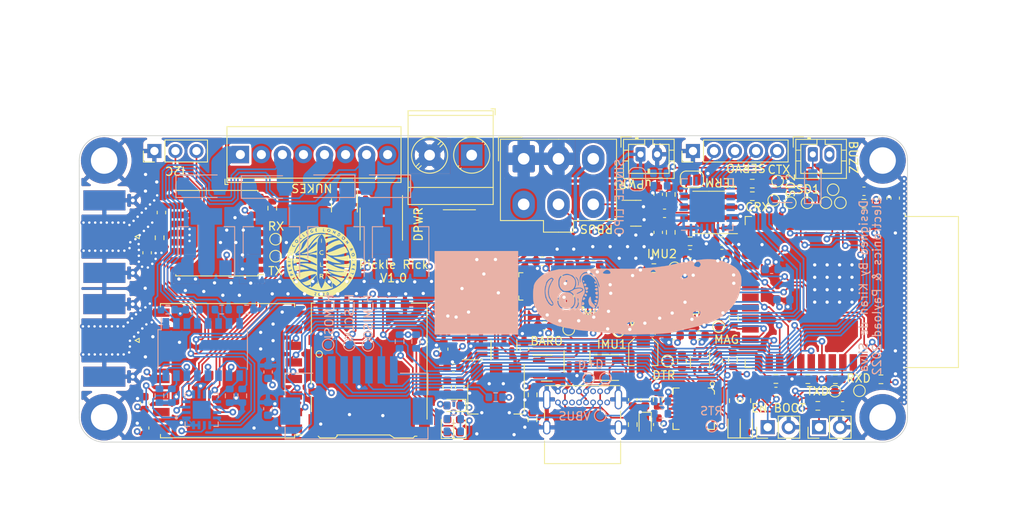
<source format=kicad_pcb>
(kicad_pcb (version 20211014) (generator pcbnew)
  (layers (0 "F.Cu" signal) (1 "In1.Cu" power) (2 "In2.Cu" power) (31 "B.Cu" signal) (34 "B.Paste" user) (35 "F.Paste" user) (36 "B.SilkS" user "B.Silkscreen") (37 "F.SilkS" user "F.Silkscreen") (38 "B.Mask" user) (39 "F.Mask" user) (44 "Edge.Cuts" user))
  (net 0 "")
  (net 1 "+3V3")
  (net 2 "/EN")
  (net 3 "GND")
  (net 4 "Net-(C2-Pad1)")
  (net 5 "Net-(C3-Pad1)")
  (net 6 "+24V")
  (net 7 "/power/3.3reg_in")
  (net 8 "Net-(C29-Pad1)")
  (net 9 "VBUS")
  (net 10 "Net-(D6-Pad1)")
  (net 11 "Net-(D8-Pad1)")
  (net 12 "Net-(D10-Pad1)")
  (net 13 "Net-(D15-Pad1)")
  (net 14 "Net-(D16-Pad1)")
  (net 15 "/usb_uart/Data-")
  (net 16 "/usb_uart/Data+")
  (net 18 "/HSPI_MOSI")
  (net 19 "/HSPI_SCLK")
  (net 20 "/HSPI_MISO")
  (net 22 "/SD1_DET")
  (net 23 "Net-(J16-Pad1)")
  (net 24 "Net-(J17-PadA5)")
  (net 26 "Net-(J17-PadB5)")
  (net 28 "Net-(J18-Pad1)")
  (net 29 "/RTS")
  (net 30 "Net-(Q1-Pad2)")
  (net 31 "/BOOT")
  (net 32 "/DTR")
  (net 33 "Net-(Q1-Pad5)")
  (net 34 "/Buzzer")
  (net 35 "/nukes/Nuke1")
  (net 36 "/nukes/Nuke3")
  (net 37 "/nukes/Nuke2")
  (net 38 "/nukes/Nuke4")
  (net 39 "Net-(D1-Pad2)")
  (net 40 "Net-(D2-Pad2)")
  (net 41 "Net-(D3-Pad2)")
  (net 42 "Net-(D4-Pad2)")
  (net 43 "Net-(D5-Pad2)")
  (net 44 "/SDA")
  (net 45 "/SCL")
  (net 46 "/BARO_CS")
  (net 47 "/SD1_CS")
  (net 48 "/SD2_CS")
  (net 49 "/LORA_CS")
  (net 50 "/MAG_CS")
  (net 51 "/IMU1_CS")
  (net 52 "/IMU2_CS")
  (net 53 "/nukes/Cont1")
  (net 54 "/nukes/Cont3")
  (net 55 "Net-(R29-Pad1)")
  (net 56 "/nukes/Cont2")
  (net 57 "/nukes/Cont4")
  (net 58 "Net-(R35-Pad1)")
  (net 59 "Net-(R42-Pad2)")
  (net 60 "Net-(R43-Pad2)")
  (net 61 "Net-(R46-Pad2)")
  (net 62 "Net-(D21-Pad2)")
  (net 63 "/GPS/RXD")
  (net 64 "/GPS/TXD")
  (net 65 "/CAN_TX")
  (net 66 "/CAN_RX")
  (net 67 "/CAN_LOW")
  (net 68 "/CAN_HIGH")
  (net 69 "/BattVolt")
  (net 70 "/LORA_INT")
  (net 71 "/SD2_DET")
  (net 78 "/LORA_RESET")
  (net 79 "/VSPI_SCLK")
  (net 80 "/VSPI_MISO")
  (net 82 "/TXD")
  (net 83 "/RXD")
  (net 84 "/VSPI_MOSI")
  (net 87 "/nukes/SERVO1")
  (net 88 "/nukes/SERVO2")
  (net 89 "/nukes/SERVO3")
  (net 90 "/nukes/SERVO4")
  (net 108 "Net-(C13-Pad1)")
  (net 113 "Net-(C17-Pad1)")
  (net 118 "Net-(D6-Pad2)")
  (net 119 "Net-(Q7-Pad4)")
  (net 120 "/power/RBUS_24V_IN")
  (net 122 "Net-(Q8-Pad4)")
  (net 123 "Net-(Q9-Pad1)")
  (net 125 "Net-(Q10-Pad1)")
  (net 126 "Net-(C27-Pad2)")
  (net 128 "Net-(C37-Pad1)")
  (net 129 "Net-(R40-Pad2)")
  (net 158 "/power/3.3reg_out")
  (net 159 "/power/RBUS_3.3_IN")
  (net 162 "Net-(R41-Pad1)")
  (net 163 "/Vref")
  (net 164 "/power/Deploy_Lipo+")
  (net 165 "/power/UC_Lipo+")
  (net 166 "/nukes/Nuke1-")
  (net 167 "/nukes/Nuke3-")
  (net 168 "/nukes/Nuke2-")
  (net 169 "/nukes/Nuke4-")
  (net 170 "Net-(R27-Pad1)")
  (net 171 "Net-(R36-Pad1)")
  (net 172 "Net-(U18-Pad8)")
  (footprint "Resistor_SMD:R_0603_1608Metric" (layer "F.Cu") (at 123.3 68.75 90)
    (fp_text reference "R42" hide)
    (fp_text value "10K")
  )
  (footprint "Resistor_SMD:R_0603_1608Metric" (layer "F.Cu") (at 171.42 67.095359 90)
    (fp_text reference "R49" hide)
    (fp_text value "60")
  )
  (footprint "Capacitor_SMD:C_0603_1608Metric" (layer "F.Cu") (at 194.75 66.71)
    (fp_text reference "C1" hide)
    (fp_text value "1nF")
  )
  (footprint "Capacitor_SMD:C_0603_1608Metric" (layer "F.Cu") (at 198.52 67.54 -90)
    (fp_text reference "C5" hide)
    (fp_text value "100nF")
  )
  (footprint "TestPoint:TestPoint_Pad_D1.0mm" (layer "F.Cu") (at 159.1 83.4)
    (fp_text reference "TP22" hide)
    (fp_text value "TestPoint")
  )
  (footprint "Capacitor_SMD:CP_Elec_3x5.3" (layer "F.Cu") (at 168.1 86 -90)
    (fp_text reference "C30" hide)
    (fp_text value "4.7uF")
  )
  (footprint "LED_SMD:LED_0603_1608Metric" (layer "F.Cu") (at 179.055 95.0075 90)
    (fp_text reference "D1" hide)
    (fp_text value "RX_LED")
  )
  (footprint "RF_GPS:ublox_MAX" (layer "F.Cu") (at 116.61 71.77 180)
    (fp_text reference "U17" hide)
    (fp_text value "MAX-M8Q")
  )
  (footprint "Capacitor_SMD:C_0603_1608Metric" (layer "F.Cu") (at 107.89 95.3 90)
    (fp_text reference "C35" hide)
    (fp_text value "100nF")
  )
  (footprint "Capacitor_SMD:C_0603_1608Metric" (layer "F.Cu") (at 155.925 75.15 180)
    (fp_text reference "C6" hide)
    (fp_text value "100nF")
  )
  (footprint "TestPoint:TestPoint_Pad_D1.0mm" (layer "F.Cu") (at 171.025 87.2)
    (fp_text reference "TP1" hide)
    (fp_text value "TestPoint")
  )
  (footprint "Capacitor_SMD:C_0603_1608Metric" (layer "F.Cu") (at 171.775 84.13 180)
    (fp_text reference "C11" hide)
    (fp_text value "10uF")
  )
  (footprint "Resistor_SMD:R_0603_1608Metric" (layer "F.Cu") (at 194.75 68.22 180)
    (fp_text reference "R3" hide)
    (fp_text value "10K")
  )
  (footprint "Resistor_SMD:R_0603_1608Metric" (layer "F.Cu") (at 109.7 72.325 -90)
    (fp_text reference "R43" hide)
    (fp_text value "10")
  )
  (footprint "Resistor_SMD:R_0603_1608Metric" (layer "F.Cu") (at 172.77 87.21 -90)
    (fp_text reference "R1" hide)
    (fp_text value "10K")
  )
  (footprint "Connector_Card:microSD_HC_Hirose_DM3AT-SF-PEJM5" (layer "F.Cu") (at 135 88.1)
    (fp_text reference "J4" hide)
    (fp_text value "Micro_SD_Card_Det")
  )
  (footprint "TestPoint:TestPoint_Pad_D1.0mm" (layer "F.Cu") (at 191.9 68.1)
    (fp_text reference "TP25" hide)
    (fp_text value "TestPoint")
  )
  (footprint "Package_SO:SOIC-8_3.9x4.9mm_P1.27mm" (layer "F.Cu") (at 136.465 70.675 -90)
    (fp_text reference "Q7" hide)
    (fp_text value "SI4143DY-T1-GE3")
  )
  (footprint "Resistor_SMD:R_0603_1608Metric" (layer "F.Cu") (at 187.97 89.4)
    (fp_text reference "R17" hide)
    (fp_text value "10K")
  )
  (footprint "LED_SMD:LED_0603_1608Metric" (layer "F.Cu") (at 145.95 95.075 90)
    (fp_text reference "D3" hide)
    (fp_text value "SD1_LED")
  )
  (footprint "TestPoint:TestPoint_Pad_D1.0mm" (layer "F.Cu") (at 123.7 72.5)
    (fp_text reference "TP27" hide)
    (fp_text value "TestPoint")
  )
  (footprint "Capacitor_SMD:C_0603_1608Metric" (layer "F.Cu") (at 156.155 82.96 180)
    (fp_text reference "C23" hide)
    (fp_text value "10uF")
  )
  (footprint "Connector_PinHeader_2.54mm:PinHeader_1x02_P2.54mm_Vertical" (layer "F.Cu") (at 183.125 95.2 90)
    (fp_text reference "J3" hide)
    (fp_text value "Conn_01x02_Male")
  )
  (footprint "Jumper:SolderJumper-2_P1.3mm_Open_RoundedPad1.0x1.5mm" (layer "F.Cu") (at 173.975 65.275)
    (fp_text reference "JP1" hide)
    (fp_text value "SolderJumper_2_Open")
  )
  (footprint "Package_TO_SOT_SMD:SOT-23" (layer "F.Cu") (at 156.45 88.075)
    (fp_text reference "Q10" hide)
    (fp_text value "AO3401A")
  )
  (footprint "Resistor_SMD:R_0603_1608Metric" (layer "F.Cu") (at 144.85 79.225)
    (fp_text reference "R15" hide)
    (fp_text value "10K")
  )
  (footprint "Resistor_SMD:R_0603_1608Metric" (layer "F.Cu") (at 169.38 75.9935 180)
    (fp_text reference "R20" hide)
    (fp_text value "10K")
  )
  (footprint "Resistor_SMD:R_0603_1608Metric" (layer "F.Cu") (at 179.035 91.995 -90)
    (fp_text reference "R7" hide)
    (fp_text value "470")
  )
  (footprint "Package_TO_SOT_SMD:TSOT-23-6" (layer "F.Cu") (at 151.075 81.05 -90)
    (fp_text reference "U15" hide)
    (fp_text value "LTC4412xS6")
  )
  (footprint "Capacitor_SMD:C_0603_1608Metric" (layer "F.Cu") (at 164.97 78.7835 -90)
    (fp_text reference "C15" hide)
    (fp_text value "0.1uF")
  )
  (footprint "Connector_Coaxial:SMA_Molex_73251-1153_EdgeMount_Horizontal" (layer "F.Cu") (at 104.74 84.72)
    (fp_text reference "J18" hide)
    (fp_text value "Conn_Coaxial")
  )
  (footprint "Capacitor_SMD:C_0603_1608Metric" (layer "F.Cu") (at 169.85 94.875 90)
    (fp_text reference "C32" hide)
    (fp_text value "0.1uF")
  )
  (footprint "TestPoint:TestPoint_Pad_D1.0mm" (layer "F.Cu") (at 167.75 81.5)
    (fp_text reference "TP13" hide)
    (fp_text value "TestPoint")
  )
  (footprint "RF_Module:ESP32-WROOM-32" (layer "F.Cu") (at 190.29 78.88 -90)
    (fp_text reference "U2" hide)
    (fp_text value "ESP32-WROOM-32D")
  )
  (footprint "iclr:iclr_logo" (layer "F.Cu") (at 129.24 75.25)
    (fp_text reference "LOGO1" hide)
    (fp_text value "LOGO" hide)
  )
  (footprint "Resistor_SMD:R_0603_1608Metric" (layer "F.Cu") (at 173.755 72.75)
    (fp_text reference "R41" hide)
    (fp_text value "10k")
  )
  (footprint "TerminalBlock_TE-Connectivity:TerminalBlock_TE_282834-8_1x08_P2.54mm_Horizontal" (layer "F.Cu") (at 119.45 62.28)
    (fp_text reference "J6" hide)
    (fp_text value "Screw_Terminal_01x08")
  )
  (footprint "Capacitor_SMD:C_0603_1608Metric" (layer "F.Cu") (at 108.19 74.14 -90)
    (fp_text reference "C29" hide)
    (fp_text value "10nF")
  )
  (footprint "TestPoint:TestPoint_Pad_D1.0mm" (layer "F.Cu") (at 171.9 75.95)
    (fp_text reference "TP16" hide)
    (fp_text value "TestPoint")
  )
  (footprint "Capacitor_SMD:C_0603_1608Metric" (layer "F.Cu") (at 159.23 76.3385 -90)
    (fp_text reference "C13" hide)
    (fp_text value "0.47uF")
  )
  (footprint "Connector_PinHeader_2.54mm:PinHeader_1x03_P2.54mm_Vertical" (layer "F.Cu") (at 109.07 61.85 90)
    (fp_text reference "J10" hide)
    (fp_text value "Conn_01x03_Male")
  )
  (footprint "Capacitor_SMD:C_0603_1608Metric" (layer "F.Cu") (at 153.75 85.75 -90)
    (fp_text reference "C24" hide)
    (fp_text value "10uF")
  )
  (footprint "TestPoint:TestPoint_Pad_D1.0mm" (layer "F.Cu") (at 123.7 74.55)
    (fp_text reference "TP28" hide)
    (fp_text value "TestPoint")
  )
  (footprint "Package_TO_SOT_SMD:SOT-23-5_HandSoldering" (layer "F.Cu") (at 146.825 81.8 180)
    (fp_text reference "U11" hide)
    (fp_text value "LTC4411ES5TRMPBF")
  )
  (footprint "Package_TO_SOT_SMD:SOT-143" (layer "F.Cu") (at 163.925 88)
    (fp_text reference "D20" hide)
    (fp_text value "SP0503BAHT")
  )
  (footprint "Resistor_SMD:R_0603_1608Metric" (layer "F.Cu") (at 181.27 67.31 180)
    (fp_text reference "R40" hide)
    (fp_text value "90")
  )
  (footprint "Capacitor_SMD:C_0603_1608Metric" (layer "F.Cu") (at 144.43 90.32 90)
    (fp_text reference "C26" hide)
    (fp_text value "100nF")
  )
  (footprint "Resistor_SMD:R_0603_1608Metric" (layer "F.Cu") (at 178.925 87.075 90)
    (fp_text reference "R5" hide)
    (fp_text value "10K")
  )
  (footprint "Capacitor_SMD:C_0603_1608Metric" (layer "F.Cu") (at 178.15 77.353873 90)
    (fp_text reference "C18" hide)
    (fp_text value "1uF")
  )
  (footprint "Resistor_SMD:R_0603_1608Metric" (layer "F.Cu") (at 166.83 94.885 -90)
    (fp_text reference "R47" hide)
    (fp_text value "470")
  )
  (footprint "MountingHole:MountingHole_3.2mm_M3_DIN965_Pad" (layer "F.Cu") (at 197 94)
    (fp_text reference "H3" hide)
    (fp_text value "MountingHole_Pad")
  )
  (footprint "Capacitor_SMD:C_0603_1608Metric" (layer "F.Cu") (at 147.85 79.225 180)
    (fp_text reference "C20" hide)
    (fp_text value "1uF")
  )
  (footprint "Connector_Molex:Molex_Mini-Fit_Jr_5566-06A_2x03_P4.20mm_Vertical" (layer "F.Cu") (at 153.66 62.79)
    (fp_text reference "J1" hide)
    (fp_text value "Conn_01x06_Male")
  )
  (footprint "Connector_JST:JST_PH_B2B-PH-K_1x02_P2.00mm_Vertical" (layer "F.Cu") (at 188.57 62.25)
    (fp_text reference "J11" hide)
    (fp_text value "Conn_01x02_Male")
  )
  (footprint "Capacitor_SMD:C_0603_1608Metric" (layer "F.Cu") (at 107.89 92.29 90)
    (fp_text reference "C34" hide)
    (fp_text value "10uF")
  )
  (footprint "Resistor_SMD:R_0603_1608Metric" (layer "F.Cu") (at 166.48 78.7835 90)
    (fp_text reference "R19" hide)
    (fp_text value "10K")
  )
  (footprint "Connector_USB:USB_C_Receptacle_GCT_USB4085" (layer "F.Cu") (at 157.795 90.865)
    (fp_text reference "J17" hide)
    (fp_text value "USB_C_Receptacle_USB2.0")
  )
  (footprint "Resistor_SMD:R_0603_1608Metric" (layer "F.Cu") (at 179.025 82.075 90)
    (fp_text reference "R18" hide)
    (fp_text value "10K")
  )
  (footprint "Connector_PinHeader_2.54mm:PinHeader_1x05_P2.54mm_Vertical" (layer "F.Cu") (at 174.1 61.85 90)
    (fp_text reference "J12" hide)
    (fp_text value "Conn_01x05_Male")
  )
  (footprint "iclr:QFN28G_0.5-5X5MM" (layer "F.Cu") (at 174.19 92.97 -90)
    (property "VALUE" "CP2102-GMR-QFN28")
    (fp_text reference "U18" hide)
    (fp_text value "INTERFACE-CP2102-GMR(QFN28)")
  )
  (footprint "LED_SMD:LED_0603_1608Metric" (layer "F.Cu") (at 144.45 95.075 90)
    (fp_text reference "D4" hide)
    (fp_text value "SD2_LED")
  )
  (footprint "Package_SO:SOIC-8_3.9x4.9mm_P1.27mm" (layer "F.Cu") (at 176.03 69.27 180)
    (fp_text reference "U1" hide)
    (fp_text value "SN65HVD230")
  )
  (footprint "iclr:PQFN50P300X300X100-16N" (layer "F.Cu") (at 169.11 78.7035 90)
    (fp_text reference "U7" hide)
    (fp_text value "H3LIS100DLTR")
  )
  (footprint "Package_TO_SOT_SMD:SOT-23" (layer "F.Cu") (at 151.275 85.35 90)
    (fp_text reference "Q9" hide)
    (fp_text value "AO3401A")
  )
  (footprint "TestPoint:TestPoint_Pad_D1.0mm" (layer "F.Cu") (at 177.2 83.05)
    (fp_text reference "TP14" hide)
    (fp_text value "TestPoint")
  )
  (footprint "TestPoint:TestPoint_Pad_D1.0mm" (layer "F.Cu") (at 165.1 83.6)
    (fp_text reference "TP15" hide)
    (fp_text value "TestPoint")
  )
  (footprint "Capacitor_SMD:C_0603_1608Metric" (layer "F.Cu") (at 170.669641 69.375 180)
    (fp_text reference "C37" hide)
    (fp_text value "0.1uF")
  )
  (footprint "Resistor_SMD:R_0603_1608Metric" (layer "F.Cu") (at 169.85 91.865 -90)
    (fp_text reference "R46" hide)
    (fp_text value "4.7k")
  )
  (footprint "Capacitor_SMD:C_0603_1608Metric" (layer "F.Cu") (at 174.795 84.13)
    (fp_text reference "C12" hide)
    (fp_text value "100nF")
  )
  (footprint "RF_Module:HOPERF_RFM9XW_SMD" (layer "F.Cu") (at 117.9 88.375 180)
    (fp_text reference "U19" hide)
    (fp_text value "RFM95W-868S2")
  )
  (footprint "Resistor_SMD:R_0603_1608Metric" (layer "F.Cu") (at 177.13 87.2 90)
    (fp_text reference "R2" hide)
    (fp_text value "10K")
  )
  (footprint "LED_SMD:LED_0603_1608Metric" (layer "F.Cu") (at 180.555 95.0075 90)
    (fp_text reference "D2" hide)
    (fp_text value "TX_LED")
  )
  (footprint "Capacitor_SMD:C_0603_1608Metric" (layer "F.Cu") (at 145.185 88.04 180)
    (fp_text reference "C19" hide)
    (fp_text value "1uF")
  )
  (footprint "Resistor_SMD:R_0603_1608Metric" (layer "F.Cu") (at 154.72 94.295 90)
    (fp_text reference "R45" hide)
    (fp_text value "5.1k")
  )
  (footprint "TestPoint:TestPoint_Pad_D1.0mm" (layer "F.Cu") (at 183.85 67.8)
    (fp_text reference "TP24" hide)
    (fp_text value "TestPoint")
  )
  (footprint "Capacitor_SMD:C_0603_1608Metric" (layer "F.Cu") (at 143.675 82.125 90)
    (fp_text reference "C22" hide)
    (fp_text value "4.7uF")
  )
  (footprint "Capacitor_SMD:C_0603_1608Metric" (layer "F.Cu") (at 166.83 91.865 90)
    (fp_text reference "C33" hide)
    (fp_text value "0.1uF")
  )
  (footprint "Capacitor_SMD:C_0603_1608Metric" (layer "F.Cu") (at 175.32 75.9935 180)
    (fp_text reference "C17" hide)
    (fp_text value "10uF")
  )
  (footprint "MountingHole:MountingHole_3.2mm_M3_DIN965_Pad" (layer "F.Cu") (at 103 63)
    (fp_text reference "H4" hide)
    (fp_text value "MountingHole_Pad")
  )
  (footprint "TestPoint:TestPoint_Pad_D1.0mm" (layer "F.Cu") (at 172.5 82.25)
    (fp_text reference "TP12" hide)
    (fp_text value "TestPoint")
  )
  (footprint "Connector_PinHeader_2.54mm:PinHeader_1x02_P2.54mm_Vertical" (layer "F.Cu") (at 189.32 95.2 90)
    (fp_text reference "J2" hide)
    (fp_text value "Conn_01x02_Male")
  )
  (footprint "Package_SO:SOIC-8_3.9x4.9mm_P1.27mm" (layer "F.Cu") (at 145.895 71.505 180)
    (fp_text reference "Q8" hide)
    (fp_text value "SI4143DY-T1-GE3")
  )
  (footprint "MountingHole:MountingHole_3.2mm_M3_DIN965_Pad" (layer "F.Cu") (at 197 63)
    (fp_text reference "H1" hide)
    (fp_text value "MountingHole_Pad")
  )
  (footprint "Capacitor_SMD:C_0603_1608Metric" (layer "F.Cu") (at 177.6 74.23 180)
    (fp_text reference "C28" hide)
    (fp_text value "100nF")
  )
  (footprint "LED_SMD:LED_0603_1608Metric" (layer "F.Cu") (at 168.33 94.8825 -90)
    (fp_text reference "D21" hide)
    (fp_text value "USB_LED")
  )
  (footprint "Capacitor_SMD:C_0603_1608Metric" (layer "F.Cu") (at 159.22 79.3635 90)
    (fp_text reference "C14" hide)
    (fp_text value "10nF")
  )
  (footprint "Capacitor_SMD:C_0603_1608Metric" (layer "F.Cu") (at 169.9025 71.675 90)
    (fp_text reference "C38" hide)
    (fp_text value "220pF")
  )
  (footprint "Package_TO_SOT_SMD:TSOT-23-6" (layer "F.Cu") (at 132.01 68.4175 -90)
    (fp_text reference "U13" hide)
    (fp_text value "LTC4412xS6")
  )
  (footprint "iclr:Write_Pad" (layer "F.Cu") (at 147.95 78.975 180)
    (fp_text reference "REF**" hide)
    (fp_text value "Write_Pad" hide)
  )
  (footprint "iclr:PQFN50P300X300X80-16N" (layer "F.Cu") (at 161.89 78.571 90)
    (fp_text reference "U8" hide)
    (fp_text value "ICM-20608-G")
  )
  (footprint "Connector_JST:JST_PH_B2B-PH-K_1x02_P2.00mm_Vertical" (layer "F.Cu") (at 167.77 62.25)
    (fp_text reference "J15" hide)
    (fp_text value "UCLipo")
  )
  (footprint "Connector_Coaxial:SMA_Molex_73251-1153_EdgeMount_Horizontal" (layer "F.Cu") (at 104.75 72.19)
    (fp_text reference "J16" hide)
    (fp_text value "Conn_Coaxial")
  )
  (footprint "Package_TO_SOT_SMD:SOT-23" (layer "F.Cu") (at 167.207141 69.365359)
    (fp_text reference "D19" hide)
    (fp_text value "SM712_SOT23")
  )
  (footprint "Capacitor_SMD:C_0603_1608Metric" (layer "F.Cu") (at 192.175 92.625)
    (fp_text reference "C2" hide)
    (fp_text value "0.1uF")
  )
  (footprint "Resistor_SMD:R_0603_1608Metric" (layer "F.Cu") (at 162.2 83.1 180)
    (fp_text reference "R14" hide)
    (fp_text value "10K")
  )
  (footprint "Capacitor_SMD:C_0603_1608Metric" (layer "F.Cu") (at 144 85.775 90)
    (fp_text reference "C21" hide)
    (fp_text value "4.7uF")
  )
  (footprint "Package_TO_SOT_SMD:SOT-23-5_HandSoldering" (layer "F.Cu") (at 147.15 85.45 180)
    (fp_text reference "U10" hide)
    (fp_text value "LTC4411ES5TRMPBF")
  )
  (footprint "Resistor_SMD:R_0603_1608Metric" (layer "F.Cu") (at 191.3 89.4)
    (fp_text reference "R12" hide)
    (fp_text value "4.7K")
  )
  (footprint "Capacitor_SMD:C_0603_1608Metric" (layer "F.Cu") (at 197.01 67.54 -90)
    (fp_text reference "C4" hide)
    (fp_text value "10uf")
  )
  (footprint "Capacitor_SMD:C_0603_1608Metric" (layer "F.Cu") (at 184.115 90.89)
    (fp_text reference "C3" hide)
    (fp_text value "0.1uF")
  )
  (footprint "iclr:PQFN50P300X300X100-16N" (layer "F.Cu") (at 175.61 78.5085 90)
    (fp_text reference "U9" hide)
    (fp_text value "MMC5983MA")
  )
  (footprint "TestPoint:TestPoint_Pad_D1.0mm" (layer "F.Cu") (at 190.15 68.1)
    (fp_text reference "TP26" hide)
    (fp_text value "TestPoint")
  )
  (footprint "Capacitor_SMD:C_0603_1608Metric" (layer "F.Cu") (at 145.94 90.315 90)
    (fp_text reference "C25" hide)
    (fp_text value "10uF")
  )
  (footprint "TestPoint:TestPoint_Pad_D1.0mm" (layer "F.Cu") (at 194.2 90.8)
    (fp_text reference "TP6" hide)
    (fp_text value "TestPoint")
  )
  (footprint "MountingHole:MountingHole_3.2mm_M3_DIN965_Pad" (layer "F.Cu") (at 103 94)
    (fp_text reference "H2" hide)
    (fp_text value "MountingHole_Pad")
  )
  (footprint "Resistor_SMD:R_0603_1608Metric" (layer "F.Cu") (at 189.175 92.625)
    (fp_text reference "R4" hide)
    (fp_text value "470")
  )
  (footprint "TestPoint:TestPoint_Pad_D1.0mm" (layer "F.Cu") (at 185.85 68.1)
    (fp_text reference "TP21" hide)
    (fp_text value "TestPoint")
  )
  (footprint "TerminalBlock_Phoenix:TerminalBlock_Phoenix_MKDS-3-2-5.08_1x02_P5.08mm_Horizontal" (layer "F.Cu") (at 147.38 62.35 180)
    (fp_text reference "J14" hide)
    (fp_text value "DeployLipo")
  )
  (footprint "Package_TO_SOT_SMD:TSOT-23-6" (layer "F.Cu") (at 145.65 75.94 180)
    (fp_text reference "U14" hide)
    (fp_text value "LTC4412xS6")
  )
  (footprint "Package_LGA:LGA-8_3x5mm_P1.25mm" (layer "F.Cu") (at 155.675 78.2 -90)
    (fp_text reference "U3" hide)
    (fp_text value "MS5607-02BA")
  )
  (footprint "TestPoint:TestPoint_Pad_D1.0mm" (layer "F.Cu") (at 191.025 66.525)
    (fp_text reference "TP3" hide)
    (fp_text value "TestPoint")
  )
  (footprint "Resistor_SMD:R_0603_1608Metric" (layer "F.Cu") (at 181.26 65.79 180)
    (fp_text reference "R39" hide)
    (fp_text value "90")
  )
  (footprint "TestPoint:TestPoint_Pad_D1.0mm" (layer "F.Cu") (at 184.325 65.475)
    (fp_text reference "TP23" hide)
    (fp_text value "TestPoint")
  )
  (footprint "Capacitor_SMD:C_0603_1608Metric" (layer "F.Cu") (at 162.05 75.5785 180)
    (fp_text reference "C16" hide)
    (fp_text value "2.2uF")
  )
  (footprint "TestPoint:TestPoint_Pad_D1.0mm" (layer "F.Cu") (at 187.875 68.1)
    (fp_text reference "TP20" hide)
    (fp_text value "TestPoint")
  )
  (footprint "TestPoint:TestPoint_Pad_D1.0mm" (layer "F.Cu") (at 165.4 81.45)
    (fp_text reference "TP11" hide)
    (fp_text value "TestPoint")
  )
  (footprint "LED_SMD:LED_0603_1608Metric" (layer "F.Cu") (at 145.1875 92.575 180)
    (fp_text reference "D5" hide)
    (fp_text value "PWR_LED")
  )
  (footprint "Resistor_SMD:R_0603_1608Metric" (layer "F.Cu") (at 184.115 89.38)
    (fp_text reference "R6" hide)
    (fp_text value "470")
  )
  (footprint "Inductor_SMD:L_0603_1608Metric" (layer "F.Cu") (at 109.92 69.28 90)
    (fp_text reference "L2" hide)
    (fp_text value "27nH")
  )
  (footprint "TestPoint:TestPoint_Pad_D1.0mm" (layer "F.Cu") (at 191.25 90.85)
    (fp_text reference "TP8" hide)
    (fp_text value "TestPoint")
  )
  (footprint "Capacitor_SMD:C_0603_1608Metric" (layer "F.Cu") (at 168.34 91.865 90)
    (fp_text reference "C31" hide)
    (fp_text value "1.0uF")
  )
  (footprint "Package_TO_SOT_SMD:SOT-363_SC-70-6" (layer "F.Cu") (at 174.95 87.32 -90)
    (fp_text reference "Q1" hide)
    (fp_text value "MMDT2222A")
  )
  (footprint "Resistor_SMD:R_0603_1608Metric" (layer "F.Cu") (at 171.42 71.675 90)
    (fp_text reference "R48" hide)
    (fp_text value "60")
  )
  (footprint "Capacitor_SMD:C_0603_1608Metric" (layer "F.Cu") (at 169.9 67.075 -90)
    (fp_text reference "C39" hide)
    (fp_text value "220 pF")
  )
  (footprint "Resistor_SMD:R_0603_1608Metric" (layer "F.Cu") (at 196.8 89.42 180)
    (fp_text reference "R13" hide)
    (fp_text value "4.7K")
  )
  (footprint "Capacitor_SMD:C_0603_1608Metric" (layer "F.Cu") (at 177.6 72.72)
    (fp_text reference "C27" hide)
    (fp_text value "160pF")
  )
  (footprint "Resistor_SMD:R_0603_1608Metric" (layer "F.Cu") (at 154.74 91.29 -90)
    (fp_text reference "R44" hide)
    (fp_text value "5.1k")
  )
  (footprint "Capacitor_SMD:C_0603_1608Metric" (layer "F.Cu") (at 173.76 74.26)
    (fp_text reference "C36" hide)
    (fp_text value "10uF")
  )
  (footprint "Resistor_SMD:R_0603_1608Metric" (layer "F.Cu") (at 180.545 91.995 -90)
    (fp_text reference "R8" hide)
    (fp_text value "470")
  )
  (footprint "Package_TO_SOT_SMD:SOT-223-3_TabPin2" (layer "F.Cu") (at 150.32 91.7 -90)
    (fp_text reference "U12" hide)
    (fp_text value "LT1963AxST-3.3")
  )
  (footprint "Package_TO_SOT_SMD:TSOT-23-6" (layer "F.Cu") (at 160.1 86.775 90)
    (fp_text reference "U16" hide)
    (fp_text value "LTC4412xS6")
  )
  (footprint "Resistor_SMD:R_0603_1608Metric" (layer "B.Cu") (at 119.68 91.41 -90)
    (fp_text reference "R33" hide)
    (fp_text value "500")
  )
  (footprint "Resistor_SMD:R_0603_1608Metric" (layer "B.Cu") (at 120.21 81)
    (fp_text reference "R27" hide)
    (fp_text value "1K")
  )
  (footprint "Resistor_SMD:R_0603_1608Metric" (layer "B.Cu") (at 170.15 64.55)
    (fp_text reference "R23" hide)
    (fp_text value "7.5k")
  )
  (footprint "Package_TO_SOT_SMD:SOT-223" (layer "B.Cu") (at 123.2 72.9 90)
    (fp_text reference "Q4" hide)
    (fp_text value "NCV8415STT1G")
  )
  (footprint "Package_DFN_QFN:QFN-28-1EP_6x6mm_P0.65mm_EP4.25x4.25mm" (layer "B.Cu") (at 175.81 68.31)
    (fp_text reference "U6" hide)
    (fp_text value "PCA9685BS")
  )
  (footprint "Resistor_SMD:R_0603_1608Metric" (layer "B.Cu") (at 145.225 94.2 180)
    (fp_text reference "R10" hide)
    (fp_text value "470")
  )
  (footprint "TestPoint:TestPoint_Pad_D1.0mm" (layer "B.Cu") (at 161.5 89.325 180)
    (fp_text reference "TP31" hide)
    (fp_text value "TestPoint")
  )
  (footprint "Capacitor_SMD:C_0603_1608Metric" (layer "B.Cu") (at 122.775 92.975 90)
    (fp_text reference "C8" hide)
    (fp_text value "100nF")
  )
  (footprint "Resistor_SMD:R_0603_1608Metric" (layer "B.Cu") (at 110.69 81)
    (fp_text reference "R36" hide)
    (fp_text value "1K")
  )
  (footprint "TestPoint:TestPoint_Pad_D1.0mm" (layer "B.Cu") (at 163.55 89.3 180)
    (fp_text reference "TP30" hide)
    (fp_text value "TestPoint")
  )
  (footprint "Diode_SMD:D_SOD-128" (layer "B.Cu") (at 136.925 66.1 180)
    (fp_text reference "D8" hide)
    (fp_text value "D_Schottky")
  )
  (footprint "Capacitor_SMD:C_0603_1608Metric" (layer "B.Cu") (at 185.02 79.79)
    (fp_text reference "C9" hide)
    (fp_text value "10uF")
  )
  (footprint "Diode_SMD:D_SOD-128" (layer "B.Cu") (at 122.65 66.2)
    (fp_text reference "D10" hide)
    (fp_text value "D_Schottky")
  )
  (footprint "Resistor_SMD:R_0603_1608Metric" (layer "B.Cu") (at 113.69 81 180)
    (fp_text reference "R29" hide)
    (fp_text value "1K")
  )
  (footprint "Package_TO_SOT_SMD:SOT-223" (layer "B.Cu") (at 115.35 72.9 90)
    (fp_text reference "Q6" hide)
    (fp_text value "NCV8415STT1G")
  )
  (footprint "Resistor_SMD:R_0603_1608Metric" (layer "B.Cu") (at 170.25 93.575)
    (fp_text reference "R30" hide)
    (fp_text value "47k")
  )
  (footprint "Resistor_SMD:R_0603_1608Metric" (layer "B.Cu") (at 118.16 91.41 -90)
    (fp_text reference "R25" hide)
    (fp_text value "500")
  )
  (footprint "TestPoint:TestPoint_Pad_D1.0mm" (layer "B.Cu") (at 132.59 85.26 180)
    (fp_text reference "TP17" hide)
    (fp_text value "TestPoint")
  )
  (footprint "Resistor_SMD:R_0603_1608Metric" (layer "B.Cu") (at 109.675 91.4 -90)
    (fp_text reference "R26" hide)
    (fp_text value "500")
  )
  (footprint "TestPoint:TestPoint_Pad_D1.0mm" (layer "B.Cu") (at 130.05 85.24 180)
    (fp_text reference "TP19" hide)
    (fp_text value "TestPoint")
  )
  (footprint "Resistor_SMD:R_0603_1608Metric" (layer "B.Cu") (at 145.225 95.7 180)
    (fp_text reference "R9" hide)
    (fp_text value "470")
  )
  (footprint "Package_SO:SOP-16_4.4x10.4mm_P1.27mm" (layer "B.Cu") (at 114.9 85.825 -90)
    (fp_text reference "U4" hide)
    (fp_text value "LTV-247")
  )
  (footprint "Capacitor_SMD:C_0603_1608Metric" (layer "B.Cu") (at 183.6 76.13)
    (fp_text reference "C10" hide)
    (fp_text value "100nF")
  )
  (footprint "TestPoint:TestPoint_Pad_D1.0mm" (layer "B.Cu") (at 162.9 93.8 180)
    (fp_text reference "TP32" hide)
    (fp_text value "TestPoint")
  )
  (footprint "Diode_SMD:D_SOD-128" (layer "B.Cu") (at 114.75 66.1)
    (fp_text reference "D16" hide)
    (fp_text value "D_Schottky")
  )
  (footprint "TestPoint:TestPoint_Pad_D1.0mm" (layer "B.Cu") (at 176.375 95.075 180)
    (fp_text reference "TP2" hide)
    (fp_text value "TestPoint")
  )
  (footprint "Resistor_SMD:R_0603_1608Metric" (layer "B.Cu") (at 170.25 92.075 180)
    (fp_text reference "R28" hide)
    (fp_text value "24k")
  )
  (footprint "Diode_SMD:D_SOD-123F" (layer "B.Cu") (at 188.57 66.0025 90)
    (fp_text reference "D6" hide)
    (fp_text value "D_Schottky")
  )
  (footprint "iclr:pickle_ric" (layer "B.Cu") (at 167.2 79.7 -90)
    (fp_text reference "G***" hide)
    (fp_text value "LOGO" hide)
  )
  (footprint "Capacitor_SMD:C_0603_1608Metric" (layer "B.Cu") (at 122.8 88.535 90)
    (fp_text reference "C7" hide)
    (fp_text value "10uF")
  )
  (footprint "Diode_SMD:D_SOD-128" (layer "B.Cu") (at 130.2 66.1 180)
    (fp_text reference "D15" hide)
    (fp_text value "D_Schottky")
  )
  (footprint "Resistor_SMD:R_0603_1608Metric" (layer "B.Cu") (at 117.2 81)
    (fp_text reference "R35" hide)
    (fp_text value "1K")
  )
  (footprint "Resistor_SMD:R_0603_1608Metric" (layer "B.Cu") (at 145.225 92.575)
    (fp_text reference "R11" hide)
    (fp_text value "470")
  )
  (footprint "TestPoint:TestPoint_Pad_D1.0mm" (layer "B.Cu") (at 134.85 85.32 180)
    (fp_text reference "TP18" hide)
    (fp_text value "TestPoint")
  )
  (footprint "Resistor_SMD:R_0603_1608Metric" (layer "B.Cu") (at 170.15 66.05 180)
    (fp_text reference "R24" hide)
    (fp_text value "2.4k")
  )
  (footprint "Package_TO_SOT_SMD:SOT-223" (layer "B.Cu") (at 138.8 72.9 90)
    (fp_text reference "Q3" hide)
    (fp_text value "NCV8415STT1G")
  )
  (footprint "Package_TO_SOT_SMD:SOT-223" (layer "B.Cu") (at 131 72.9 90)
    (fp_text reference "Q5" hide)
    (fp_text value "NCV8415STT1G")
  )
  (footprint "Resistor_SMD:R_0603_1608Metric" (layer "B.Cu") (at 111.175 91.4 -90)
    (fp_text reference "R34" hide)
    (fp_text value "500")
  )
  (footprint "Resistor_SMD:R_0603_1608Metric" (layer "B.Cu") (at 140.675 84.85 -90)
    (fp_text reference "R21" hide)
    (fp_text value "10k")
  )
  (footprint "Package_TO_SOT_SMD:SOT-23" (layer "B.Cu") (at 185.42 66.51)
    (fp_text reference "Q2" hide)
    (fp_text value "PMV20ENR")
  )
  (footprint "iclr:QFN65P400X400X100-17N" (layer "B.Cu") (at 114.775 93.1)
    (fp_text reference "U5" hide)
    (fp_text value "PCA9534RGVR")
  )
  (footprint "Resistor_SMD:R_0603_1608Metric" (layer "B.Cu") (at 150.275 91.575)
    (fp_text reference "R16" hide)
    (fp_text value "10K")
  )
  (footprint "iclr:292227-7" (layer "B.Cu") (at 128.975 88.275)
    (fp_text reference "J5" hide)
    (fp_text value "CON7_1X7_DRH_HPI125_TYC" hide)
  )
  (footprint "Jumper:SolderJumper-2_P1.3mm_Open_RoundedPad1.0x1.5mm" (layer "B.Cu") (at 167.375 65.25 90)
    (fp_text reference "JP2" hide)
    (fp_text value "SolderJumper_2_Open")
  )
  (footprint "Resistor_SMD:R_0603_1608Metric" (layer "B.Cu") (at 138.675 84.85 -90)
    (fp_text reference "R22" hide)
    (fp_text value "10k")
  )
  (gr_line (start 103 97) (end 197 97) (layer "Edge.Cuts") (width 0.1))
  (gr_arc (start 200 94) (mid 199.12132 96.12132) (end 197 97) (layer "Edge.Cuts") (width 0.1))
  (gr_arc (start 197 60) (mid 199.12132 60.87868) (end 200 63) (layer "Edge.Cuts") (width 0.1))
  (gr_line (start 197 60) (end 103 60) (layer "Edge.Cuts") (width 0.1))
  (gr_line (start 100 63) (end 100 94) (layer "Edge.Cuts") (width 0.1))
  (gr_arc (start 103 97) (mid 100.87868 96.12132) (end 100 94) (layer "Edge.Cuts") (width 0.1))
  (gr_arc (start 100 63) (mid 100.87868 60.87868) (end 103 60) (layer "Edge.Cuts") (width 0.1))
  (gr_line (start 200 94) (end 200 63) (layer "Edge.Cuts") (width 0.1))
  (gr_text "D-" (at 163.425 87.525 180) (layer "B.SilkS") (effects (font (size 1 1)) (justify mirror)))
  (gr_text "D+" (at 161.325 87.6 180) (layer "B.SilkS") (effects (font (size 1 1)) (justify mirror)))
  (gr_text "VBUS" (at 159.8 93.875) (layer "B.SilkS") (effects (font (size 1 1)) (justify mirror)))
  (gr_text "SINGLE LIPO" (at 165.225 67.425 90) (layer "B.SilkS") (effects (font (size 1 1)) (justify mirror)))
  (gr_text "RTS" (at 176.325 93.25) (layer "B.SilkS") (effects (font (size 1 1)) (justify mirror)))
  (gr_text "H_MOSI" (at 130.175 81.825 90) (layer "B.SilkS") (effects (font (size 1 1)) (justify mirror)))
  (gr_text "Designed By Kiran de Silva\nElectronics & Payload 2022" (at 195.5 78.175 90) (layer "B.SilkS") (effects (font (size 1 1)) (justify mirror)))
  (gr_text "H_SCLK" (at 132.625 81.875 90) (layer "B.SilkS") (effects (font (size 1 1)) (justify mirror)))
  (gr_text "H_MISO" (at 134.9 81.875 90) (layer "B.SilkS") (effects (font (size 1 1)) (justify mirror)))
  (gr_text "RX" (at 123.75 70.95) (layer "F.SilkS") (effects (font (size 1 1))))
  (gr_text "CTX" (at 184.475 64.1) (layer "F.SilkS") (effects (font (size 1 1))))
  (gr_text "IMU1" (at 164.3 85.2) (layer "F.SilkS") (effects (font (size 1 1))))
  (gr_text "BARO\n" (at 156.425 84.8) (layer "F.SilkS") (effects (font (size 1 1))))
  (gr_text "TERM" (at 177.45 65.65 180) (layer "F.SilkS") (effects (font (size 1 1))))
  (gr_text "CRX" (at 181.875 68.625) (layer "F.SilkS") (effects (font (size 1 1))))
  (gr_text "uPWR" (at 167.125 65.825 180) (layer "F.SilkS") (effects (font (size 1 1))))
  (gr_text "I2C" (at 111.575 64.25 180) (layer "F.SilkS") (effects (font (size 1 1))))
  (gr_text "TX" (at 123.675 76.35) (layer "F.SilkS") (effects (font (size 1 1))))
  (gr_text "BUZZ" (at 193.45 62.6 270) (layer "F.SilkS") (effects (font (size 1 1))))
  (gr_text "MAG" (at 178.15 84.625) (layer "F.SilkS") (effects (font (size 1 1))))
  (gr_text "IMU2" (at 170.35 74.275) (layer "F.SilkS") (effects (font (size 1 1))))
  (gr_text "V_MISO" (at 161.875 81.525) (layer "F.SilkS") (effects (font (size 1 1))))
  (gr_text "V_MOSI" (at 175.575 81) (layer "F.SilkS") (effects (font (size 1 1))))
  (gr_text "SD1\n" (at 187.975 66.475) (layer "F.SilkS") (effects (font (size 1 1))))
  (gr_text "DTR" (at 170.575 88.925) (layer "F.SilkS") (effects (font (size 1 1))))
  (gr_text "Pickle Rick\nV1.0" (at 137.95 76.38) (layer "F.SilkS") (effects (font (size 1 1))))
  (gr_text "RBUS" (at 162.45 71.25 180) (layer "F.SilkS") (effects (font (size 1 1))))
  (gr_text "NUKES" (at 128.075 66.325 180) (layer "F.SilkS") (effects (font (size 1 1))))
  (gr_text "V_SCLK" (at 169.05 82.7) (layer "F.SilkS") (effects (font (size 1 1))))
  (gr_text "SD2\n" (at 185.9 66 90) (layer "F.SilkS") (effects (font (size 1 1))))
  (gr_text "TXD" (at 189.175 90.85) (layer "F.SilkS") (effects (font (size 1 1))))
  (gr_text "EN BOOT" (at 184.425 92.9) (layer "F.SilkS") (effects (font (size 1 1))))
  (gr_text "DPWR" (at 140.95 70.7 90) (layer "F.SilkS") (effects (font (size 1 1))))
  (gr_text "RXD" (at 194.1 89.3) (layer "F.SilkS") (effects (font (size 1 1))))
  (gr_text "SERVO" (at 180.5 63.9 180) (layer "F.SilkS") (effects (font (size 1 1))))
  (segment (start 173.189758 75.119758) (end 173.28055 75.119758) (width 0.2) (layer "F.Cu") (net 1))
  (segment (start 179.035 91.17) (end 179.225 91.17) (width 0.2) (layer "F.Cu") (net 1))
  (segment (start 173.19 89.809988) (end 173.19 90.38) (width 0.2) (layer "F.Cu") (net 1))
  (segment (start 174.0285 77.7585) (end 173.13 76.86) (width 0.2) (layer "F.Cu") (net 1))
  (segment (start 169.92381 94.1) (end 170.569137 94.745327) (width 0.2) (layer "F.Cu") (net 1))
  (segment (start 180.365 91.17) (end 179.795 91.74) (width 0.2) (layer "F.Cu") (net 1))
  (segment (start 167.514 79.9785) (end 167.304 79.7685) (width 0.2) (layer "F.Cu") (net 1))
  (segment (start 134.475 80.0555) (end 135.43 79.1005) (width 0.2) (layer "F.Cu") (net 1))
  (segment (start 156.93 83.57) (end 156.65 83.85) (width 0.25) (layer "F.Cu") (net 1))
  (segment (start 146.210478 78.454604) (end 145.675 78.990082) (width 0.2) (layer "F.Cu") (net 1))
  (segment (start 109.9 89.375) (end 109.005 89.375) (width 0.2) (layer "F.Cu") (net 1))
  (segment (start 179.025 81.25) (end 178.15 80.375) (width 0.2) (layer "F.Cu") (net 1))
  (segment (start 143.675 82.9) (end 143.825 82.75) (width 0.2) (layer "F.Cu") (net 1))
  (segment (start 168.1 88.538997) (end 168.1 87.5) (width 0.2) (layer "F.Cu") (net 1))
  (segment (start 167.835 78.4535) (end 166.975 78.4535) (width 0.2) (layer "F.Cu") (net 1))
  (segment (start 195.67 68.315) (end 195.575 68.22) (width 0.2) (layer "F.Cu") (net 1))
  (segment (start 178.15 78.128873) (end 178.4585 77.820373) (width 0.2) (layer "F.Cu") (net 1))
  (segment (start 159.5275 79.831) (end 159.22 80.1385) (width 0.2) (layer "F.Cu") (net 1))
  (segment (start 162.55 76.4535) (end 162.825 76.1785) (width 0.2) (layer "F.Cu") (net 1))
  (segment (start 170.298761 89.630489) (end 173.010501 89.630489) (width 0.2) (layer "F.Cu") (net 1))
  (segment (start 178.375 74.23) (end 178.375 74.820378) (width 0.2) (layer "F.Cu") (net 1))
  (segment (start 123.295 69.57) (end 123.3 69.575) (width 0.2) (layer "F.Cu") (net 1))
  (segment (start 178.4585 77.820373) (end 179.03 77.820373) (width 0.2) (layer "F.Cu") (net 1))
  (segment (start 197.275 70.38) (end 197.275 68.58) (width 0.25) (layer "F.Cu") (net 1))
  (segment (start 145.5 81.9029) (end 145.475 81.9279) (width 0.2) (layer "F.Cu") (net 1))
  (segment (start 180.6 88.796149) (end 179.821149 88.796149) (width 0.2) (layer "F.Cu") (net 1))
  (segment (start 121.36 70.67) (end 121.36 68.47) (width 0.2) (layer "F.Cu") (net 1))
  (segment (start 188.795 89.4) (end 189.63 89.4) (width 0.2) (layer "F.Cu") (net 1))
  (segment (start 168.555 75.9935) (end 167.9865 75.9935) (width 0.2) (layer "F.Cu") (net 1))
  (segment (start 169.699642 90.229608) (end 169.85 90.379966) (width 0.2) (layer "F.Cu") (net 1))
  (segment (start 168.36 79.9785) (end 167.514 79.9785) (width 0.2) (layer "F.Cu") (net 1))
  (segment (start 178.15 80.375) (end 178.15 78.128873) (width 0.2) (layer "F.Cu") (net 1))
  (segment (start 146.275 85.424502) (end 145.8 85.899502) (width 0.2) (layer "F.Cu") (net 1))
  (segment (start 179.225 91.17) (end 179.795 91.74) (width 0.2) (layer "F.Cu") (net 1))
  (segment (start 143.825 82.75) (end 145.475 82.75) (width 0.2) (layer "F.Cu") (net 1))
  (segment (start 189.65 89.4) (end 189.64 89.39) (width 0.2) (layer "F.Cu") (net 1))
  (segment (start 174.02 84.737048) (end 174.183993 84.901041) (width 0.2) (layer "F.Cu") (net 1))
  (segment (start 196.362003 67.667003) (end 197.01 68.315) (width 0.25) (layer "F.Cu") (net 1))
  (segment (start 134.475 80.375) (end 134.475 80.0555) (width 0.2) (layer "F.Cu") (net 1))
  (segment (start 172.69 90.38) (end 173.19 90.38) (width 0.2) (layer "F.Cu") (net 1))
  (segment (start 175.36 79.7835) (end 175.36 78.2385) (width 0.2) (layer "F.Cu") (net 1))
  (segment (start 120.57 69.57) (end 121.36 69.57) (width 0.2) (layer "F.Cu") (net 1))
  (segment (start 162.05 83.850001) (end 162.05 83.775) (width 0.2) (layer "F.Cu") (net 1))
  (segment (start 145.675 78.990082) (end 145.675 79.225) (width 0.2) (layer "F.Cu") (net 1))
  (segment (start 158.532708 79.512483) (end 159.158725 80.1385) (width 0.2) (layer "F.Cu") (net 1))
  (segment (start 169.8 91.09) (end 169.85 91.04) (width 0.2) (layer "F.Cu") (net 1))
  (segment (start 179.821149 88.796149) (end 178.925 87.9) (width 0.2) (layer "F.Cu") (net 1))
  (segment (start 162.05 83.775) (end 161.375 83.1) (width 0.2) (layer "F.Cu") (net 1))
  (segment (start 172.985 74.26) (end 172.985 74.915) (width 0.2) (layer "F.Cu") (net 1))
  (segment (start 145.475 81.9279) (end 145.475 82.75) (width 0.2) (layer "F.Cu") (net 1))
  (segment (start 167.81 78.9285) (end 167.835 78.9535) (width 0.2) (layer "F.Cu") (net 1))
  (segment (start 197.625 89.42) (end 197.975 89.77) (width 0.2) (layer "F.Cu") (net 1))
  (segment (start 156.93 82.96) (end 156.93 83.57) (width 0.25) (layer "F.Cu") (net 1))
  (segment (start 165.02 77.9585) (end 164.97 78.0085) (width 0.2) (layer "F.Cu") (net 1))
  (segment (start 172.55 84.66) (end 172.23 84.98) (width 0.2) (layer "F.Cu") (net 1))
  (segment (start 159.158725 80.1385) (end 159.22 80.1385) (width 0.2) (layer "F.Cu") (net 1))
  (segment (start 160.63 79.071) (end 160.2875 79.071) (width 0.2) (layer "F.Cu") (net 1))
  (segment (start 167.702857 88.93614) (end 168.1 88.538997) (width 0.2) (layer "F.Cu") (net 1))
  (segment (start 174.88 77.7585) (end 174.335 77.7585) (width 0.2) (layer "F.Cu") (net 1))
  (segment (start 120 69) (end 120.57 69.57) (width 0.2) (layer "F.Cu") (net 1))
  (segment (start 167.304 79.7685) (end 167.304 78.9285) (width 0.2) (layer "F.Cu") (net 1))
  (segment (start 156.7 75.15) (end 156.7 76.275) (width 0.2) (layer "F.Cu") (net 1))
  (segment (start 107.89 96.075) (end 107.345 96.075) (width 0.2) (layer "F.Cu") (net 1))
  (segment (start 174.335 77.7585) (end 174.0285 77.7585) (width 0.2) (layer "F.Cu") (net 1))
  (segment (start 179.88 68.64) (end 178.51 68.64) (width 0.2) (layer "F.Cu") (net 1))
  (segment (start 167.304 78.9285) (end 167.81 78.9285) (width 0.2) (layer "F.Cu") (net 1))
  (segment (start 107.355497 93.065) (end 107.03 92.739503) (width 0.2) (layer "F.Cu") (net 1))
  (segment (start 107.89 93.065) (end 107.355497 93.065) (width 0.2) (layer "F.Cu") (net 1))
  (segment (start 156.7 75.65) (end 156.7 75.15) (width 0.2) (layer "F.Cu") (net 1))
  (segment (start 174.02 84.13) (end 174.02 84.737048) (width 0.2) (layer "F.Cu") (net 1))
  (segment (start 190.475 89.4) (end 189.65 89.4) (width 0.2) (layer "F.Cu") (net 1))
  (segment (start 175.36 78.2385) (end 174.88 77.7585) (width 0.2) (layer "F.Cu") (net 1))
  (segment (start 180.545 91.17) (end 180.365 91.17) (width 0.2) (layer "F.Cu") (net 1))
  (segment (start 178.375 74.820378) (end 178.099494 75.095884) (width 0.2) (layer "F.Cu") (net 1))
  (segment (start 121.36 69.57) (end 123.295 69.57) (width 0.2) (layer "F.Cu") (net 1))
  (segment (start 167.835 78.4535) (end 167.835 78.9535) (width 0.2) (layer "F.Cu") (net 1))
  (segment (start 189.63 89.4) (end 189.64 89.39) (width 0.2) (layer "F.Cu") (net 1))
  (segment (start 156.325 76.025) (end 156.7 75.65) (width 0.2) (layer "F.Cu") (net 1))
  (segment (start 156.7 76.275) (end 157.55 77.125) (width 0.2) (layer "F.Cu") (net 1))
  (segment (start 197.01 68.315) (end 195.67 68.315) (width 0.2) (layer "F.Cu") (net 1))
  (segment (start 196.234202 67.667003) (end 196.362003 67.667003) (width 0.25) (layer "F.Cu") (net 1))
  (segment (start 166.83 91.09) (end 169.8 91.09) (width 0.2) (layer "F.Cu") (net 1))
  (segment (start 169.699642 90.229608) (end 170.298761 89.630489) (width 0.2) (layer "F.Cu") (net 1))
  (segment (start 178.51 68.64) (end 178.505 68.635) (width 0.2) (layer "F.Cu") (net 1))
  (segment (start 166.975 78.4535) (end 166.48 77.9585) (width 0.2) (layer "F.Cu") (net 1))
  (segment (start 164.11 78.0085) (end 164.1 77.9985) (width 0.2) (layer "F.Cu") (net 1))
  (segment (start 166.48 77.9585) (end 165.02 77.9585) (width 0.2) (layer "F.Cu") (net 1))
  (segment (start 172.55 84.13) (end 172.55 84.66) (width 0.2) (layer "F.Cu") (net 1))
  (segment (start 134.475 80.375) (end 134.475 80.095) (width 0.2) (layer "F.Cu") (net 1))
  (segment (start 145.8 85.899502) (end 145.8 86.4) (width 0.2) (layer "F.Cu") (net 1))
  (segment (start 160.2875 79.071) (end 159.22 80.1385) (width 0.2) (layer "F.Cu") (net 1))
  (segment (start 169.85 94.1) (end 169.92381 94.1) (width 0.2) (layer "F.Cu") (net 1))
  (segment (start 164.97 78.0085) (end 164.11 78.0085) (width 0.2) (layer "F.Cu") (net 1))
  (segment (start 198.52 68.315) (end 197.01 68.315) (width 0.2) (layer "F.Cu") (net 1))
  (segment (start 144 86.55) (end 143.375 86.55) (width 0.2) (layer "F.Cu") (net 1))
  (segment (start 197.975 89.77) (end 198.55 89.77) (width 0.2) (layer "F.Cu") (net 1))
  (segment (start 143.375 86.55) (end 143.125 86.3) (width 0.2) (layer "F.Cu") (net 1))
  (segment (start 167.9865 75.9935) (end 167.76 76.22) (width 0.2) (layer "F.Cu") (net 1))
  (segment (start 197.275 68.58) (end 197.01 68.315) (width 0.25) (layer "F.Cu") (net 1))
  (segment (start 172.985 74.915) (end 173.189758 75.119758) (width 0.2) (layer "F.Cu") (net 1))
  (segment (start 173.010501 89.630489) (end 173.19 89.809988) (width 0.2) (layer "F.Cu") (net 1))
  (segment (start 107.345 96.075) (end 106.99 95.72) (width 0.2) (layer "F.Cu") (net 1))
  (segment (start 162.825 76.1785) (end 162.825 75.5785) (width 0.2) (layer "F.Cu") (net 1))
  (segment (start 169.85 90.379966) (end 169.85 91.04) (width 0.2) (layer "F.Cu") (net 1))
  (segment (start 160.89 79.831) (end 159.5275 79.831) (width 0.2) (layer "F.Cu") (net 1))
  (segment (start 109.005 89.375) (end 108.16 88.53) (width 0.2) (layer "F.Cu") (net 1))
  (via (at 189.64 89.39) (size 0.8) (drill 0.4) (layers "F.Cu" "B.Cu") (net 1))
  (via (at 175.75 72.05) (size 0.8) (drill 0.4) (layers "F.Cu" "B.Cu") (net 1))
  (via (at 179.03 77.820373) (size 0.8) (drill 0.4) (layers "F.Cu" "B.Cu") (net 1))
  (via (at 118.340378 87.939622) (size 0.8) (drill 0.4) (layers "F.Cu" "B.Cu") (net 1))
  (via (at 184.55 80.67) (size 0.8) (drill 0.4) (layers "F.Cu" "B.Cu") (net 1))
  (via (at 183.12 75.26) (size 0.8) (drill 0.4) (layers "F.Cu" "B.Cu") (net 1))
  (via (at 170.569137 94.745327) (size 0.8) (drill 0.4) (layers "F.Cu" "B.Cu") (net 1))
  (via (at 179.88 68.64) (size 0.8) (drill 0.4) (layers "F.Cu" "B.Cu") (net 1))
  (via (at 146.210478 78.454604) (size 0.8) (drill 0.4) (layers "F.Cu" "B.Cu") (net 1))
  (via (at 112.98 87.93) (size 0.8) (drill 0.4) (layers "F.Cu" "B.Cu") (net 1))
  (via (at 106.99 95.72) (size 0.8) (drill 0.4) (layers "F.Cu" "B.Cu") (net 1))
  (via (at 156.65 83.85) (size 0.8) (drill 0.4) (layers "F.Cu" "B.Cu") (net 1))
  (via (at 167.702857 88.93614) (size 0.8) (drill 0.4) (layers "F.Cu" "B.Cu") (net 1))
  (via (at 156.325 76.025) (size 0.8) (drill 0.4) (layers "F.Cu" "B.Cu") (net 1))
  (via (at 172.23 84.98) (size 0.8) (drill 0.4) (layers "F.Cu" "B.Cu") (net 1))
  (via (at 169.699642 90.229608) (size 0.8) (drill 0.4) (layers "F.Cu" "B.Cu") (net 1))
  (via (at 146.275 85.424502) (size 0.8) (drill 0.4) (layers "F.Cu" "B.Cu") (net 1))
  (via (at 162.05 83.850001) (size 0.8) (drill 0.4) (layers "F.Cu" "B.Cu") (net 1))
  (via (at 167.76 76.22) (size 0.8) (drill 0.4) (layers "F.Cu" "B.Cu") (net 1))
  (via (at 158.532708 79.512483) (size 0.8) (drill 0.4) (layers "F.Cu" "B.Cu") (net 1))
  (via (at 123.6175 93.38) (size 0.8) (drill 0.4) (layers "F.Cu" "B.Cu") (net 1))
  (via (at 112.359445 95.648909) (size 0.8) (drill 0.4) (layers "F.Cu" "B.Cu") (net 1))
  (via (at 151.875 91.6) (size 0.8) (drill 0.4) (layers "F.Cu" "B.Cu") (net 1))
  (via (at 143.125 86.3) (size 0.8) (drill 0.4) (layers "F.Cu" "B.Cu") (net 1))
  (via (at 115.542125 87.932125) (size 0.8) (drill 0.4) (layers "F.Cu" "B.Cu") (net 1))
  (via (at 162.55 76.4535) (size 0.8) (drill 0.4) (layers "F.Cu" "B.Cu") (net 1))
  (via (at 173.28055 75.119758) (size 0.8) (drill 0.4) (layers "F.Cu" "B.Cu") (net 1))
  (via (at 196.234202 67.667003) (size 0.8) (drill 0.4) (layers "F.Cu" "B.Cu") (net 1))
  (via (at 120 69) (size 0.8) (drill 0.4) (layers "F.Cu" "B.Cu") (net 1))
  (via (at 108.16 88.53) (size 0.8) (drill 0.4) (layers "F.Cu" "B.Cu") (net 1))
  (via (at 135.43 79.1005) (size 0.8) (drill 0.4) (layers "F.Cu" "B.Cu") (net 1))
  (via (at 198.55 89.77) (size 0.8) (drill 0.4) (layers "F.Cu" "B.Cu") (net 1))
  (via (at 174.183993 84.901041) (size 0.8) (drill 0.4) (layers "F.Cu" "B.Cu") (net 1))
  (via (at 180.6 88.796149) (size 0.8) (drill 0.4) (layers "F.Cu" "B.Cu") (net 1))
  (via (at 139.7 84.025) (size 0.8) (drill 0.4) (layers "F.Cu" "B.Cu") (net 1))
  (via (at 123.33 90.1) (size 0.8) (drill 0.4) (layers "F.Cu" "B.Cu") (net 1))
  (via (at 130.45 91.05) (size 0.8) (drill 0.4) (layers "F.Cu" "B.Cu") (net 1))
  (via (at 107.03 92.739503) (size 0.8) (drill 0.4) (layers "F.Cu" "B.Cu") (net 1))
  (via (at 178.099494 75.095884) (size 0.8) (drill 0.4) (layers "F.Cu" "B.Cu") (net 1))
  (via (at 145.5 81.9029) (size 0.8) (drill 0.4) (layers "F.Cu" "B.Cu") (net 1))
  (via (at 173.13 76.86) (size 0.8) (drill 0.4) (layers "F.Cu" "B.Cu") (net 1))
  (via (at 147.075 92.825) (size 0.8) (drill 0.4) (layers "F.Cu" "B.Cu") (net 1))
  (via (at 164.1 77.9985) (size 0.8) (drill 0.4) (layers "F.Cu" "B.Cu") (net 1))
  (via (at 179.795 91.74) (size 0.8) (drill 0.4) (layers "F.Cu" "B.Cu") (net 1))
  (segment (start 182.825 75.555) (end 183.12 75.26) (width 0.2) (layer "B.Cu") (net 1))
  (segment (start 146.05 95.7) (end 146.025 95.675) (width 0.2) (layer "B.Cu") (net 1))
  (segment (start 175.81 71.1475) (end 175.81 71.99) (width 0.2) (layer "B.Cu") (net 1))
  (segment (start 123.33 90.1) (end 123.33 89.84) (width 0.2) (layer "B.Cu") (net 1))
  (segment (start 114.736098 95.75452) (end 115.1 95.390618) (width 0.2) (layer "B.Cu") (net 1))
  (segment (start 128.975 88.275) (end 128.975 89.575) (width 0.2) (layer "B.Cu") (net 1))
  (segment (start 182.825 76.13) (end 182.825 75.555) (width 0.2) (layer "B.Cu") (net 1))
  (segment (start 138.675 84.025) (end 139.7 84.025) (width 0.2) (layer "B.Cu") (net 1))
  (segment (start 112.99 87.94) (end 112.98 87.93) (width 0.2) (layer "B.Cu") (net 1))
  (segment (start 140.675 84.025) (end 139.7 84.025) (width 0.2) (layer "B.Cu") (net 1))
  (segment (start 123.33 89.84) (end 122.8 89.31) (width 0.2) (layer "B.Cu") (net 1))
  (segment (start 184.245 80.365) (end 184.55 80.67) (width 0.2) (layer "B.Cu") (net 1))
  (segment (start 112.99 88.725) (end 112.290489 88.025489) (width 0.2) (layer "B.Cu") (net 1))
  (segment (start 115.542125 87.932125) (end 115.54 87.93425) (width 0.2) (layer "B.Cu") (net 1))
  (segment (start 151.1 91.575) (end 151.85 91.575) (width 0.2) (layer "B.Cu") (net 1))
  (segment (start 146.825 92.575) (end 146.05 92.575) (width 0.2) (layer "B.Cu") (net 1))
  (segment (start 123.6175 93.38) (end 123.2475 93.75) (width 0.2) (layer "B.Cu") (net 1))
  (segment (start 147.075 92.825) (end 146.825 92.575) (width 0.2) (layer "B.Cu") (net 1))
  (segment (start 118.07 88.21) (end 118.340378 87.939622) (width 0.2) (layer "B.Cu") (net 1))
  (segment (start 146.025 92.6) (end 146.05 92.575) (width 0.2) (layer "B.Cu") (net 1))
  (segment (start 146.025 95.675) (end 146.025 92.6) (width 0.2) (layer "B.Cu") (net 1))
  (segment (start 112.99 88.975) (end 112.99 88.725) (width 0.2) (layer "B.Cu") (net 1))
  (segment (start 175.81 71.99) (end 175.75 72.05) (width 0.2) (layer "B.Cu") (net 1))
  (segment (start 123.2475 93.75) (end 122.775 93.75) (width 0.2) (layer "B.Cu") (net 1))
  (segment (start 110.814511 88.025489) (end 110.45 88.39) (width 0.2) (layer "B.Cu") (net 1))
  (segment (start 112.359445 95.648909) (end 112.465056 95.75452) (width 0.2) (layer "B.Cu") (net 1))
  (segment (start 112.465056 95.75452) (end 114.736098 95.75452) (width 0.2) (layer "B.Cu") (net 1))
  (segment (start 112.99 88.975) (end 112.99 87.94) (width 0.2) (layer "B.Cu") (net 1))
  (segment (start 110.45 88.39) (end 110.45 88.975) (width 0.2) (layer "B.Cu") (net 1))
  (segment (start 128.975 89.575) (end 130.45 91.05) (width 0.2) (layer "B.Cu") (net 1))
  (segment (start 184.245 79.79) (end 184.245 80.365) (width 0.2) (layer "B.Cu") (net 1))
  (segment (start 112.290489 88.025489) (end 110.814511 88.025489) (width 0.2) (layer "B.Cu") (net 1))
  (segment (start 115.54 87.93425) (end 115.54 88.975) (width 0.2) (layer "B.Cu") (net 1))
  (segment (start 151.85 91.575) (end 151.875 91.6) (width 0.2) (layer "B.Cu") (net 1))
  (segment (start 118.07 88.975) (end 118.07 88.21) (width 0.2) (layer "B.Cu") (net 1))
  (segment (start 115.1 95.390618) (end 115.1 94.96) (width 0.2) (layer "B.Cu") (net 1))
  (segment (start 177.830006 89.64) (end 177.021456 88.83145) (width 0.2) (layer "F.Cu") (net 2))
  (segment (start 176.161449 88.831449) (end 175.6 88.27) (width 0.2) (layer "F.Cu") (net 2))
  (segment (start 195.509511 69.055489) (end 196.005 69.550978) (width 0.25) (layer "F.Cu") (net 2))
  (segment (start 195.165489 69.055489) (end 195.509511 69.055489) (width 0.25) (layer "F.Cu") (net 2))
  (segment (start 196.005 71.755) (end 196.02 71.77) (width 0.2) (layer "F.Cu") (net 2))
  (segment (start 181.39 89.64) (end 177.830006 89.64) (width 0.2) (layer "F.Cu") (net 2))
  (segment (start 193.925 68.22) (end 194.33 68.22) (width 0.25) (layer "F.Cu") (net 2))
  (segment (start 182.48 91.246783) (end 182.48 90.73) (width 0.2) (layer "F.Cu") (net 2))
  (segment (start 193.925 68.22) (end 193.975 68.17) (width 0.25) (layer "F.Cu") (net 2))
  (segment (start 186.45 90.82) (end 186.45 91.290001) (width 0.2) (layer "F.Cu") (net 2))
  (segment (start 182.48 90.73) (end 181.39 89.64) (width 0.2) (layer "F.Cu") (net 2))
  (segment (start 196.005 70.38) (end 196.005 71.755) (width 0.2) (layer "F.Cu") (net 2))
  (segment (start 186.45 91.290001) (end 185.229023 92.510978) (width 0.2) (layer "F.Cu") (net 2))
  (segment (start 188.35 92.625) (end 188.025 92.95) (width 0.2) (layer "F.Cu") (net 2))
  (segment (start 193.975 68.17) (end 193.975 66.71) (width 0.25) (layer "F.Cu") (net 2))
  (segment (start 183.744195 92.510978) (end 182.48 91.246783) (width 0.2) (layer "F.Cu") (net 2))
  (segment (start 196.005 69.550978) (end 196.005 70.38) (width 0.25) (layer "F.Cu") (net 2))
  (segment (start 185.229023 92.510978) (end 183.744195 92.510978) (width 0.2) (layer "F.Cu") (net 2))
  (segment (start 177.021456 88.83145) (end 176.161449 88.831449) (width 0.2) (layer "F.Cu") (net 2))
  (segment (start 194.33 68.22) (end 195.165489 69.055489) (width 0.25) (layer "F.Cu") (net 2))
  (segment (start 188.025 92.95) (end 187.25 92.95) (width 0.2) (layer "F.Cu") (net 2))
  (via (at 187.25 92.95) (size 0.8) (drill 0.4) (layers "F.Cu" "B.Cu") (net 2))
  (via (at 186.45 90.82) (size 0.8) (drill 0.4) (layers "F.Cu" "B.Cu") (net 2))
  (via (at 196.02 71.77) (size 0.8) (drill 0.4) (layers "F.Cu" "B.Cu") (net 2))
  (segment (start 196.87452 72.62452) (end 196.02 71.77) (width 0.2) (layer "B.Cu") (net 2))
  (segment (start 187.25 91.62) (end 186.45 90.82) (width 0.2) (layer "B.Cu") (net 2))
  (segment (start 191.745006 90.82) (end 196.87452 85.690486) (width 0.2) (layer "B.Cu") (net 2))
  (segment (start 186.45 90.82) (end 191.745006 90.82) (width 0.2) (layer "B.Cu") (net 2))
  (segment (start 196.87452 85.690486) (end 196.87452 72.62452) (width 0.2) (layer "B.Cu") (net 2))
  (segment (start 187.25 92.95) (end 187.46 92.74) (width 0.2) (layer "B.Cu") (net 2))
  (segment (start 187.25 92.95) (end 187.25 91.62) (width 0.2) (layer "B.Cu") (net 2))
  (segment (start 147 81.3) (end 147.45 80.85) (width 0.2) (layer "F.Cu") (net 3))
  (segment (start 124.51 81.24) (end 125.23 81.24) (width 0.2) (layer "F.Cu") (net 3))
  (segment (start 174.763489 89.630489) (end 174.69 89.703978) (width 0.2) (layer "F.Cu") (net 3))
  (segment (start 170.649996 95.65) (end 169.85 95.65) (width 0.2) (layer "F.Cu") (net 3))
  (segment (start 144.5 81.775) (end 144.075 81.35) (width 0.2) (layer "F.Cu") (net 3))
  (segment (start 176.450811 89.964789) (end 176.116511 89.630489) (width 0.2) (layer "F.Cu") (net 3))
  (segment (start 147.274502 85.425088) (end 148.19959 84.5) (width 0.2) (layer "F.Cu") (net 3))
  (segment (start 159.23 77.295) (end 159.23 77.1135) (width 0.2) (layer "F.Cu") (net 3))
  (segment (start 150.125 79.45) (end 150.125 79.9125) (width 0.2) (layer "F.Cu") (net 3))
  (segment (start 161.7325 87.23) (end 162.825 87.23) (width 0.2) (layer "F.Cu") (net 3))
  (segment (start 175.36 77.5635) (end 175.36 77.2335) (width 0.2) (layer "F.Cu") (net 3))
  (segment (start 159.2375 78.571) (end 159.22 78.5885) (width 0.2) (layer "F.Cu") (net 3))
  (segment (start 181.035 73.165) (end 182.435 73.165) (width 0.2) (layer "F.Cu") (net 3))
  (segment (start 198.52 66.765) (end 197.01 66.765) (width 0.25) (layer "F.Cu") (net 3))
  (segment (start 147.128004 91.089912) (end 147.127916 91.09) (width 0.2) (layer "F.Cu") (net 3))
  (segment (start 178.15 76.578873) (end 178.392254 76.821127) (width 0.2) (layer "F.Cu") (net 3))
  (segment (start 155.15 75.849503) (end 155.15 75.15) (width 0.2) (layer "F.Cu") (net 3))
  (segment (start 155.05 75.25) (end 155.15 75.15) (width 0.2) (layer "F.Cu") (net 3))
  (segment (start 161.39 78.1985) (end 161.0175 78.571) (width 0.2) (layer "F.Cu") (net 3))
  (segment (start 148 96) (end 148 95.92) (width 0.2) (layer "F.Cu") (net 3))
  (segment (start 161.0175 78.571) (end 160.63 78.571) (width 0.2) (layer "F.Cu") (net 3))
  (segment (start 144 85) (end 143.425497 85) (width 0.2) (layer "F.Cu") (net 3))
  (segment (start 174.545 75.9935) (end 174.545 76.435) (width 0.2) (layer "F.Cu") (net 3))
  (segment (start 111.86 69.57) (end 112.62 69.57) (width 0.2) (layer "F.Cu") (net 3))
  (segment (start 150.525 94.85) (end 150.32 94.85) (width 0.2) (layer "F.Cu") (net 3))
  (segment (start 148.19959 84.5) (end 148.5 84.5) (width 0.2) (layer "F.Cu") (net 3))
  (segment (start 167.734718 93.367398) (end 167.734718 93.245282) (width 0.2) (layer "F.Cu") (net 3))
  (segment (start 168.9755 69.375) (end 169.894641 69.375) (width 0.2) (layer "F.Cu") (net 3))
  (segment (start 176.825 74.23) (end 176.825 72.72) (width 0.2) (layer "F.Cu") (net 3))
  (segment (start 145.054477 87.324501) (end 145.054477 87.395523) (width 0.2) (layer "F.Cu") (net 3))
  (segment (start 175.36 76.8085) (end 174.545 75.9935) (width 0.2) (layer "F.Cu") (net 3))
  (segment (start 158.675 77.85) (end 159.23 77.295) (width 0.2) (layer "F.Cu") (net 3))
  (segment (start 147.122916 91.095) (end 144.43 91.095) (width 0.2) (layer "F.Cu") (net 3))
  (segment (start 109.9 83.375) (end 109.780364 83.375) (width 0.2) (layer "F.Cu") (net 3))
  (segment (start 198.545 70.38) (end 198.545 71.745) (width 0.2) (layer "F.Cu") (net 3))
  (segment (start 145.975 91.125) (end 145.94 91.09) (width 0.2) (layer "F.Cu") (net 3))
  (segment (start 174.545 76.435) (end 174.13 76.85) (width 0.2) (layer "F.Cu") (net 3))
  (segment (start 161.39 77.311) (end 161.39 78.1985) (width 0.2) (layer "F.Cu") (net 3))
  (segment (start 170.731543 95.731547) (end 170.649996 95.65) (width 0.2) (layer "F.Cu") (net 3))
  (segment (start 161.05 87.9125) (end 161.7325 87.23) (width 0.2) (layer "F.Cu") (net 3))
  (segment (start 130.387717 67.987717) (end 130.387717 67.952283) (width 0.2) (layer "F.Cu") (net 3))
  (segment (start 110.08 65.59) (end 109.352424 65.59) (width 0.2) (layer "F.Cu") (net 3))
  (segment (start 163.15 78.071) (end 163.15 77.571) (width 0.2) (layer "F.Cu") (net 3))
  (segment (start 176.37 77.2235) (end 176.36 77.2335) (width 0.2) (layer "F.Cu") (net 3))
  (segment (start 148.175 81.8) (end 148.175 80.85) (width 0.2) (layer "F.Cu") (net 3))
  (segment (start 150.32 94.85) (end 149.07 94.85) (width 0.2) (layer "F.Cu") (net 3))
  (segment (start 145.054477 87.395523) (end 144.41 88.04) (width 0.2) (layer "F.Cu") (net 3))
  (segment (start 107.89 91.515) (end 107.255 91.515) (width 0.2) (layer "F.Cu") (net 3))
  (segment (start 169.36 78.9595) (end 169.36 77.4285) (width 0.2) (layer "F.Cu") (net 3))
  (segment (start 167.35 77.4285) (end 166.81 76.8885) (width 0.2) (layer "F.Cu") (net 3))
  (segment (start 195.58 66.765) (end 197.01 66.765) (width 0.2) (layer "F.Cu") (net 3))
  (segment (start 176.825 74.23) (end 176.825 74.825) (width 0.2) (layer "F.Cu") (net 3))
  (segment (start 168.2 70.1505) (end 168.9755 69.375) (width 0.2) (layer "F.Cu") (net 3))
  (segment (start 168.344 77.6635) (end 168.344 77.4445) (width 0.2) (layer "F.Cu") (net 3))
  (segment (start 123.825 95.325) (end 123.91 95.24) (width 0.2) (layer "F.Cu") (net 3))
  (segment (start 129.174622 83.9395) (end 128.9105 83.9395) (width 0.2) (layer "F.Cu") (net 3))
  (segment (start 171.19263 84.32263) (end 171.19263 84.964693) (width 0.2) (layer "F.Cu") (net 3))
  (segment (start 168.33 92.65) (end 168.34 92.64) (width 0.2) (layer "F.Cu") (net 3))
  (segment (start 168.125 68.574859) (end 168.925141 69.375) (width 0.2) (layer "F.Cu") (net 3))
  (segment (start 147.45 80.85) (end 148.175 80.85) (width 0.2) (layer "F.Cu") (net 3))
  (segment (start 155.05 77.125) (end 155.05 75.25) (width 0.2) (layer "F.Cu") (net 3))
  (segment (start 198.545 85.985) (end 198.54 85.98) (width 0.2) (layer "F.Cu") (net 3))
  (segment (start 109.780364 83.375) (end 108.879516 84.275848) (width 0.2) (layer "F.Cu") (net 3))
  (segment (start 160.1 87.9125) (end 161.05 87.9125) (width 0.2) (layer "F.Cu") (net 3))
  (segment (start 168.34 92.64) (end 166.83 92.64) (width 0.2) (layer "F.Cu") (net 3))
  (segment (start 178.392254 76.821127) (end 179.007365 76.821127) (width 0.2) (layer "F.Cu") (net 3))
  (segment (start 195.525 66.71) (end 195.58 66.765) (width 0.2) (layer "F.Cu") (net 3))
  (segment (start 148 95.92) (end 149.07 94.85) (width 0.2) (layer "F.Cu") (net 3))
  (segment (start 107.255 91.515) (end 107.03 91.74) (width 0.2) (layer "F.Cu") (net 3))
  (segment (start 198.545 87.38) (end 198.545 88.755) (width 0.2) (layer "F.Cu") (net 3))
  (segment (start 149.07 94.85) (end 148.6 94.38) (width 0.2) (layer "F.Cu") (net 3))
  (segment (start 164.97 79.5585) (end 164.7 79.5585) (width 0.2) (layer "F.Cu") (net 3))
  (segment (start 174.535 74.26) (end 174.535 74.875) (width 0.2) (layer "F.Cu") (net 3))
  (segment (start 174.535 74.26) (end 174.535 72.795) (width 0.2) (layer "F.Cu") (net 3))
  (segment (start 175.57 84.13) (end 175.186974 84.513026) (width 0.2) (layer "F.Cu") (net 3))
  (segment (start 198.545 71.745) (end 198.54 71.75) (width 0.2) (layer "F.Cu") (net 3))
  (segment (start 151.25 94.85) (end 150.32 94.85) (width 0.2) (layer "F.Cu") (net 3))
  (segment (start 107.195 94.525) (end 107 94.72) (width 0.2) (layer "F.Cu") (net 3))
  (segment (start 113.23 68.96) (end 113.23 67.86) (width 0.2) (layer "F.Cu") (net 3))
  (segment (start 119.77 76.17) (end 119.7 76.1) (width 0.2) (layer "F.Cu") (net 3))
  (segment (start 107.89 94.525) (end 107.195 94.525) (width 0.2) (layer "F.Cu") (net 3))
  (segment (start 168.299 77.7085) (end 168.054 77.9535) (width 0.2) (layer "F.Cu") (net 3))
  (segment (start 168.344 77.4445) (end 168.36 77.4285) (width 0.2) (layer "F.Cu") (net 3))
  (segment (start 192.95 94.11) (end 191.86 95.2) (width 0.2) (layer "F.Cu") (net 3))
  (segment (start 150.32 89.13) (end 150.32 88.55) (width 0.2) (layer "F.Cu") (net 3))
  (segment (start 129.125 80.375) (end 129.125 79.175) (width 0.2) (layer "F.Cu") (net 3))
  (segment (start 160.63 78.571) (end 159.2375 78.571) (width 0.2) (layer "F.Cu") (net 3))
  (segment (start 113.23 67.86) (end 112.74 67.37) (width 0.2) (layer "F.Cu") (net 3))
  (segment (start 153.5 84.725) (end 153.75 84.975) (width 0.2) (layer "F.Cu") (net 3))
  (segment (start 148.475088 85.425088) (end 148.5 85.45) (width 0.2) (layer "F.Cu") (net 3))
  (segment (start 150.32 89.07) (end 150.32 88.55) (width 0.2) (layer "F.Cu") (net 3))
  (segment (start 112.62 69.57) (end 113.23 68.96) (width 0.2) (layer "F.Cu") (net 3))
  (segment (start 156.3 77.125) (end 155.05 77.125) (width 0.2) (layer "F.Cu") (net 3))
  (segment (start 168.299 77.7085) (end 168.344 77.6635) (width 0.2) (layer "F.Cu") (net 3))
  (segment (start 147.128004 91.089912) (end 147.122916 91.095) (width 0.2) (layer "F.Cu") (net 3))
  (segment (start 160.09 87.9225) (end 160.1 87.9125) (width 0.2) (layer "F.Cu") (net 3))
  (segment (start 158.675 77.85) (end 158.675 78.0435) (width 0.2) (layer "F.Cu") (net 3))
  (segment (start 178.670498 69.739502) (end 179.839368 69.739502) (width 0.2) (layer "F.Cu") (net 3))
  (segment (start 171 84.13) (end 171.19263 84.32263) (width 0.2) (layer "F.Cu") (net 3))
  (segment (start 167.734718 93.245282) (end 168.34 92.64) (width 0.2) (layer "F.Cu") (net 3))
  (segment (start 164.7 79.5585) (end 164.17 79.0285) (width 0.2) (layer "F.Cu") (net 3))
  (segment (start 176.2 77.8635) (end 175.66 77.8635) (width 0.2) (layer "F.Cu") (net 3))
  (segment (start 111.86 67.37) (end 110.08 65.59) (width 0.2) (layer "F.Cu") (net 3))
  (segment (start 160.89 75.9635) (end 161.275 75.5785) (width 0.2) (layer "F.Cu") (net 3))
  (segment (start 129.15 94.825) (end 128.95 95.025) (width 0.2) (layer "F.Cu") (net 3))
  (segment (start 176.36 77.2335) (end 176.36 77.7035) (width 0.2) (layer "F.Cu") (net 3))
  (segment (start 162.89 77.311) (end 160.89 77.311) (width 0.2) (layer "F.Cu") (net 3))
  (segment (start 182.435 73.165) (end 182.44 73.16) (width 0.2) (layer "F.Cu") (net 3))
  (segment (start 168.26 79.4535) (end 168.61 79.1035) (width 0.2) (layer "F.Cu") (net 3))
  (segment (start 170.385 79.4535) (end 169.854 79.4535) (width 0.2) (layer "F.Cu") (net 3))
  (segment (start 128.9105 83.9395) (end 128.175 84.675) (width 0.2) (layer "F.Cu") (net 3))
  (segment (start 169.247146 66.905618) (end 169.852764 66.3) (width 0.2) (layer "F.Cu") (net 3))
  (segment (start 159.22 77.1235) (end 159.23 77.1135) (width 0.2) (layer "F.Cu") (net 3))
  (segment (start 161.52 75.8235) (end 161.275 75.5785) (width 0.2) (layer "F.Cu") (net 3))
  (segment (start 175.186974 84.513026) (end 175.186974 84.928814) (width 0.2) (layer "F.Cu") (net 3))
  (segment (start 139.325 80.375) (end 139.325 79.1855) (width 0.2) (layer "F.Cu") (net 3))
  (segment (start 150.6 78.975) (end 151.075 79.45) (width 0.2) (layer "F.Cu") (net 3))
  (segment (start 175.36 77.2335) (end 175.36 76.8085) (width 0.2) (layer "F.Cu") (net 3))
  (segment (start 179.655 73.165) (end 179.63 73.14) (width 0.2) (layer "F.Cu") (net 3))
  (segment (start 169.854 79.4535) (end 169.36 78.9595) (width 0.2) (layer "F.Cu") (net 3))
  (segment (start 155.38 82.96) (end 155.38 83.555154) (width 0.25) (layer "F.Cu") (net 3))
  (segment (start 147.274502 85.425088) (end 148.475088 85.425088) (width 0.2) (layer "F.Cu") (net 3))
  (segment (start 186.06 89.72) (end 186.06 89.38) (width 0.2) (layer "F.Cu") (net 3))
  (segment (start 168.054 77.9535) (end 167.835 77.9535) (width 0.2) (layer "F.Cu") (net 3))
  (segment (start 176.450811 90.324019) (end 176.450811 89.964789) (width 0.2) (layer "F.Cu") (net 3))
  (segment (start 123.91 95.24) (end 125.23 95.24) (width 0.2) (layer "F.Cu") (net 3))
  (segment (start 198.545 87.38) (end 198.545 85.985) (width 0.2) (layer "F.Cu") (net 3))
  (segment (start 168.61 78.0195) (end 168.299 77.7085) (width 0.2) (layer "F.Cu") (net 3))
  (segment (start 168.61 79.1035) (end 168.61 78.0195) (width 0.2) (layer "F.Cu") (net 3))
  (segment (start 176.36 77.7035) (end 176.2 77.8635) (width 0.2) (layer "F.Cu") (net 3))
  (segment (start 148.5 85.45) (end 148.5 84.5) (width 0.2) (layer "F.Cu") (net 3))
  (segment (start 197.78 67.36) (end 198.375 66.765) (width 0.25) (layer "F.Cu") (net 3))
  (segment (start 155.325497 76.025) (end 155.15 75.849503) (width 0.2) (layer "F.Cu") (net 3))
  (segment (start 184.89 90.89) (end 186.06 89.72) (width 0.2) (layer "F.Cu") (net 3))
  (segment (start 178.505 69.905) (end 178.670498 69.739502) (width 0.2) (layer "F.Cu") (net 3))
  (segment (start 128.95 95.025) (end 128.175 95.025) (width 0.2) (layer "F.Cu") (net 3))
  (segment (start 153.88 95.12) (end 154.72 95.12) (width 0.2) (layer "F.Cu") (net 3))
  (segment (start 152.5 96.1) (end 151.25 94.85) (width 0.2) (layer "F.Cu") (net 3))
  (segment (start 198.545 88.755) (end 198.55 88.76) (width 0.2) (layer "F.Cu") (net 3))
  (segment (start 150.6 78.975) (end 150.125 79.45) (width 0.2) (layer "F.Cu") (net 3))
  (segment (start 163.15 77.571) (end 162.89 77.311) (width 0.2) (layer "F.Cu") (net 3))
  (segment (start 169.885 69.365359) (end 168.144641 69.365359) (width 0.2) (layer "F.Cu") (net 3))
  (segment (start 147.9705 74.99) (end 146.7875 74.99) (width 0.4) (layer "F.Cu") (net 3))
  (segment (start 158.675 78.0435) (end 159.22 78.5885) (width 0.2) (layer "F.Cu") (net 3))
  (segment (start 151.925 93.45) (end 150.525 94.85) (width 0.2) (layer "F.Cu") (net 3))
  (segment (start 168.925141 69.375) (end 169.894641 69.375) (width 0.2) (layer "F.Cu") (net 3))
  (segment (start 154.015 92.115) (end 154.74 92.115) (width 0.2) (layer "F.Cu") (net 3))
  (segment (start 175.66 77.8635) (end 175.36 77.5635) (width 0.2) (layer "F.Cu") (net 3))
  (segment (start 148.6 94.38) (end 148.6 93.45) (width 0.2) (layer "F.Cu") (net 3))
  (segment (start 147.075 79.75) (end 148.175 80.85) (width 0.2) (layer "F.Cu") (net 3))
  (segment (start 192.95 92.625) (end 192.95 94.11) (width 0.2) (layer "F.Cu") (net 3))
  (segment (start 144.075 81.35) (end 143.675 81.35) (width 0.2) (layer "F.Cu") (net 3))
  (segment (start 181.035 73.165) (end 179.655 73.165) (width 0.2) (layer "F.Cu") (net 3))
  (segment (start 167.835 79.4535) (end 168.26 79.4535) (width 0.2) (layer "F.Cu") (net 3))
  (segment (start 168.33 94.095) (end 168.33 92.65) (width 0.2) (layer "F.Cu") (net 3))
  (segment (start 153.8 91.9) (end 154.015 92.115) (width 0.2) (layer "F.Cu") (net 3))
  (segment (start 131.06 67.28) (end 132.01 67.28) (width 0.2) (layer "F.Cu") (net 3))
  (segment (start 176.116511 89.630489) (end 174.763489 89.630489) (width 0.2) (layer "F.Cu") (net 3))
  (segment (start 112.74 67.37) (end 111.86 67.37) (width 0.2) (layer "F.Cu") (net 3))
  (segment (start 130.387717 67.952283) (end 131.06 67.28) (width 0.2) (layer "F.Cu") (net 3))
  (segment (start 129.125 79.175) (end 129.2 79.1) (width 0.2) (layer "F.Cu") (net 3))
  (segment (start 155.38 83.555154) (end 155.650498 83.825652) (width 0.25) (layer "F.Cu") (net 3))
  (segment (start 168.36 77.4285) (end 167.35 77.4285) (width 0.2) (layer "F.Cu") (net 3))
  (segment (start 151.2 89.95) (end 150.32 89.07) (width 0.2) (layer "F.Cu") (net 3))
  (segment (start 174.535 72.795) (end 174.58 72.75) (width 0.2) (layer "F.Cu") (net 3))
  (segment (start 148.0005 74.96) (end 147.9705 74.99) (width 0.4) (layer "F.Cu") (net 3))
  (segment (start 147 81.3) (end 147.5 81.8) (width 0.2) (layer "F.Cu") (net 3))
  (segment (start 143.425497 85) (end 143.125 85.300497) (width 0.2) (layer "F.Cu") (net 3))
  (segment (start 161.52 76.4635) (end 161.52 75.8235) (width 0.2) (layer "F.Cu") (net 3))
  (segment (start 145.975 92.575) (end 145.975 91.125) (width 0.2) (layer "F.Cu") (net 3))
  (segment (start 169.627141 72.45) (end 169.1025 71.925359) (width 0.2) (layer "F.Cu") (net 3))
  (segment (start 153.5 83.9) (end 153.5 84.725) (width 0.2) (layer "F.Cu") (net 3))
  (segment (start 129.174622 83.9395) (end 129.125 83.889878) (width 0.2) (layer "F.Cu") (net 3))
  (segment (start 174.69 89.703978) (end 174.69 90.38) (width 0.2) (layer "F.Cu") (net 3))
  (segment (start 124.5 81.25) (end 124.51 81.24) (width 0.2) (layer "F.Cu") (net 3))
  (segment (start 169.852764 66.3) (end 169.9 66.3) (width 0.2) (layer "F.Cu") (net 3))
  (segment (start 169.9025 72.45) (end 169.627141 72.45) (width 0.2) (layer "F.Cu") (net 3))
  (segment (start 147.127916 91.09) (end 145.94 91.09) (width 0.2) (layer "F.Cu") (net 3))
  (segment (start 174.535 74.875) (end 174.28 75.13) (width 0.2) (layer "F.Cu") (net 3))
  (segment (start 160.89 77.311) (end 160.89 75.9635) (width 0.2) (layer "F.Cu") (net 3))
  (segment (start 153.8 95.2) (end 153.88 95.12) (width 0.2) (layer "F.Cu") (net 3))
  (segment (start 149.5 89.95) (end 150.32 89.13) (width 0.2) (layer "F.Cu") (net 3))
  (segment (start 151.075 79.45) (end 151.075 79.9125) (width 0.2) (layer "F.Cu") (net 3))
  (segment (start 169.894641 69.375) (end 169.885 69.365359) (width 0.2) (layer "F.Cu") (net 3))
  (segment (start 147.5 81.8) (end 148.175 81.8) (width 0.2) (layer "F.Cu") (net 3))
  (segment (start 147.075 79.225) (end 147.075 79.75) (width 0.2) (layer "F.Cu") (net 3))
  (segment (start 198.375 66.765) (end 198.52 66.765) (width 0.25) (layer "F.Cu") (net 3))
  (segment (start 139.325 79.1855) (end 139.41 79.1005) (width 0.2) (layer "F.Cu") (net 3))
  (segment (start 176.825 74.825) (end 177.1 75.1) (width 0.2) (layer "F.Cu") (net 3))
  (segment (start 121.36 76.17) (end 119.77 76.17) (width 0.2) (layer "F.Cu") (net 3))
  (segment (start 160.09 88.975) (end 160.09 87.9225) (width 0.2) (layer "F.Cu") (net 3))
  (via (at 167.2 72) (size 0.8) (drill 0.4) (layers "F.Cu" "B.Cu") (net 3))
  (via (at 155.650498 83.825652) (size 0.8) (drill 0.4) (layers "F.Cu" "B.Cu") (net 3))
  (via (at 104.71 70.495498) (size 0.7) (drill 0.3) (layers "F.Cu" "B.Cu") (net 3))
  (via (at 106.114337 84.765064) (size 0.7) (drill 0.3) (layers "F.Cu" "B.Cu") (net 3))
  (via (at 108.51598 80.28) (size 0.7) (drill 0.3) (layers "F.Cu" "B.Cu") (net 3))
  (via (at 101.21 70.495498) (size 0.7) (drill 0.3) (layers "F.Cu" "B.Cu") (net 3))
  (via (at 191.8 80.1) (size 0.8) (drill 0.4) (layers "F.Cu" "B.Cu") (net 3))
  (via (at 106.063713 73.576246) (size 0.7) (drill 0.3) (layers "F.Cu" "B.Cu") (net 3))
  (via (at 199.6 80.8) (size 0.7) (drill 0.3) (layers "F.Cu" "B.Cu") (net 3))
  (via (at 155.325497 76.025) (size 0.8) (drill 0.4) (layers "F.Cu" "B.Cu") (net 3))
  (via (at 131.2 79.1) (size 0.8) (drill 0.4) (layers "F.Cu" "B.Cu") (net 3))
  (via (at 117.05 72.9) (size 0.8) (drill 0.4) (layers "F.Cu" "B.Cu") (net 3))
  (via (at 107.98 86.71) (size 0.8) (drill 0.4) (layers "F.Cu" "B.Cu") (net 3))
  (via (at 185.6 65.55) (size 0.8) (drill 0.4) (layers "F.Cu" "B.Cu") (net 3))
  (via (at 168.2 70.1505) (size 0.8) (drill 0.4) (layers "F.Cu" "B.Cu") (net 3))
  (via (at 199.6 75.4) (size 0.7) (drill 0.3) (layers "F.Cu" "B.Cu") (net 3))
  (via (at 148.6 93.45) (size 0.8) (drill 0.4) (layers "F.Cu" "B.Cu") (net 3))
  (via (at 198.54 71.75) (size 0.8) (drill 0.4) (layers "F.Cu" "B.Cu") (net 3))
  (via (at 106.156946 72.86609) (size 0.7) (drill 0.3) (layers "F.Cu" "B.Cu") (net 3))
  (via (at 153.8 95.2) (size 0.8) (drill 0.4) (layers "F.Cu" "B.Cu") (net 3))
  (via (at 124.5 81.3) (size 0.8) (drill 0.4) (layers "F.Cu" "B.Cu") (net 3))
  (via (at 106.109502 85.47) (size 0.7) (drill 0.3) (layers "F.Cu" "B.Cu") (net 3))
  (via (at 199.6 68.2) (size 0.7) (drill 0.3) (layers "F.Cu" "B.Cu") (net 3))
  (via (at 141.53 79.05) (size 0.8) (drill 0.4) (layers "F.Cu" "B.Cu") (net 3))
  (via (at 174.13 76.85) (size 0.8) (drill 0.4) (layers "F.Cu" "B.Cu") (net 3))
  (via (at 107.111571 83.771571) (size 0.7) (drill 0.3) (layers "F.Cu" "B.Cu") (net 3))
  (via (at 199.6 80.2) (size 0.7) (drill 0.3) (layers "F.Cu" "B.Cu") (net 3))
  (via (at 107.19 75.22) (size 0.7) (drill 0.3) (layers "F.Cu" "B.Cu") (net 3))
  (via (at 161.52 76.4635) (size 0.8) (drill 0.4) (layers "F.Cu" "B.Cu") (net 3))
  (via (at 148.0005 74.96) (size 0.8) (drill 0.4) (layers "F.Cu" "B.Cu") (net 3))
  (via (at 100.436611 83.027214) (size 0.7) (drill 0.3) (layers "F.Cu" "B.Cu") (net 3))
  (via (at 199.6 83.8) (size 0.7) (drill 0.3) (layers "F.Cu" "B.Cu") (net 3))
  (via (at 125 72.9) (size 0.8) (drill 0.4) (layers "F.Cu" "B.Cu") (net 3))
  (via (at 127.2 79.1) (size 0.8) (drill 0.4) (layers "F.Cu" "B.Cu") (net 3))
  (via (at 199.6 77.2) (size 0.7) (drill 0.3) (layers "F.Cu" "B.Cu") (net 3))
  (via (at 199.6 70.6) (size 0.7) (drill 0.3) (layers "F.Cu" "B.Cu") (net 3))
  (via (at 107.19359 73.796698) (size 0.7) (drill 0.3) (layers "F.Cu" "B.Cu") (net 3))
  (via (at 188.8 77.1) (size 0.8) (drill 0.4) (layers "F.Cu" "B.Cu") (net 3))
  (via (at 113.31 72.71) (size 0.7) (drill 0.3) (layers "F.Cu" "B.Cu") (net 3))
  (via (at 118.33 77.77) (size 0.8) (drill 0.4) (layers "F.Cu" "B.Cu") (net 3))
  (via (at 199.6 79.6) (size 0.7) (drill 0.3) (layers "F.Cu" "B.Cu") (net 3))
  (via (at 179.839368 69.739502) (size 0.8) (drill 0.4) (layers "F.Cu" "B.Cu") (net 3))
  (via (at 179.007365 76.821127) (size 0.8) (drill 0.4) (layers "F.Cu" "B.Cu") (net 3))
  (via (at 160.09 88.975) (size 0.8) (drill 0.4) (layers "F.Cu" "B.Cu") (net 3))
  (via (at 199.6 66.4) (size 0.7) (drill 0.3) (layers "F.Cu" "B.Cu") (net 3))
  (via (at 171.19263 84.964693) (size 0.8) (drill 0.4) (layers "F.Cu" "B.Cu") (net 3))
  (via (at 158.675 77.85) (size 0.8) (drill 0.4) (layers "F.Cu" "B.Cu") (net 3))
  (via (at 107.543429 69.293429) (size 0.7) (drill 0.3) (layers "F.Cu" "B.Cu") (net 3))
  (via (at 109.043828 67.819981) (size 0.7) (drill 0.3) (layers "F.Cu" "B.Cu") (net 3))
  (via (at 109.352424 65.59) (size 0.8) (drill 0.4) (layers "F.Cu" "B.Cu") (net 3))
  (via (at 103.27 86.42) (size 0.7) (drill 0.3) (layers "F.Cu" "B.Cu") (net 3))
  (via (at 191.8 77.1) (size 0.8) (drill 0.4) (layers "F.Cu" "B.Cu") (net 3))
  (via (at 150.6 78.975) (size 0.8) (drill 0.4) (layers "F.Cu" "B.Cu") (net 3))
  (via (at 148.85 76.7) (size 0.8) (drill 0.4) (layers "F.Cu" "B.Cu") (net 3))
  (via (at 185.549436 80.658471) (size 0.8) (drill 0.4) (layers "F.Cu" "B.Cu") (net 3))
  (via (at 199.6 84.4) (size 0.7) (drill 0.3) (layers "F.Cu" "B.Cu") (net 3))
  (via (at 101.17 86.414502) (size 0.7) (drill 0.3) (layers "F.Cu" "B.Cu") (net 3))
  (via (at 103.33 73.89) (size 0.7) (drill 0.3) (layers "F.Cu" "B.Cu") (net 3))
  (via (at 199.6 92.2) (size 0.7) (drill 0.3) (layers "F.Cu" "B.Cu") (net 3))
  (via (at 108.28 75.92) (size 0.7) (drill 0.3) (layers "F.Cu" "B.Cu") (net 3))
  (via (at 198.55 88.76) (size 0.8) (drill 0.4) (layers "F.Cu" "B.Cu") (net 3))
  (via (at 165.2 72) (size 0.8) (drill 0.4) (layers "F.Cu" "B.Cu") (net 3))
  (via (at 123.4 82.75) (size 0.8) (drill 0.4) (layers "F.Cu" "B.Cu") (net 3))
  (via (at 130.387717 67.987717) (size 0.8) (drill 0.4) (layers "F.Cu" "B.Cu") (net 3))
  (via (at 100.51 70.495498) (size 0.7) (drill 0.3) (layers "F.Cu" "B.Cu") (net 3))
  (via (at 130.183796 77.645835) (size 0.8) (drill 0.4) (layers "F.Cu" "B.Cu") (net 3))
  (via (at 121.1 95.3) (size 0.8) (drill 0.4) (layers "F.Cu" "B.Cu") (net 3))
  (via (at 129.174622 83.9395) (size 0.8) (drill 0.4) (layers "F.Cu" "B.Cu") (net 3))
  (via (at 199.6 77.8) (size 0.7) (drill 0.3) (layers "F.Cu" "B.Cu") (net 3))
  (via (at 199.6 76) (size 0.7) (drill 0.3) (layers "F.Cu" "B.Cu") (net 3))
  (via (at 199.6 74.2) (size 0.7) (drill 0.3) (layers "F.Cu" "B.Cu") (net 3))
  (via (at 199.6 74.8) (size 0.7) (drill 0.3) (layers "F.Cu" "B.Cu") (net 3))
  (via (at 168.2 73.4) (size 0.8) (drill 0.4) (layers "F.Cu" "B.Cu") (net 3))
  (via (at 153.8 91.9) (size 0.8) (drill 0.4) (layers "F.Cu" "B.Cu") (net 3))
  (via (at 124.204814 77.614442) (size 0.8) (drill 0.4) (layers "F.Cu" "B.Cu") (net 3))
  (via (at 190.3 78.6) (size 0.8) (drill 0.4) (layers "F.Cu" "B.Cu") (net 3))
  (via (at 140.5 77.649502) (size 0.8) (drill 0.4) (layers "F.Cu" "B.Cu") (net 3))
  (via (at 100.47 86.42) (size 0.7) (drill 0.3) (layers "F.Cu" "B.Cu") (net 3))
  (via (at 199.6 91.6) (size 0.7) (drill 0.3) (layers "F.Cu" "B.Cu") (net 3))
  (via (at 199.6 82) (size 0.7) (drill 0.3) (layers "F.Cu" "B.Cu") (net 3))
  (via (at 144.5 81.775) (size 0.8) (drill 0.4) (layers "F.Cu" "B.Cu") (net 3))
  (via (at 176.450811 90.324019) (size 0.8) (drill 0.4) (layers "F.Cu" "B.Cu") (net 3))
  (via (at 126.2 77.649502) (size 0.8) (drill 0.4) (layers "F.Cu" "B.Cu") (net 3))
  (via (at 138.39 77.649502) (size 0.8) (drill 0.4) (layers "F.Cu" "B.Cu") (net 3))
  (via (at 197.78 67.36) (size 0.8) (drill 0.4) (layers "F.Cu" "B.Cu") (net 3))
  (via (at 199.6 65.2) (size 0.7) (drill 0.3) (layers "F.Cu" "B.Cu") (net 3))
  (via (at 103.24 83.025498) (size 0.7) (drill 0.3) (layers "F.Cu" "B.Cu") (net 3))
  (via (at 102.63 73.89) (size 0.7) (drill 0.3) (layers "F.Cu" "B.Cu") (net 3))
  (via (at 199.6 91) (size 0.7) (drill 0.3) (layers "F.Cu" "B.Cu") (net 3))
  (via (at 104.03 73.89) (size 0.7) (drill 0.3) (layers "F.Cu" "B.Cu") (net 3))
  (via (at 199.6 86.8) (size 0.7) (drill 0.3) (layers "F.Cu" "B.Cu") (net 3))
  (via (at 199.6 76.6) (size 0.7) (drill 0.3) (layers "F.Cu" "B.Cu") (net 3))
  (via (at 108.038429 68.798429) (size 0.7) (drill 0.3) (layers "F.Cu" "B.Cu") (net 3))
  (via (at 116.33 77.77) (size 0.8) (drill 0.4) (layers "F.Cu" "B.Cu") (net 3))
  (via (at 103.32 70.495498) (size 0.7) (drill 0.3) (layers "F.Cu" "B.Cu") (net 3))
  (via (at 151.925 93.45) (size 0.8) (drill 0.4) (layers "F.Cu" "B.Cu") (net 3))
  (via (at 123.37 87) (size 0.8) (drill 0.4) (layers "F.Cu" "B.Cu") (net 3))
  (via (at 104.64 83.025498) (size 0.7) (drill 0.3) (layers "F.Cu" "B.Cu") (net 3))
  (via (at 169.1 74.8) (size 0.8) (drill 0.4) (layers "F.Cu" "B.Cu") (net 3))
  (via (at 162 73.4) (size 0.8) (drill 0.4) (layers "F.Cu" "B.Cu") (net 3))
  (via (at 107.19 74.5) (size 0.7) (drill 0.3) (layers "F.Cu" "B.Cu") (net 3))
  (via (at 134.4 77.6) (size 0.8) (drill 0.4) (layers "F.Cu" "B.Cu") (net 3))
  (via (at 108.879516 84.275848) (size 0.8) (drill 0.4) (layers "F.Cu" "B.Cu") (net 3))
  (via (at 104.67 86.42) (size 0.7) (drill 0.3) (layers "F.Cu" "B.Cu") (net 3))
  (via (at 105.858429 82.558429) (size 0.7) (drill 0.3) (layers "F.Cu" "B.Cu") (net 3))
  (via (at 109.92 74.15) (size 0.7) (drill 0.3) (layers "F.Cu" "B.Cu") (net 3))
  (via (at 190.3 77.1) (size 0.8) (drill 0.4) (layers "F.Cu" "B.Cu") (net 3))
  (via (at 104.02 70.495498) (size 0.7) (drill 0.3) (layers "F.Cu" "B.Cu") (net 3))
  (via (at 119.7 76.1) (size 0.8) (drill 0.4) (layers "F.Cu" "B.Cu") (net 3))
  (via (at 168.125 68.574859) (size 0.8) (drill 0.4) (layers "F.Cu" "B.Cu") (net 3))
  (via (at 188.8 78.6) (size 0.8) (drill 0.4) (layers "F.Cu" "B.Cu") (net 3))
  (via (at 199.6 70) (size 0.7) (drill 0.3) (layers "F.Cu" "B.Cu") (net 3))
  (via (at 132.3 77.6) (size 0.8) (drill 0.4) (layers "F.Cu" "B.Cu") (net 3))
  (via (at 186.06 89.38) (size 0.8) (drill 0.4) (layers "F.Cu" "B.Cu") (net 3))
  (via (at 109.22 74.88) (size 0.7) (drill 0.3) (layers "F.Cu" "B.Cu") (net 3))
  (via (at 179.63 73.14) (size 0.8) (drill 0.4) (layers "F.Cu" "B.Cu") (net 3))
  (via (at 193.3 78.6) (size 0.8) (drill 0.4) (layers "F.Cu" "B.Cu") (net 3))
  (via (at 119.33 79.27) (size 0.8) (drill 0.4) (layers "F.Cu" "B.Cu") (net 3))
  (via (at 103.97 86.414502) (size 0.7) (drill 0.3) (layers "F.Cu" "B.Cu") (net 3))
  (via (at 199.6 85.6) (size 0.7) (drill 0.3) (layers "F.Cu" "B.Cu") (net 3))
  (via (at 117.8 71.4) (size 0.8) (drill 0.4) (layers "F.Cu" "B.Cu") (net 3))
  (via (at 199.6 89.2) (size 0.7) (drill 0.3) (layers "F.Cu" "B.Cu") (net 3))
  (via (at 108 64.68) (size 0.8) (drill 0.4) (layers "F.Cu" "B.Cu") (net 3))
  (via (at 159.7 73.7) (size 0.8) (drill 0.4) (layers "F.Cu" "B.Cu") (net 3))
  (via (at 133.46 79.07) (size 0.8) (drill 0.4) (layers "F.Cu" "B.Cu") (net 3))
  (via (at 107.98088 80.733328) (size 0.7) (drill 0.3) (layers "F.Cu" "B.Cu") (net 3))
  (via (at 175.186974 84.928814) (size 0.8) (drill 0.4) (layers "F.Cu" "B.Cu") (net 3))
  (via (at 107.606571 83.276571) (size 0.7) (drill 0.3) (layers "F.Cu" "B.Cu") (net 3))
  (via (at 175.71 73.05) (size 0.8) (drill 0.4) (layers "F.Cu" "B.Cu") (net 3))
  (via (at 121.9 85.75) (size 0.8) (drill 0.4) (layers "F.Cu" "B.Cu") (net 3))
  (via (at 137.39 79.1005) (size 0.8) (drill 0.4) (layers "F.Cu" "B.Cu") (net 3))
  (via (at 148 96) (size 0.8) (drill 0.4) (layers "F.Cu" "B.Cu") (net 3))
  (via (at 107 94.72) (size 0.8) (drill 0.4) (layers "F.Cu" "B.Cu") (net 3))
  (via (at 115.03 78.81) (size 0.8) (drill 0.4) (layers "F.Cu" "B.Cu") (net 3))
  (via (at 147.128004 91.089912) (size 0.8) (drill 0.4) (layers "F.Cu" "B.Cu") (net 3))
  (via (at 199.6 78.4) (size 0.7) (drill 0.3) (layers "F.Cu" "B.Cu") (net 3))
  (via (at 106.848429 81.568429) (size 0.7) (drill 0.3) (layers "F.Cu" "B.Cu") (net 3))
  (via (at 106.775453 72.49415) (size 0.7) (drill 0.3) (layers "F.Cu" "B.Cu") (net 3))
  (via (at 119.8 71.4) (size 0.8) (drill 0.4) (layers "F.Cu" "B.Cu") (net 3))
  (via (at 107.301572 72.001572) (size 0.7) (drill 0.3) (layers "F.Cu" "B.Cu") (net 3))
  (via (at 123.825 95.325) (size 0.8) (drill 0.4) (layers "F.Cu" "B.Cu") (net 3))
  (via (at 100.52 73.89) (size 0.7) (drill 0.3) (layers "F.Cu" "B.Cu") (net 3))
  (via (at 101.92 73.89) (size 0.7) (drill 0.3) (layers "F.Cu" "B.Cu") (net 3))
  (via (at 145.054477 87.324501) (size 0.8) (drill 0.4) (layers "F.Cu" "B.Cu") (net 3))
  (via (at 107.58 75.82) (size 0.7) (drill 0.3) (layers "F.Cu" "B.Cu") (net 3))
  (via (at 199.6 67) (size 0.7) (drill 0.3) (layers "F.Cu" "B.Cu") (net 3))
  (via (at 199.6 69.4) (size 0.7) (drill 0.3) (layers "F.Cu" "B.Cu") (net 3))
  (via (at 107.99 66.69) (size 0.8) (drill 0.4) (layers "F.Cu" "B.Cu") (net 3))
  (via (at 199.6 81.4) (size 0.7) (drill 0.3) (layers "F.Cu" "B.Cu") (net 3))
  (via (at 199.6 86.2) (size 0.7) (drill 0.3) (layers "F.Cu" "B.Cu") (net 3))
  (via (at 107.03 91.74) (size 0.8) (drill 0.4) (layers "F.Cu" "B.Cu") (net 3))
  (via (at 109.22 74.18) (size 0.7) (drill 0.3) (layers "F.Cu" "B.Cu") (net 3))
  (via (at 123.4 84.75) (size 0.8) (drill 0.4) (layers "F.Cu" "B.Cu") (net 3))
  (via (at 133.775 90.325049) (size 0.8) (drill 0.4) (layers "F.Cu" "B.Cu") (net 3))
  (via (at 129.2 79.1) (size 0.8) (drill 0.4) (layers "F.Cu" "B.Cu") (net 3))
  (via (at 106.553429 70.283429) (size 0.7) (drill 0.3) (layers "F.Cu" "B.Cu") (net 3))
  (via (at 199.6 67.6) (size 0.7) (drill 0.3) (layers "F.Cu" "B.Cu") (net 3))
  (via (at 199.6 90.4) (size 0.7) (drill 0.3) (layers "F.Cu" "B.Cu") (net 3))
  (via (at 104.73 73.9) (size 0.7) (drill 0.3) (layers "F.Cu" "B.Cu") (net 3))
  (via (at 191.8 78.6) (size 0.8) (drill 0.4) (layers "F.Cu" "B.Cu") (net 3))
  (via (at 190.3 75.6) (size 0.8) (drill 0.4) (layers "F.Cu" "B.Cu") (net 3))
  (via (at 142.53 77.599002) (size 0.8) (drill 0.4) (layers "F.Cu" "B.Cu") (net 3))
  (via (at 147 81.3) (size 0.8) (drill 0.4) (layers "F.Cu" "B.Cu") (net 3))
  (via (at 109.402424 67.21) (size 0.7) (drill 0.3) (layers "F.Cu" "B.Cu") (net 3))
  (via (at 199.6 79) (size 0.7) (drill 0.3) (layers "F.Cu" "B.Cu") (net 3))
  (via (at 199.6 68.8) (size 0.7) (drill 0.3) (layers "F.Cu" "B.Cu") (net 3))
  (via (at 165.2 74.8) (size 0.8) (drill 0.4) (layers "F.Cu" "B.Cu") (net 3))
  (via (at 107.96 78.42) (size 0.8) (drill 0.4) (layers "F.Cu" "B.Cu") (net 3))
  (via (at 128.2 77.6) (size 0.8) (drill 0.4) (layers "F.Cu" "B.Cu") (net 3))
  (via (at 119.7 74.4) (size 0.8) (drill 0.4) (layers "F.Cu" "B.Cu") (net 3))
  (via (at 166.81 76.8885) (size 0.8) (drill 0.4) (layers "F.Cu" "B.Cu") (net 3))
  (via (at 184.119498 75.256957) (size 0.8) (drill 0.4) (layers "F.Cu" "B.Cu") (net 3))
  (via (at 199.6 73.6) (size 0.7) (drill 0.3) (layers "F.Cu" "B.Cu") (net 3))
  (via (at 149.5 89.95) (size 0.8) (drill 0.4) (layers "F.Cu" "B.Cu") (net 3))
  (via (at 136.4 77.6) (size 0.8) (drill 0.4) (layers "F.Cu" "B.Cu") (net 3))
  (via (at 102.54 83.025498) (size 0.7) (drill 0.3) (layers "F.Cu" "B.Cu") (net 3))
  (via (at 108.806571 70.496571) (size 0.7) (drill 0.3) (layers "F.Cu" "B.Cu") (net 3))
  (via (at 139.41 79.1005) (size 0.8) (drill 0.4) (layers "F.Cu" "B.Cu") (net 3))
  (via (at 170.731543 95.731547) (size 0.8) (drill 0.4) (layers "F.Cu" "B.Cu") (net 3))
  (via (at 174.28 75.13) (size 0.8) (drill 0.4) (layers "F.Cu" "B.Cu") (net 3))
  (via (at 123.298058 79.1) (size 0.8) (drill 0.4) (layers "F.Cu" "B.Cu") (net 3))
  (via (at 198.54 85.98) (size 0.8) (drill 0.4) (layers "F.Cu" "B.Cu") (net 3))
  (via (at 175.897912 64.568421) (size 0.8) (drill 0.4) (layers "F.Cu" "B.Cu") (net 3))
  (via (at 107.368651 81.088374) (size 0.7) (drill 0.3) (layers "F.Cu" "B.Cu") (net 3))
  (via (at 101.84 83.025498) (size 0.7) (drill 0.3) (layers "F.Cu" "B.Cu") (net 3))
  (via (at 108.75515 82.533683) (size 0.7) (drill 0.3) (layers "F.Cu" "B.Cu") (net 3))
  (via (at 199.6 85) (size 0.7) (drill 0.3) (layers "F.Cu" "B.Cu") (net 3))
  (via (at 199.6 71.2) (size 0.7) (drill 0.3) (layers "F.Cu" "B.Cu") (net 3))
  (via (at 114.64 90.224502) (size 0.8) (drill 0.4) (layers "F.Cu" "B.Cu") (net 3))
  (via (at 101.92 70.495498) (size 0.7) (drill 0.3) (layers "F.Cu" "B.Cu") (net 3))
  (via (at 199.6 88.6) (size 0.7) (drill 0.3) (layers "F.Cu" "B.Cu") (net 3))
  (via (at 188.8 80.1) (size 0.8) (drill 0.4) (layers "F.Cu" "B.Cu") (net 3))
  (via (at 102.57 86.414502) (size 0.7) (drill 0.3) (layers "F.Cu" "B.Cu") (net 3))
  (via (at 120.7 77.8) (size 0.8) (drill 0.4) (layers "F.Cu" "B.Cu") (net 3))
  (via (at 112.325 94.65) (size 0.8) (drill 0.4) (layers "F.Cu" "B.Cu") (net 3))
  (via (at 108.301571 71.001571) (size 0.7) (drill 0.3) (layers "F.Cu" "B.Cu") (net 3))
  (via (at 193.3 77.1) (size 0.8) (drill 0.4) (layers "F.Cu" "B.Cu") (net 3))
  (via (at 114.03 77.31) (size 0.8) (drill 0.4) (layers "F.Cu" "B.Cu") (net 3))
  (via (at 101.14 83.025498) (size 0.7) (drill 0.3) (layers "F.Cu" "B.Cu") (net 3))
  (via (at 167.734718 93.367398) (size 0.8) (drill 0.4) (layers "F.Cu" "B.Cu") (net 3))
  (via (at 164.1 73.4) (size 0.8) (drill 0.4) (layers "F.Cu" "B.Cu") (net 3))
  (via (at 177.1 75.1) (size 0.8) (drill 0.4) (layers "F.Cu" "B.Cu") (net 3))
  (via (at 125.2 79.1) (size 0.8) (drill 0.4) (layers "F.Cu" "B.Cu") (net 3))
  (via (at 199.6 82.6) (size 0.7) (drill 0.3) (layers "F.Cu" "B.Cu") (net 3))
  (via (at 147.274502 85.425088) (size 0.8) (drill 0.4) (layers "F.Cu" "B.Cu") (net 3))
  (via (at 108.096571 82.786571) (size 0.7) (drill 0.3) (layers "F.Cu" "B.Cu") (net 3))
  (via (at 190.3 80.1) (size 0.8) (drill 0.4) (layers "F.Cu" "B.Cu") (net 3))
  (via (at 191.8 75.6) (size 0.8) (drill 0.4) (layers "F.Cu" "B.Cu") (net 3))
  (via (at 199.6 73) (size 0.7) (drill 0.3) (layers "F.Cu" "B.Cu") (net 3))
  (via (at 108.815446 75.472765) (size 0.7) (drill 0.3) (layers "F.Cu" "B.Cu") (net 3))
  (via (at 121.9 83.75) (size 0.8) (drill 0.4) (layers "F.Cu" "B.Cu") (net 3))
  (via (at 105.36 86.414502) (size 0.7) (drill 0.3) (layers "F.Cu" "B.Cu") (net 3))
  (via (at 199.6 71.8) (size 0.7) (drill 0.3) (layers "F.Cu" "B.Cu") (net 3))
  (via (at 152.5 96.1) (size 0.8) (drill 0.4) (layers "F.Cu" "B.Cu") (net 3))
  (via (at 118.94 91.68) (size 0.8) (drill 0.4) (layers "F.Cu" "B.Cu") (net 3))
  (via (at 107.801571 71.501571) (size 0.7) (drill 0.3) (layers "F.Cu" "B.Cu") (net 3))
  (via (at 199.6 88) (size 0.7) (drill 0.3) (layers "F.Cu" "B.Cu") (net 3))
  (via (at 106.616571 84.266571) (size 0.7) (drill 0.3) (layers "F.Cu" "B.Cu") (net 3))
  (via (at 101.22 73.89) (size 0.7) (drill 0.3) (layers "F.Cu" "B.Cu") (net 3))
  (via (at 193.3 80.1) (size 0.8) (drill 0.4) (layers "F.Cu" "B.Cu") (net 3))
  (via (at 106.353429 82.063429) (size 0.7) (drill 0.3) (layers "F.Cu" "B.Cu") (net 3))
  (via (at 169.247146 66.905618) (size 0.8) (drill 0.4) (layers "F.Cu" "B.Cu") (net 3))
  (via (at 188.8 75.6) (size 0.8) (drill 0.4) (layers "F.Cu" "B.Cu") (net 3))
  (via (at 199.6 89.8) (size 0.7) (drill 0.3) (layers "F.Cu" "B.Cu") (net 3))
  (via (at 164.17 79.0285) (size 0.8) (drill 0.4) (layers "F.Cu" "B.Cu") (net 3))
  (via (at 169.1025 71.925359) (size 0.8) (drill 0.4) (layers "F.Cu" "B.Cu") (net 3))
  (via (at 112.1 84.95) (size 0.8) (drill 0.4) (layers "F.Cu" "B.Cu") (net 3))
  (via (at 118.8 69.9) (size 0.8) (drill 0.4) (layers "F.Cu" "B.Cu") (net 3))
  (via (at 166.2 73.4) (size 0.8) (drill 0.4) (layers "F.Cu" "B.Cu") (net 3))
  (via (at 143.125 85.300497) (size 0.8) (drill 0.4) (layers "F.Cu" "B.Cu") (net 3))
  (via (at 151.2 89.95) (size 0.8) (drill 0.4) (layers "F.Cu" "B.Cu") (net 3))
  (via (at 199.6 83.2) (size 0.7) (drill 0.3) (layers "F.Cu" "B.Cu") (net 3))
  (via (at 107.167096 73.090293) (size 0.7) (drill 0.3) (layers "F.Cu" "B.Cu") (net 3))
  (via (at 193.3 75.6) (size 0.8) (drill 0.4) (layers "F.Cu" "B.Cu") (net 3))
  (via (at 101.87 86.414502) (size 0.7) (drill 0.3) (layers "F.Cu" "B.Cu") (net 3))
  (via (at 153.5 83.9) (size 0.8) (drill 0.4) (layers "F.Cu" "B.Cu") (net 3))
  (via (at 105.44 73.884502) (size 0.7) (drill 0.3) (layers "F.Cu" "B.Cu") (net 3))
  (via (at 106.02 86.17) (size 0.7) (drill 0.3) (layers "F.Cu" "B.Cu") (net 3))
  (via (at 112.804622 78.695378) (size 0.8) (drill 0.4) (layers "F.Cu" "B.Cu") (net 3))
  (via (at 182.44 73.16) (size 0.8) (drill 0.4) (layers "F.Cu" "B.Cu") (net 3))
  (via (at 132.625 93.675) (size 0.8) (drill 0.4) (layers "F.Cu" "B.Cu") (net 3))
  (via (at 102.62 70.495498) (size 0.7) (drill 0.3) (layers "F.Cu" "B.Cu") (net 3))
  (via (at 167.2 74.8) (size 0.8) (drill 0.4) (layers "F.Cu" "B.Cu") (net 3))
  (via (at 157.7 73.7) (size 0.8) (drill 0.4) (layers "F.Cu" "B.Cu") (net 3))
  (via (at 129.15 94.825) (size 0.8) (drill 0.4) (layers "F.Cu" "B.Cu") (net 3))
  (via (at 107.048429 69.788429) (size 0.7) (drill 0.3) (layers "F.Cu" "B.Cu") (net 3))
  (via (at 118.9 72.9) (size 0.8) (drill 0.4) (layers "F.Cu" "B.Cu") (net 3))
  (via (at 105.41 70.495498) (size 0.7) (drill 0.3) (layers "F.Cu" "B.Cu") (net 3))
  (via (at 113.316726 71.283095) (size 0.7) (drill 0.3) (layers "F.Cu" "B.Cu") (net 3))
  (via (at 150.25 74.95) (size 0.8) (drill 0.4) (layers "F.Cu" "B.Cu") (net 3))
  (via (at 112.188801 81.478654) (size 0.7) (drill 0.3) (layers "F.Cu" "B.Cu") (net 3))
  (via (at 111.723224 91.526365) (size 0.8) (drill 0.4) (layers "F.Cu" "B.Cu") (net 3))
  (via (at 117.33 79.27) (size 0.8) (drill 0.4) (layers "F.Cu" "B.Cu") (net 3))
  (via (at 113.31 72) (size 0.7) (drill 0.3) (layers "F.Cu" "B.Cu") (net 3))
  (via (at 123.6175 92.380497) (size 0.8) (drill 0.4) (layers "F.Cu" "B.Cu") (net 3))
  (via (at 199.6 72.4) (size 0.7) (drill 0.3) (layers "F.Cu" "B.Cu") (net 3))
  (via (at 106.053313 70.783544) (size 0.7) (drill 0.3) (layers "F.Cu" "B.Cu") (net 3))
  (via (at 105.338429 83.025498) (size 0.7) (drill 0.3) (layers "F.Cu" "B.Cu") (net 3))
  (via (at 112.03 77.31) (size 0.8) (drill 0.4) (layers "F.Cu" "B.Cu") (net 3))
  (via (at 199.6 87.4) (size 0.7) (drill 0.3) (layers "F.Cu" "B.Cu") (net 3))
  (via (at 136.65 93.8) (size 0.8) (drill 0.4) (layers "F.Cu" "B.Cu") (net 3))
  (via (at 108.535434 68.306747) (size 0.7) (drill 0.3) (layers "F.Cu" "B.Cu") (net 3))
  (via (at 199.6 65.8) (size 0.7) (drill 0.3) (layers "F.Cu" "B.Cu") (net 3))
  (via (at 103.94 83.025498) (size 0.7) (drill 0.3) (layers "F.Cu" "B.Cu") (net 3))
  (segment (start 169.325 66.05) (end 169.325 66.827764) (width 0.2) (layer "B.Cu") (net 3))
  (segment (start 184.4925 65.55) (end 184.4825 65.56) (width 0.2) (layer "B.Cu") (net 3))
  (segment (start 185.795 80.412907) (end 185.549436 80.658471) (width 0.2) (layer "B.Cu") (net 3))
  (segment (start 178.6475 69.61) (end 179.709866 69.61) (width 0.2) (layer "B.Cu") (net 3))
  (segment (start 169.425 93.575) (end 167.94232 93.575) (width 0.2) (layer "B.Cu") (net 3))
  (segment (start 133.475001 90.02505) (end 133.775 90.325049) (width 0.2) (layer "B.Cu") (net 3))
  (segment (start 119.68 92.235) (end 118.16 92.235) (width 0.2) (layer "B.Cu") (net 3))
  (segment (start 111.710147 81) (end 112.188801 81.478654) (width 0.2) (layer "B.Cu") (net 3))
  (segment (start 167.94232 93.575) (end 167.734718 93.367398) (width 0.2) (layer "B.Cu") (net 3))
  (segment (start 184.375 76.13) (end 184.375 75.512459) (width 0.2) (layer "B.Cu") (net 3))
  (segment (start 112.188801 81.478654) (end 112.667455 81) (width 0.2) (layer "B.Cu") (net 3))
  (segment (start 179.709866 69.61) (end 179.839368 69.739502) (width 0.2) (layer "B.Cu") (net 3))
  (segment (start 178.6475 70.6625) (end 178.6475 70.26) (width 0.2) (layer "B.Cu") (net 3))
  (segment (start 175.16 71.1475) (end 175.03 71.2775) (width 0.2) (layer "B.Cu") (net 3))
  (segment (start 111.723224 91.526365) (end 111.024589 92.225) (width 0.2) (layer "B.Cu") (net 3))
  (segment (start 172.9725 70.26) (end 172.9725 69.61) (width 0.2) (layer "B.Cu") (net 3))
  (segment (start 113.8 94.96) (end 114.45 94.96) (width 0.2) (layer "B.Cu") (net 3))
  (segment (start 114.64 90.224502) (end 114.45 90.414502) (width 0.2) (layer "B.Cu") (net 3))
  (segment (start 123.37 87) (end 123.37 87.19) (width 0.2) (layer "B.Cu") (net 3))
  (segment (start 119.495 92.235) (end 119.68 92.235) (width 0.2) (layer "B.Cu") (net 3))
  (segment (start 111.515 81) (end 111.710147 81) (width 0.2) (layer "B.Cu") (net 3))
  (segment (start 169.325 66.827764) (end 169.247146 66.905618) (width 0.2) (layer "B.Cu") (net 3))
  (segment (start 128.7 76.05) (end 128.55 76.05) (width 0.2) (layer "B.Cu") (net 3))
  (segment (start 133.475001 88.275) (end 133.475001 90.02505) (width 0.2) (layer "B.Cu") (net 3))
  (segment (start 175.81 65.4725) (end 175.81 64.656333) (width 0.2) (layer "B.Cu") (net 3))
  (segment (start 185.795 79.79) (end 185.795 80.412907) (width 0.2) (layer "B.Cu") (net 3))
  (segment (start 112.667455 81) (end 112.865 81) (width 0.2) (layer "B.Cu") (net 3))
  (segment (start 128.66 76.01) (end 128.7 76.05) (width 0.2) (layer "B.Cu") (net 3))
  (segment (start 114.45 90.414502) (end 114.45 91.24) (width 0.2) (layer "B.Cu") (net 3))
  (segment (start 184.375 75.512459) (end 184.119498 75.256957) (width 0.2) (layer "B.Cu") (net 3))
  (segment (start 118.94 91.68) (end 119.495 92.235) (width 0.2) (layer "B.Cu") (net 3))
  (segment (start 123.6175 92.380497) (end 123.437003 92.2) (width 0.2) (layer "B.Cu") (net 3))
  (segment (start 178.6475 70.26) (end 178.6475 69.61) (width 0.2) (layer "B.Cu") (net 3))
  (segment (start 175.81 64.656333) (end 175.897912 64.568421) (width 0.2) (layer "B.Cu") (net 3))
  (segment (start 175.03 72.37) (end 175.71 73.05) (width 0.2) (layer "B.Cu") (net 3))
  (segment (start 173.86 71.1475) (end 175.16 71.1475) (width 0.2) (layer "B.Cu") (net 3))
  (segment (start 123.37 87.19) (end 122.8 87.76) (width 0.2) (layer "B.Cu") (net 3))
  (segment (start 175.03 71.2775) (end 175.03 72.37) (width 0.2) (layer "B.Cu") (net 3))
  (segment (start 112.915 94.075) (end 113.8 94.96) (width 0.2) (layer "B.Cu") (net 3))
  (segment (start 123.437003 92.2) (end 122.775 92.2) (width 0.2) (layer "B.Cu") (net 3))
  (segment (start 112.915 94.075) (end 112.9 94.075) (width 0.2) (layer "B.Cu") (net 3))
  (segment (start 111.024589 92.225) (end 109.675 92.225) (width 0.2) (layer "B.Cu") (net 3))
  (segment (start 185.6 65.55) (end 184.4925 65.55) (width 0.2) (layer "B.Cu") (net 3))
  (segment (start 128.55 76.01) (end 128.66 76.01) (width 0.2) (layer "B.Cu") (net 3))
  (segment (start 178.1625 71.1475) (end 178.6475 70.6625) (width 0.2) (layer "B.Cu") (net 3))
  (segment (start 112.9 94.075) (end 112.325 94.65) (width 0.2) (layer "B.Cu") (net 3))
  (segment (start 177.76 71.1475) (end 178.1625 71.1475) (width 0.2) (layer "B.Cu") (net 3))
  (segment (start 189.32 93.305) (end 189.32 95.2) (width 0.2) (layer "F.Cu") (net 4))
  (segment (start 190 92.625) (end 189.32 93.305) (width 0.2) (layer "F.Cu") (net 4))
  (segment (start 191.4 92.625) (end 190 92.625) (width 0.2) (layer "F.Cu") (net 4))
  (segment (start 183.34 90.89) (end 183.43 90.89) (width 0.2) (layer "F.Cu") (net 5))
  (segment (start 183.34 90.97) (end 184.18 91.81) (width 0.2) (layer "F.Cu") (net 5))
  (segment (start 183.34 90.89) (end 183.34 90.97) (width 0.2) (layer "F.Cu") (net 5))
  (segment (start 183.43 90.89) (end 184.94 89.38) (width 0.2) (layer "F.Cu") (net 5))
  (via (at 184.18 91.81) (size 0.8) (drill 0.4) (layers "F.Cu" "B.Cu") (net 5))
  (segment (start 183.125 95.2) (end 183.125 92.865) (width 0.2) (layer "B.Cu") (net 5))
  (segment (start 183.125 92.865) (end 184.18 91.81) (width 0.2) (layer "B.Cu") (net 5))
  (segment (start 153.75 86.525) (end 152.62 87.655) (width 0.2) (layer "F.Cu") (net 7))
  (segment (start 150.575 83.739283) (end 150.575 85.15) (width 0.2) (layer "F.Cu") (net 7))
  (segment (start 153.095 89.025) (end 152.62 88.55) (width 0.4) (layer "F.Cu") (net 7))
  (segment (start 155.5125 89.025) (end 153.095 89.025) (width 0.4) (layer "F.Cu") (net 7))
  (segment (start 152.62 87.655) (end 152.62 88.55) (width 0.2) (layer "F.Cu") (net 7))
  (segment (start 151.064283 83.25) (end 150.575 83.739283) (width 0.2) (layer "F.Cu") (net 7))
  (segment (start 152.025 82.8) (end 151.575 83.25) (width 0.2) (layer "F.Cu") (net 7))
  (segment (start 154.354245 85.945) (end 153.774245 86.525) (width 0.2) (layer "F.Cu") (net 7))
  (segment (start 152.62 86.6825) (end 152.62 88.55) (width 0.4) (layer "F.Cu") (net 7))
  (segment (start 150.575 85.15) (end 151.7125 86.2875) (width 0.2) (layer "F.Cu") (net 7))
  (segment (start 158.8425 85.945) (end 154.354245 85.945) (width 0.2) (layer "F.Cu") (net 7))
  (segment (start 153.774245 86.525) (end 153.75 86.525) (width 0.2) (layer "F.Cu") (net 7))
  (segment (start 159.15 85.6375) (end 158.8425 85.945) (width 0.2) (layer "F.Cu") (net 7))
  (segment (start 152.025 82.1875) (end 152.025 82.8) (width 0.2) (layer "F.Cu") (net 7))
  (segment (start 151.7125 86.2875) (end 152.225 86.2875) (width 0.2) (layer "F.Cu") (net 7))
  (segment (start 152.225 86.2875) (end 152.62 86.6825) (width 0.4) (layer "F.Cu") (net 7))
  (segment (start 151.575 83.25) (end 151.064283 83.25) (width 0.2) (layer "F.Cu") (net 7))
  (segment (start 108.19 73.365) (end 108.19 73.01) (width 0.644926) (layer "F.Cu") (net 8))
  (segment (start 109.92 71.28) (end 109.92 70.0675) (width 0.644926) (layer "F.Cu") (net 8))
  (segment (start 108.19 73.01) (end 109.92 71.28) (width 0.644926) (layer "F.Cu") (net 8))
  (segment (start 159.691452 89.75) (end 160.375 89.75) (width 0.2) (layer "F.Cu") (net 9))
  (segment (start 162.740463 92.864511) (end 162.895 92.709974) (width 0.2) (layer "F.Cu") (net 9))
  (segment (start 158.645 90.65503) (end 158.645 90.865) (width 0.4) (layer "F.Cu") (net 9))
  (segment (start 160.375 89.75) (end 161.175 88.95) (width 0.2) (layer "F.Cu") (net 9))
  (segment (start 158.645 92.215) (end 158.645 90.865) (width 0.2) (layer "F.Cu") (net 9))
  (segment (start 158.645 92.709974) (end 158.799537 92.864511) (width 0.2) (layer "F.Cu") (net 9))
  (segment (start 158.645 92.215) (end 158.645 92.709974) (width 0.2) (layer "F.Cu") (net 9))
  (segment (start 159.15 87.9125) (end 158.9875 88.075) (width 0.4) (layer "F.Cu") (net 9))
  (segment (start 166.83 94.06) (end 164.245026 94.06) (width 0.2) (layer "F.Cu") (net 9))
  (segment (start 162.895 92.215) (end 162.895 90.865) (width 0.2) (layer "F.Cu") (net 9))
  (segment (start 159.15 90.15003) (end 158.645 90.65503) (width 0.4) (layer "F.Cu") (net 9))
  (segment (start 158.9875 88.075) (end 157.3875 88.075) (width 0.4) (layer "F.Cu") (net 9))
  (segment (start 162.895 92.709974) (end 162.895 92.215) (width 0.2) (layer "F.Cu") (net 9))
  (segment (start 158.799537 92.864511) (end 162.740463 92.864511) (width 0.2) (layer "F.Cu") (net 9))
  (segment (start 158.845489 90.595963) (end 159.691452 89.75) (width 0.2) (layer "F.Cu") (net 9))
  (segment (start 158.645 90.865) (end 158.845489 90.664511) (width 0.2) (layer "F.Cu") (net 9))
  (segment (start 161.175 88.95) (end 162.825 88.95) (width 0.2) (layer "F.Cu") (net 9))
  (segment (start 159.15 87.9125) (end 159.15 90.15003) (width 0.4) (layer "F.Cu") (net 9))
  (segment (start 158.845489 90.664511) (end 158.845489 90.595963) (width 0.2) (layer "F.Cu") (net 9))
  (segment (start 164.245026 94.06) (end 162.895 92.709974) (width 0.2) (layer "F.Cu") (net 9))
  (segment (start 169.425 92.075) (end 167.075 92.075) (width 0.2) (layer "B.Cu") (net 9))
  (segment (start 165.35 93.8) (end 162.9 93.8) (width 0.2) (layer "B.Cu") (net 9))
  (segment (start 162.895 93.795) (end 162.9 93.8) (width 0.2) (layer "B.Cu") (net 9))
  (segment (start 162.895 92.215) (end 162.895 93.795) (width 0.2) (layer "B.Cu") (net 9))
  (segment (start 167.075 92.075) (end 165.35 93.8) (width 0.2) (layer "B.Cu") (net 9))
  (segment (start 187.6775 66.51) (end 188.57 67.4025) (width 0.2) (layer "B.Cu") (net 10))
  (segment (start 186.3575 66.51) (end 187.6775 66.51) (width 0.2) (layer "B.Cu") (net 10))
  (segment (start 138.8 69.75) (end 138.8 76.05) (width 2) (layer "B.Cu") (net 11))
  (segment (start 138.8 66.425) (end 139.125 66.1) (width 2) (layer "B.Cu") (net 11))
  (segment (start 138.8 69.75) (end 138.8 66.425) (width 2) (layer "B.Cu") (net 11))
  (segment (start 120.45 66.2) (end 120.45 67) (width 2) (layer "B.Cu") (net 12))
  (segment (start 120.45 67) (end 123.2 69.75) (width 2) (layer "B.Cu") (net 12))
  (segment (start 123.2 69.75) (end 123.2 76.05) (width 2) (layer "B.Cu") (net 12))
  (segment (start 132.4 68.237469) (end 130.88746 69.750009) (width 2) (layer "B.Cu") (net 13))
  (segment (start 132.4 66.1) (end 132.4 68.237469) (width 2) (layer "B.Cu") (net 13))
  (segment (start 131 69.75) (end 131 76.05) (width 2) (layer "B.Cu") (net 13))
  (segment (start 115.35 69.75) (end 115.35 76.05) (width 2) (layer "B.Cu") (net 14))
  (segment (start 113.55192 67.10192) (end 113.55192 67.95192) (width 2) (layer "B.Cu") (net 14))
  (segment (start 113.55192 67.95192) (end 115.35 69.75) (width 2) (layer "B.Cu") (net 14))
  (segment (start 112.55 66.1) (end 113.55192 67.10192) (width 2) (layer "B.Cu") (net 14))
  (segment (start 165.025 89.065006) (end 165.025 88.95) (width 0.2) (layer "F.Cu") (net 15))
  (segment (start 161.52548 90.14952) (end 163.940486 90.14952) (width 0.2) (layer "F.Cu") (net 15))
  (segment (start 163.940486 90.14952) (end 165.025 89.065006) (width 0.2) (layer "F.Cu") (net 15))
  (segment (start 168.904835 90.035171) (end 169.709028 89.230978) (width 0.2) (layer "F.Cu") (net 15))
  (segment (start 161.195 90.48) (end 161.52548 90.14952) (width 0.2) (layer "F.Cu") (net 15))
  (segment (start 173.175984 89.230978) (end 173.69 89.744994) (width 0.2) (layer "F.Cu") (net 15))
  (segment (start 169.709028 89.230978) (end 173.175984 89.230978) (width 0.2) (layer "F.Cu") (net 15))
  (segment (start 166.110171 90.035171) (end 168.904835 90.035171) (width 0.2) (layer "F.Cu") (net 15))
  (segment (start 161.195 90.865) (end 161.195 90.48) (width 0.2) (layer "F.Cu") (net 15))
  (segment (start 173.69 89.744994) (end 173.69 90.38) (width 0.2) (layer "F.Cu") (net 15))
  (segment (start 165.025 88.95) (end 166.110171 90.035171) (width 0.2) (layer "F.Cu") (net 15))
  (segment (start 162.684511 90.215489) (end 163.55 89.35) (width 0.2) (layer "B.Cu") (net 15))
  (segment (start 161.195 91.296452) (end 160.345 92.146452) (width 0.2) (layer "B.Cu") (net 15))
  (segment (start 163.55 89.35) (end 163.55 89.3) (width 0.2) (layer "B.Cu") (net 15))
  (segment (start 161.195 90.865) (end 161.195 90.796452) (width 0.2) (layer "B.Cu") (net 15))
  (segment (start 161.195 90.796452) (end 161.775963 90.215489) (width 0.2) (layer "B.Cu") (net 15))
  (segment (start 160.345 92.146452) (end 160.345 92.215) (width 0.2) (layer "B.Cu") (net 15))
  (segment (start 161.195 90.865) (end 161.195 91.296452) (width 0.2) (layer "B.Cu") (net 15))
  (segment (start 161.775963 90.215489) (end 162.684511 90.215489) (width 0.2) (layer "B.Cu") (net 15))
  (segment (start 166.024511 89.384505) (end 166.024511 88.049511) (width 0.2) (layer "F.Cu") (net 16))
  (segment (start 160.345 90.933548) (end 160.345 90.865) (width 0.2) (layer "F.Cu") (net 16))
  (segment (start 173.34 88.83) (end 169.545 88.83) (width 0.2) (layer "F.Cu") (net 16))
  (segment (start 166.275657 89.635651) (end 166.024511 89.384505) (width 0.2) (layer "F.Cu") (net 16))
  (segment (start 164.025 88.05) (end 165.025 87.05) (width 0.2) (layer "F.Cu") (net 16))
  (segment (start 161.195 92.215) (end 161.195 91.783548) (width 0.2) (layer "F.Cu") (net 16))
  (segment (start 168.739349 89.635651) (end 166.275657 89.635651) (width 0.2) (layer "F.Cu") (net 16))
  (segment (start 174.19 90.38) (end 174.19 89.68) (width 0.2) (layer "F.Cu") (net 16))
  (segment (start 161.195 91.783548) (end 160.345 90.933548) (width 0.2) (layer "F.Cu") (net 16))
  (segment (start 163.775 89.75) (end 164.025 89.5) (width 0.2) (layer "F.Cu") (net 16))
  (segment (start 169.545 88.83) (end 168.739349 89.635651) (width 0.2) (layer "F.Cu") (net 16))
  (segment (start 160.345 90.865) (end 160.345 90.48) (width 0.2) (layer "F.Cu") (net 16))
  (segment (start 174.19 89.68) (end 173.34 88.83) (width 0.2) (layer "F.Cu") (net 16))
  (segment (start 166.024511 88.049511) (end 165.025 87.05) (width 0.2) (layer "F.Cu") (net 16))
  (segment (start 160.345 90.48) (end 161.075 89.75) (width 0.2) (layer "F.Cu") (net 16))
  (segment (start 161.075 89.75) (end 163.775 89.75) (width 0.2) (layer "F.Cu") (net 16))
  (segment (start 164.025 89.5) (end 164.025 88.05) (width 0.2) (layer "F.Cu") (net 16))
  (segment (start 160.345 90.48) (end 161.5 89.325) (width 0.2) (layer "B.Cu") (net 16))
  (segment (start 160.345 90.865) (end 160.345 90.48) (width 0.2) (layer "B.Cu") (net 16))
  (segment (start 135.575 84.224259) (end 135.575 80.375) (width 0.2) (layer "F.Cu") (net 18))
  (segment (start 131.04 83.99) (end 132.1 85.05) (width 0.2) (layer "F.Cu") (net 18))
  (segment (start 134.749259 85.05) (end 135.575 84.224259) (width 0.2) (layer "F.Cu") (net 18))
  (segment (start 195.75 84.925) (end 197.275 86.45) (width 0.2) (layer "F.Cu") (net 18))
  (segment (start 132.1 85.05) (end 134.749259 85.05) (width 0.2) (layer "F.Cu") (net 18))
  (segment (start 197.275 86.45) (end 197.275 87.38) (width 0.2) (layer "F.Cu") (net 18))
  (via (at 195.75 84.925) (size 0.8) (drill 0.4) (layers "F.Cu" "B.Cu") (net 18))
  (via (at 131.04 83.99) (size 0.8) (drill 0.4) (layers "F.Cu" "B.Cu") (net 18))
  (segment (start 195.75 84.925) (end 192.478855 88.196145) (width 0.2) (layer "B.Cu") (net 18))
  (segment (start 176.655979 88.969039) (end 169.429003 88.969039) (width 0.2) (layer "B.Cu") (net 18))
  (segment (start 131.04 84.25) (end 130.05 85.24) (width 0.2) (layer "B.Cu") (net 18))
  (segment (start 131.04 83.99) (end 131.04 84.25) (width 0.2) (layer "B.Cu") (net 18))
  (segment (start 139.385451 91.024549) (end 132.999549 91.024549) (width 0.2) (layer "B.Cu") (net 18))
  (segment (start 169.429003 88.969039) (end 168.297084 87.83712) (width 0.2) (layer "B.Cu") (net 18))
  (segment (start 131.975002 88.275) (end 131.975002 87.067778) (width 0.2) (layer "B.Cu") (net 18))
  (segment (start 168.297084 87.83712) (end 148.851944 87.83712) (width 0.2) (layer "B.Cu") (net 18))
  (segment (start 181.917087 87.697129) (end 177.927889 87.697129) (width 0.2) (layer "B.Cu") (net 18))
  (segment (start 146.667452 90.021612) (end 140.388388 90.021612) (width 0.2) (layer "B.Cu") (net 18))
  (segment (start 140.388388 90.021612) (end 139.385451 91.024549) (width 0.2) (layer "B.Cu") (net 18))
  (segment (start 131.05 86.142776) (end 131.05 84) (width 0.2) (layer "B.Cu") (net 18))
  (segment (start 131.975 90) (end 131.975 88.275002) (width 0.2) (layer "B.Cu") (net 18))
  (segment (start 131.05 84) (end 131.04 83.99) (width 0.2) (layer "B.Cu") (net 18))
  (segment (start 131.975 88.275002) (end 131.975002 88.275) (width 0.2) (layer "B.Cu") (net 18))
  (segment (start 131.975002 87.067778) (end 131.05 86.142776) (width 0.2) (layer "B.Cu") (net 18))
  (segment (start 192.478855 88.196145) (end 182.416103 88.196145) (width 0.2) (layer "B.Cu") (net 18))
  (segment (start 132.999549 91.024549) (end 131.975 90) (width 0.2) (layer "B.Cu") (net 18))
  (segment (start 182.416103 88.196145) (end 181.917087 87.697129) (width 0.2) (layer "B.Cu") (net 18))
  (segment (start 177.927889 87.697129) (end 176.655979 88.969039) (width 0.2) (layer "B.Cu") (net 18))
  (segment (start 148.851944 87.83712) (end 146.667452 90.021612) (width 0.2) (layer "B.Cu") (net 18))
  (segment (start 133.375 83.5445) (end 133.375 80.375) (width 0.2) (layer "F.Cu") (net 19))
  (segment (start 188.385 85.985) (end 188.385 87.38) (width 0.2) (layer "F.Cu") (net 19))
  (segment (start 132.98 83.9395) (end 133.375 83.5445) (width 0.2) (layer "F.Cu") (net 19))
  (segment (start 188.375 85.975) (end 188.385 85.985) (width 0.2) (layer "F.Cu") (net 19))
  (via (at 188.375 85.975) (size 0.8) (drill 0.4) (layers "F.Cu" "B.Cu") (net 19))
  (via (at 132.98 83.9395) (size 0.8) (drill 0.4) (layers "F.Cu" "B.Cu") (net 19))
  (segment (start 182.082573 87.297609) (end 177.762403 87.297609) (width 0.2) (layer "B.Cu") (net 19))
  (segment (start 168.46257 87.4376) (end 148.686458 87.4376) (width 0.2) (layer "B.Cu") (net 19))
  (segment (start 134.95 88.300001) (end 134.975001 88.275) (width 0.2) (layer "B.Cu") (net 19))
  (segment (start 169.594489 88.569519) (end 168.46257 87.4376) (width 0.2) (layer "B.Cu") (net 19))
  (segment (start 188.375 85.975) (end 187.245792 85.975) (width 0.2) (layer "B.Cu") (net 19))
  (segment (start 187.245792 85.975) (end 185.424162 87.79663) (width 0.2) (layer "B.Cu") (net 19))
  (segment (start 140.217908 89.622092) (end 139.21497 90.62503) (width 0.2) (layer "B.Cu") (net 19))
  (segment (start 132.98 84.87) (end 132.59 85.26) (width 0.2) (layer "B.Cu") (net 19))
  (segment (start 134.95 90.1) (end 134.95 88.300001) (width 0.2) (layer "B.Cu") (net 19))
  (segment (start 176.490493 88.569519) (end 169.594489 88.569519) (width 0.2) (layer "B.Cu") (net 19))
  (segment (start 139.21497 90.62503) (end 135.475031 90.625031) (width 0.2) (layer "B.Cu") (net 19))
  (segment (start 146.501966 89.622092) (end 140.217908 89.622092) (width 0.2) (layer "B.Cu") (net 19))
  (segment (start 148.686458 87.4376) (end 146.501966 89.622092) (width 0.2) (layer "B.Cu") (net 19))
  (segment (start 132.98 85.03) (end 132.98 83.9395) (width 0.2) (layer "B.Cu") (net 19))
  (segment (start 135.475031 90.625031) (end 134.95 90.1) (width 0.2) (layer "B.Cu") (net 19))
  (segment (start 134.975001 87.025001) (end 132.98 85.03) (width 0.2) (layer "B.Cu") (net 19))
  (segment (start 134.975001 88.275) (end 134.975001 87.025001) (width 0.2) (layer "B.Cu") (net 19))
  (segment (start 182.58159 87.796626) (end 182.082573 87.297609) (width 0.2) (layer "B.Cu") (net 19))
  (segment (start 177.762403 87.297609) (end 176.490493 88.569519) (width 0.2) (layer "B.Cu") (net 19))
  (segment (start 185.424162 87.79663) (end 182.58159 87.796626) (width 0.2) (layer "B.Cu") (net 19))
  (segment (start 132.98 83.9395) (end 132.98 84.87) (width 0.2) (layer "B.Cu") (net 19))
  (segment (start 189.675 86.580978) (end 189.655 86.600978) (width 0.2) (layer "F.Cu") (net 20))
  (segment (start 134.86 83.95) (end 134.170978 84.639022) (width 0.2) (layer "F.Cu") (net 20))
  (segment (start 132.679022 84.639022) (end 131.175 83.135) (width 0.2) (layer "F.Cu") (net 20))
  (segment (start 189.675 84.82902) (end 189.675 86.580978) (width 0.2) (layer "F.Cu") (net 20))
  (segment (start 189.655 86.600978) (end 189.655 87.38) (width 0.2) (layer "F.Cu") (net 20))
  (segment (start 134.170978 84.639022) (end 132.679022 84.639022) (width 0.2) (layer "F.Cu") (net 20))
  (segment (start 131.175 83.135) (end 131.175 80.375) (width 0.2) (layer "F.Cu") (net 20))
  (via (at 134.86 83.95) (size 0.8) (drill 0.4) (layers "F.Cu" "B.Cu") (net 20))
  (via (at 189.675 84.82902) (size 0.8) (drill 0.4) (layers "F.Cu" "B.Cu") (net 20))
  (segment (start 177.596917 86.898089) (end 176.325006 88.17) (width 0.2) (layer "B.Cu") (net 20))
  (segment (start 134.86 85.31) (end 134.85 85.32) (width 0.2) (layer "B.Cu") (net 20))
  (segment (start 136.475 89.675) (end 136.475 88.275) (width 0.2) (layer "B.Cu") (net 20))
  (segment (start 168.628056 87.03808) (end 148.520972 87.03808) (width 0.2) (layer "B.Cu") (net 20))
  (segment (start 134.86 83.95) (end 134.86 85.31) (width 0.2) (layer "B.Cu") (net 20))
  (segment (start 187.75395 84.901836) (end 185.258676 87.39711) (width 0.2) (layer "B.Cu") (net 20))
  (segment (start 187.753951 84.896079) (end 187.75395 84.901836) (width 0.2) (layer "B.Cu") (net 20))
  (segment (start 182.747077 87.397107) (end 182.248059 86.898089) (width 0.2) (layer "B.Cu") (net 20))
  (segment (start 176.325006 88.17) (end 169.759976 88.17) (width 0.2) (layer "B.Cu") (net 20))
  (segment (start 185.258676 87.39711) (end 182.747077 87.397107) (width 0.2) (layer "B.Cu") (net 20))
  (segment (start 137.025511 90.225511) (end 136.475 89.675) (width 0.2) (layer "B.Cu") (net 20))
  (segment (start 182.248059 86.898089) (end 177.596917 86.898089) (width 0.2) (layer "B.Cu") (net 20))
  (segment (start 169.759976 88.17) (end 168.628056 87.03808) (width 0.2) (layer "B.Cu") (net 20))
  (segment (start 146.33648 89.222572) (end 140.017428 89.222572) (width 0.2) (layer "B.Cu") (net 20))
  (segment (start 136.475 85.565) (end 134.86 83.95) (width 0.2) (layer "B.Cu") (net 20))
  (segment (start 136.475 88.275) (end 136.475 85.565) (width 0.2) (layer "B.Cu") (net 20))
  (segment (start 139.014489 90.225511) (end 137.025511 90.225511) (width 0.2) (layer "B.Cu") (net 20))
  (segment (start 189.675 84.82902) (end 187.82101 84.82902) (width 0.2) (layer "B.Cu") (net 20))
  (segment (start 140.017428 89.222572) (end 139.014489 90.225511) (width 0.2) (layer "B.Cu") (net 20))
  (segment (start 187.82101 84.82902) (end 187.753951 84.896079) (width 0.2) (layer "B.Cu") (net 20))
  (segment (start 148.520972 87.03808) (end 146.33648 89.222572) (width 0.2) (layer "B.Cu") (net 20))
  (segment (start 127.974011 90.225) (end 127.974011 90.674011) (width 0.2) (layer "F.Cu") (net 22))
  (segment (start 143.35 94.709994) (end 143.665006 95.025) (width 0.2) (layer "F.Cu") (net 22))
  (segment (start 192.5 73.27854) (end 192.195 72.97354) (width 0.2) (layer "F.Cu") (net 22))
  (segment (start 140.7 85.65) (end 140.7 91.084994) (width 0.2) (layer "F.Cu") (net 22))
  (segment (start 141.45 84.9) (end 140.7 85.65) (width 0.2) (layer "F.Cu") (net 22))
  (segment (start 192.195 68.395) (end 192.195 70.38) (width 0.2) (layer "F.Cu") (net 22))
  (segment (start 127.974011 90.674011) (end 128.175 90.875) (width 0.2) (layer "F.Cu") (net 22))
  (segment (start 192.195 72.97354) (end 192.195 70.38) (width 0.2) (layer "F.Cu") (net 22))
  (segment (start 191.9 68.1) (end 192.195 68.395) (width 0.2) (layer "F.Cu") (net 22))
  (segment (start 143.665006 95.025) (end 145.1125 95.025) (width 0.2) (layer "F.Cu") (net 22))
  (segment (start 143.35 93.734994) (end 143.35 94.709994) (width 0.2) (layer "F.Cu") (net 22))
  (segment (start 140.7 91.084994) (end 143.35 93.734994) (width 0.2) (layer "F.Cu") (net 22))
  (segment (start 145.1125 95.025) (end 145.95 95.8625) (width 0.2) (layer "F.Cu") (net 22))
  (via (at 141.45 84.9) (size 0.8) (drill 0.4) (layers "F.Cu" "B.Cu") (net 22))
  (via (at 192.5 73.27854) (size 0.8) (drill 0.4) (layers "F.Cu" "B.Cu") (net 22))
  (via (at 127.974011 90.225) (size 0.8) (drill 0.4) (layers "F.Cu" "B.Cu") (net 22))
  (segment (start 191.639508 83.33048) (end 187.624532 83.33048) (width 0.2) (layer "B.Cu") (net 22))
  (segment (start 182.744517 85.699529) (end 177.100495 85.699529) (width 0.2) (layer "B.Cu") (net 22))
  (segment (start 186.555393 84.399619) (end 186.555393 84.405375) (width 0.2) (layer "B.Cu") (net 22))
  (segment (start 195.05144 79.918548) (end 191.639508 83.33048) (width 0.2) (layer "B.Cu") (net 22))
  (segment (start 141.45 84.9) (end 141.45 83.525) (width 0.2) (layer "B.Cu") (net 22))
  (segment (start 141.45 83.525) (end 141.165 83.24) (width 0.2) (layer "B.Cu") (net 22))
  (segment (start 177.100495 85.699529) (end 175.887571 86.912453) (width 0.2) (layer "B.Cu") (net 22))
  (segment (start 127.974011 84.085989) (end 127.974011 90.225) (width 0.2) (layer "B.Cu") (net 22))
  (segment (start 170.197447 86.912453) (end 169.124514 85.83952) (width 0.2) (layer "B.Cu") (net 22))
  (segment (start 183.243538 86.19855) (end 182.744517 85.699529) (width 0.2) (layer "B.Cu") (net 22))
  (segment (start 141.165 83.24) (end 128.82 83.24) (width 0.2) (layer "B.Cu") (net 22))
  (segment (start 145.840022 88.024012) (end 143.024012 88.024012) (width 0.2) (layer "B.Cu") (net 22))
  (segment (start 187.624532 83.33048) (end 186.555393 84.399619) (width 0.2) (layer "B.Cu") (net 22))
  (segment (start 195.05144 74.096458) (end 195.05144 79.918548) (width 0.2) (layer "B.Cu") (net 22))
  (segment (start 175.887571 86.912453) (end 170.197447 86.912453) (width 0.2) (layer "B.Cu") (net 22))
  (segment (start 192.52854 73.25) (end 194.204982 73.25) (width 0.2) (layer "B.Cu") (net 22))
  (segment (start 143.024012 88.024012) (end 140.675 85.675) (width 0.2) (layer "B.Cu") (net 22))
  (segment (start 194.204982 73.25) (end 195.05144 74.096458) (width 0.2) (layer "B.Cu") (net 22))
  (segment (start 184.762218 86.19855) (end 183.243538 86.19855) (width 0.2) (layer "B.Cu") (net 22))
  (segment (start 141.45 84.9) (end 140.675 85.675) (width 0.2) (layer "B.Cu") (net 22))
  (segment (start 128.82 83.24) (end 127.974011 84.085989) (width 0.2) (layer "B.Cu") (net 22))
  (segment (start 192.5 73.27854) (end 192.52854 73.25) (width 0.2) (layer "B.Cu") (net 22))
  (segment (start 169.124514 85.83952) (end 148.024514 85.83952) (width 0.2) (layer "B.Cu") (net 22))
  (segment (start 148.024514 85.83952) (end 145.840022 88.024012) (width 0.2) (layer "B.Cu") (net 22))
  (segment (start 186.555393 84.405375) (end 184.762218 86.19855) (width 0.2) (layer "B.Cu") (net 22))
  (segment (start 111.86 68.47) (end 110.428427 68.47) (width 0.644926) (layer "F.Cu") (net 23))
  (segment (start 105.142542 72.228203) (end 103.068203 72.228203) (width 0.644926) (layer "F.Cu") (net 23))
  (segment (start 109.014213 69.055787) (end 106.425786 71.644214) (width 0.644926) (layer "F.Cu") (net 23))
  (arc (start 110.428427 68.47) (mid 109.66306 68.622241) (end 109.014213 69.055787) (width 0.644926) (layer "F.Cu") (net 23))
  (arc (start 106.425786 71.644214) (mid 105.836987 72.051728) (end 105.142542 72.228203) (width 0.644926) (layer "F.Cu") (net 23))
  (segment (start 153.875 90.225) (end 154.115 90.465) (width 0.2) (layer "F.Cu") (net 24))
  (segment (start 154.115 90.465) (end 154.74 90.465) (width 0.2) (layer "F.Cu") (net 24))
  (via (at 153.875 90.225) (size 0.8) (drill 0.4) (layers "F.Cu" "B.Cu") (net 24))
  (segment (start 159.495 90.370026) (end 159.495 90.865) (width 0.2) (layer "B.Cu") (net 24))
  (segment (start 154.6 89.5) (end 158.624974 89.5) (width 0.2) (layer "B.Cu") (net 24))
  (segment (start 153.875 90.225) (end 154.6 89.5) (width 0.2) (layer "B.Cu") (net 24))
  (segment (start 158.624974 89.5) (end 159.495 90.370026) (width 0.2) (layer "B.Cu") (net 24))
  (segment (start 153.8 93.5) (end 153.83 93.47) (width 0.2) (layer "F.Cu") (net 26))
  (segment (start 153.83 93.47) (end 154.72 93.47) (width 0.2) (layer "F.Cu") (net 26))
  (via (at 153.8 93.5) (size 0.8) (drill 0.4) (layers "F.Cu" "B.Cu") (net 26))
  (segment (start 162.045 92.709974) (end 162.045 92.215) (width 0.2) (layer "B.Cu") (net 26))
  (segment (start 154.325 94.025) (end 160.729974 94.025) (width 0.2) (layer "B.Cu") (net 26))
  (segment (start 160.729974 94.025) (end 162.045 92.709974) (width 0.2) (layer "B.Cu") (net 26))
  (segment (start 153.8 93.5) (end 154.325 94.025) (width 0.2) (layer "B.Cu") (net 26))
  (segment (start 109.803427 81.375) (end 109.373337 81.375) (width 0.644926) (layer "F.Cu") (net 28))
  (segment (start 103.121689 84.618311) (end 104.332549 84.618311) (width 0.644926) (layer "F.Cu") (net 28))
  (segment (start 105.615787 84.034213) (end 107.689214 81.960786) (width 0.644926) (layer "F.Cu") (net 28))
  (segment (start 109.803427 81.375) (end 109.9 81.375) (width 0.644926) (layer "F.Cu") (net 28))
  (segment (start 109.885 81.39) (end 109.9 81.375) (width 0.644926) (layer "F.Cu") (net 28))
  (segment (start 109.103427 81.375) (end 109.9 81.375) (width 0.644926) (layer "F.Cu") (net 28))
  (arc (start 104.332549 84.618311) (mid 105.026987 84.441727) (end 105.615787 84.034213) (width 0.644926) (layer "F.Cu") (net 28))
  (arc (start 107.689214 81.960786) (mid 108.33806 81.527241) (end 109.103427 81.375) (width 0.644926) (layer "F.Cu") (net 28))
  (segment (start 178 88.675) (end 178 87.245) (width 0.2) (layer "F.Cu") (net 29))
  (segment (start 177.579362 95.084183) (end 177.87597 94.787575) (width 0.2) (layer "F.Cu") (net 29))
  (segment (start 177.456022 93.47) (end 176.78 93.47) (width 0.2) (layer "F.Cu") (net 29))
  (segment (start 177.13 86.375) (end 177.125 86.37) (width 0.25) (layer "F.Cu") (net 29))
  (segment (start 178 87.245) (end 177.13 86.375) (width 0.2) (layer "F.Cu") (net 29))
  (segment (start 177.125 86.37) (end 175.6 86.37) (width 0.25) (layer "F.Cu") (net 29))
  (segment (start 178.252134 88.927134) (end 178 88.675) (width 0.2) (layer "F.Cu") (net 29))
  (segment (start 177.87597 93.889948) (end 177.456022 93.47) (width 0.2) (layer "F.Cu") (net 29))
  (segment (start 177.87597 94.787575) (end 177.87597 93.889948) (width 0.2) (layer "F.Cu") (net 29))
  (via (at 178.252134 88.927134) (size 0.8) (drill 0.4) (layers "F.Cu" "B.Cu") (net 29))
  (via (at 177.579362 95.084183) (size 0.8) (drill 0.4) (layers "F.Cu" "B.Cu") (net 29))
  (segment (start 177.9 89.279268) (end 177.9 94.763545) (width 0.2) (layer "B.Cu") (net 29))
  (segment (start 176.375 95.075) (end 177.570179 95.075) (width 0.2) (layer "B.Cu") (net 29))
  (segment (start 178.252134 88.927134) (end 177.9 89.279268) (width 0.2) (layer "B.Cu") (net 29))
  (segment (start 177.570179 95.075) (end 177.579362 95.084183) (width 0.2) (layer "B.Cu") (net 29))
  (segment (start 177.9 94.763545) (end 177.579362 95.084183) (width 0.2) (layer "B.Cu") (net 29))
  (segment (start 173.66 87.04) (end 174.66 87.04) (width 0.25) (layer "F.Cu") (net 30))
  (segment (start 172.77 86.385) (end 173.005 86.385) (width 0.25) (layer "F.Cu") (net 30))
  (segment (start 173.005 86.385) (end 173.66 87.04) (width 0.25) (layer "F.Cu") (net 30))
  (segment (start 174.66 87.04) (end 174.95 86.75) (width 0.25) (layer "F.Cu") (net 30))
  (segment (start 174.95 86.75) (end 174.95 86.37) (width 0.25) (layer "F.Cu") (net 30))
  (segment (start 174.3 86.37) (end 174.3 85.845) (width 0.2) (layer "F.Cu") (net 31))
  (segment (start 178.75 86.075) (end 178.925 86.25) (width 0.2) (layer "F.Cu") (net 31))
  (segment (start 182.035 87.38) (end 182.035 88.125) (width 0.2) (layer "F.Cu") (net 31))
  (segment (start 178.925 86.25) (end 181.73 86.25) (width 0.2) (layer "F.Cu") (net 31))
  (segment (start 182.035 88.125) (end 183.29 89.38) (width 0.2) (layer "F.Cu") (net 31))
  (segment (start 174.516675 85.628325) (end 178.303325 85.628325) (width 0.2) (layer "F.Cu") (net 31))
  (segment (start 181.73 86.25) (end 182.035 86.555) (width 0.2) (layer "F.Cu") (net 31))
  (segment (start 178.303325 85.628325) (end 178.925 86.25) (width 0.2) (layer "F.Cu") (net 31))
  (segment (start 174.3 85.845) (end 174.516675 85.628325) (width 0.2) (layer "F.Cu") (net 31))
  (segment (start 182.035 86.555) (end 182.035 87.38) (width 0.2) (layer "F.Cu") (net 31))
  (segment (start 174.065 88.035) (end 174.3 88.27) (width 0.25) (layer "F.Cu") (net 32))
  (segment (start 174.3 88.27) (end 174.3 88.795) (width 0.2) (layer "F.Cu") (net 32))
  (segment (start 172.77 88.035) (end 171.86 88.035) (width 0.2) (layer "F.Cu") (net 32))
  (segment (start 171.86 88.035) (end 171.025 87.2) (width 0.2) (layer "F.Cu") (net 32))
  (segment (start 174.3 88.795) (end 174.735969 89.230969) (width 0.2) (layer "F.Cu") (net 32))
  (segment (start 174.735969 89.230969) (end 176.855969 89.230969) (width 0.2) (layer "F.Cu") (net 32))
  (segment (start 172.755 88.05) (end 172.77 88.035) (width 0.2) (layer "F.Cu") (net 32))
  (segment (start 177.175 89.55) (end 177.175 90.589074) (width 0.2) (layer "F.Cu") (net 32))
  (segment (start 176.78 90.984074) (end 176.78 91.47) (width 0.2) (layer "F.Cu") (net 32))
  (segment (start 176.855969 89.230969) (end 177.175 89.55) (width 0.2) (layer "F.Cu") (net 32))
  (segment (start 177.175 90.589074) (end 176.78 90.984074) (width 0.2) (layer "F.Cu") (net 32))
  (segment (start 172.77 88.035) (end 174.065 88.035) (width 0.25) (layer "F.Cu") (net 32))
  (segment (start 175.129511 87.620489) (end 174.95 87.8) (width 0.25) (layer "F.Cu") (net 33))
  (segment (start 174.95 87.8) (end 174.95 88.27) (width 0.25) (layer "F.Cu") (net 33))
  (segment (start 177.13 88.025) (end 176.725489 87.620489) (width 0.25) (layer "F.Cu") (net 33))
  (segment (start 176.725489 87.620489) (end 175.129511 87.620489) (width 0.25) (layer "F.Cu") (net 33))
  (segment (start 184.575 70.38) (end 184.575 69.345) (width 0.2) (layer "F.Cu") (net 34))
  (segment (start 184.575 69.345) (end 184.94 68.98) (width 0.2) (layer "F.Cu") (net 34))
  (via (at 184.94 68.98) (size 0.8) (drill 0.4) (layers "F.Cu" "B.Cu") (net 34))
  (segment (start 184.94 67.9175) (end 184.94 68.98) (width 0.2) (layer "B.Cu") (net 34))
  (segment (start 184.4825 67.46) (end 184.94 67.9175) (width 0.2) (layer "B.Cu") (net 34))
  (segment (start 142.3 75.8) (end 141.7 75.2) (width 0.2) (layer "F.Cu") (net 35))
  (segment (start 116.9 93.38) (end 118.54 93.38) (width 0.2) (layer "F.Cu") (net 35))
  (segment (start 122.199038 78.065968) (end 122.199038 80.850959) (width 0.2) (layer "F.Cu") (net 35))
  (segment (start 115.660489 90.430252) (end 115.660489 92.140489) (width 0.2) (layer "F.Cu") (net 35))
  (segment (start 141.7 75.2) (end 134.510741 75.2) (width 0.2) (layer "F.Cu") (net 35))
  (segment (start 116.070252 90.020489) (end 115.660489 90.430252) (width 0.2) (layer "F.Cu") (net 35))
  (segment (start 124.415006 75.85) (end 122.199038 78.065968) (width 0.2) (layer "F.Cu") (net 35))
  (segment (start 116.55048 86.499517) (end 116.55048 89.54952) (width 0.2) (layer "F.Cu") (net 35))
  (segment (start 122.199038 80.850959) (end 116.55048 86.499517) (width 0.2) (layer "F.Cu") (net 35))
  (segment (start 115.660489 92.140489) (end 116.9 93.38) (width 0.2) (layer "F.Cu") (net 35))
  (segment (start 116.55048 89.54952) (end 116.079511 90.020489) (width 0.2) (layer "F.Cu") (net 35))
  (segment (start 116.079511 90.020489) (end 116.070252 90.020489) (width 0.2) (layer "F.Cu") (net 35))
  (segment (start 133.860741 75.85) (end 124.415006 75.85) (width 0.2) (layer "F.Cu") (net 35))
  (segment (start 134.510741 75.2) (end 133.860741 75.85) (width 0.2) (layer "F.Cu") (net 35))
  (via (at 118.54 93.38) (size 0.8) (drill 0.4) (layers "F.Cu" "B.Cu") (net 35))
  (via (at 142.3 75.8) (size 0.8) (drill 0.4) (layers "F.Cu" "B.Cu") (net 35))
  (segment (start 142.3 75.8) (end 141.98 76.12) (width 0.2) (layer "B.Cu") (net 35))
  (segment (start 117.065618 92.775) (end 116.635 92.775) (width 0.2) (layer "B.Cu") (net 35))
  (segment (start 118.54 93.38) (end 117.670618 93.38) (width 0.2) (layer "B.Cu") (net 35))
  (segment (start 117.670618 93.38) (end 117.065618 92.775) (width 0.2) (layer "B.Cu") (net 35))
  (segment (start 141.17 76.12) (end 141.1 76.05) (width 0.2) (layer "B.Cu") (net 35))
  (segment (start 141.98 76.12) (end 141.17 76.12) (width 0.2) (layer "B.Cu") (net 35))
  (segment (start 121.799518 80.685473) (end 121.799519 77.900481) (width 0.2) (layer "F.Cu") (net 36))
  (segment (start 125.05 74.65) (end 125.53 74.65) (width 0.2) (layer "F.Cu") (net 36))
  (segment (start 114.842614 88.557386) (end 114.842614 87.642377) (width 0.2) (layer "F.Cu") (net 36))
  (segment (start 114.842614 87.642377) (end 121.799518 80.685473) (width 0.2) (layer "F.Cu") (net 36))
  (segment (start 121.799519 77.900481) (end 125.05 74.65) (width 0.2) (layer "F.Cu") (net 36))
  (segment (start 113.23 90.17) (end 114.842614 88.557386) (width 0.2) (layer "F.Cu") (net 36))
  (segment (start 113.23 91.1) (end 113.23 90.17) (width 0.2) (layer "F.Cu") (net 36))
  (via (at 125.53 74.65) (size 0.8) (drill 0.4) (layers "F.Cu" "B.Cu") (net 36))
  (via (at 113.23 91.1) (size 0.8) (drill 0.4) (layers "F.Cu" "B.Cu") (net 36))
  (segment (start 113.37 91.24) (end 113.8 91.24) (width 0.2) (layer "B.Cu") (net 36))
  (segment (start 125.53 76.02) (end 125.5 76.05) (width 0.2) (layer "B.Cu") (net 36))
  (segment (start 113.23 91.1) (end 113.37 91.24) (width 0.2) (layer "B.Cu") (net 36))
  (segment (start 125.53 74.65) (end 125.53 76.02) (width 0.2) (layer "B.Cu") (net 36))
  (segment (start 134.799992 75.899992) (end 134.449984 76.25) (width 0.2) (layer "F.Cu") (net 37))
  (segment (start 122.598557 78.231455) (end 122.598557 81.016446) (width 0.2) (layer "F.Cu") (net 37))
  (segment (start 116.95 86.665003) (end 116.95 90.13) (width 0.2) (layer "F.Cu") (net 37))
  (segment (start 122.598557 81.016446) (end 116.95 86.665003) (width 0.2) (layer "F.Cu") (net 37))
  (segment (start 124.580012 76.25) (end 122.598557 78.231455) (width 0.2) (layer "F.Cu") (net 37))
  (segment (start 134.449984 76.25) (end 124.580012 76.25) (width 0.2) (layer "F.Cu") (net 37))
  (segment (start 116.95 90.13) (end 116.36 90.72) (width 0.2) (layer "F.Cu") (net 37))
  (via (at 134.799992 75.899992) (size 0.8) (drill 0.4) (layers "F.Cu" "B.Cu") (net 37))
  (via (at 116.36 90.72) (size 0.8) (drill 0.4) (layers "F.Cu" "B.Cu") (net 37))
  (segment (start 134.799992 75.899992) (end 134.649984 76.05) (width 0.2) (layer "B.Cu") (net 37))
  (segment (start 115.84 91.24) (end 116.36 90.72) (width 0.2) (layer "B.Cu") (net 37))
  (segment (start 134.649984 76.05) (end 133.3 76.05) (width 0.2) (layer "B.Cu") (net 37))
  (segment (start 115.75 91.24) (end 115.84 91.24) (width 0.2) (layer "B.Cu") (net 37))
  (segment (start 118.21952 76.81952) (end 120.708779 76.81952) (width 0.2) (layer "F.Cu") (net 38))
  (segment (start 120.708779 76.81952) (end 121.4 77.510741) (width 0.2) (layer "F.Cu") (net 38))
  (segment (start 114.443095 88.391899) (end 112.422735 90.412259) (width 0.2) (layer "F.Cu") (net 38))
  (segment (start 121.4 77.510741) (end 121.4 80.519985) (width 0.2) (layer "F.Cu") (net 38))
  (segment (start 114.443095 87.47689) (end 114.443095 88.391899) (width 0.2) (layer "F.Cu") (net 38))
  (segment (start 112.422735 92.497403) (end 111.755069 93.165069) (width 0.2) (layer "F.Cu") (net 38))
  (segment (start 112.422735 90.412259) (end 112.422735 92.497403) (width 0.2) (layer "F.Cu") (net 38))
  (segment (start 117.8 76.4) (end 118.21952 76.81952) (width 0.2) (layer "F.Cu") (net 38))
  (segment (start 121.4 80.519985) (end 114.443095 87.47689) (width 0.2) (layer "F.Cu") (net 38))
  (segment (start 117.8 74.4) (end 117.8 76.4) (width 0.2) (layer "F.Cu") (net 38))
  (via (at 111.755069 93.165069) (size 0.8) (drill 0.4) (layers "F.Cu" "B.Cu") (net 38))
  (via (at 117.8 74.4) (size 0.8) (drill 0.4) (layers "F.Cu" "B.Cu") (net 38))
  (segment (start 112.915 92.775) (end 112.145138 92.775) (width 0.2) (layer "B.Cu") (net 38))
  (segment (start 117.65 74.55) (end 117.65 76.05) (width 0.2) (layer "B.Cu") (net 38))
  (segment (start 117.8 74.4) (end 117.65 74.55) (width 0.2) (layer "B.Cu") (net 38))
  (segment (start 112.145138 92.775) (end 111.755069 93.165069) (width 0.2) (layer "B.Cu") (net 38))
  (segment (start 179.035 92.82) (end 179.035 94.2) (width 0.2) (layer "F.Cu") (net 39))
  (segment (start 179.035 94.2) (end 179.055 94.22) (width 0.2) (layer "F.Cu") (net 39))
  (segment (start 180.545 92.82) (end 180.545 94.21) (width 0.2) (layer "F.Cu") (net 40))
  (segment (start 180.545 94.21) (end 180.555 94.22) (width 0.2) (layer "F.Cu") (net 40))
  (segment (start 147.1 94.4) (end 146.0625 94.4) (width 0.2) (layer "F.Cu") (net 41))
  (segment (start 146.0625 94.4) (end 145.95 94.2875) (width 0.2) (layer "F.Cu") (net 41))
  (via (at 147.1 94.4) (size 0.8) (drill 0.4) (layers "F.Cu" "B.Cu") (net 41))
  (segment (start 144.75 95.7) (end 144.4 95.7) (width 0.2) (layer "B.Cu") (net 41))
  (segment (start 147.1 95.975) (end 146.55 96.525) (width 0.2) (layer "B.Cu") (net 41))
  (segment (start 145.575 96.525) (end 144.75 95.7) (width 0.2) (layer "B.Cu") (net 41))
  (segment (start 147.1 94.4) (end 147.1 95.975) (width 0.2) (layer "B.Cu") (net 41))
  (segment (start 146.55 96.525) (end 145.575 96.525) (width 0.2) (layer "B.Cu") (net 41))
  (segment (start 144.45 94.157183) (end 144.45 94.2875) (width 0.2) (layer "F.Cu") (net 42))
  (segment (start 145.187585 93.419598) (end 144.45 94.157183) (width 0.2) (layer "F.Cu") (net 42))
  (via (at 145.187585 93.419598) (size 0.8) (drill 0.4) (layers "F.Cu" "B.Cu") (net 42))
  (segment (start 145.187585 93.419598) (end 144.407183 94.2) (width 0.2) (layer "B.Cu") (net 42))
  (segment (start 144.407183 94.2) (end 144.4 94.2) (width 0.2) (layer "B.Cu") (net 42))
  (segment (start 143.744255 92.575) (end 144.4 92.575) (width 0.2) (layer "F.Cu") (net 43))
  (segment (start 143.585834 92.416579) (end 143.744255 92.575) (width 0.2) (layer "F.Cu") (net 43))
  (via (at 143.585834 92.416579) (size 0.8) (drill 0.4) (layers "F.Cu" "B.Cu") (net 43))
  (segment (start 143.585834 92.416579) (end 144.241579 92.416579) (width 0.2) (layer "B.Cu") (net 43))
  (segment (start 144.241579 92.416579) (end 144.4 92.575) (width 0.2) (layer "B.Cu") (net 43))
  (segment (start 114.8005 84.6095) (end 115.19 84.22) (width 0.2) (layer "F.Cu") (net 44))
  (segment (start 110.260961 75.062612) (end 111.353573 73.97) (width 0.2) (layer "F.Cu") (net 44))
  (segment (start 185.05 78.9) (end 185.85 78.1) (width 0.2) (layer "F.Cu") (net 44))
  (segment (start 192.125 87.45) (end 192.195 87.38) (width 0.2) (layer "F.Cu") (net 44))
  (segment (start 114.65048 73.534514) (end 114.65048 66.55048) (width 0.2) (layer "F.Cu") (net 44))
  (segment (start 111.86 73.97) (end 114.214994 73.97) (width 0.2) (layer "F.Cu") (net 44))
  (segment (start 110.260961 77.705967) (end 110.260961 75.062612) (width 0.2) (layer "F.Cu") (net 44))
  (segment (start 187.14 78.1) (end 187.45048 78.41048) (width 0.2) (layer "F.Cu") (net 44))
  (segment (start 193.909514 81.74952) (end 194.375 82.215006) (width 0.2) (layer "F.Cu") (net 44))
  (segment (start 111.61 63.51) (end 111.61 61.85) (width 0.2) (layer "F.Cu") (net 44))
  (segment (start 115.19 82.635006) (end 110.260961 77.705967) (width 0.2) (layer "F.Cu") (net 44))
  (segment (start 115.19 84.22) (end 115.19 82.635006) (width 0.2) (layer "F.Cu") (net 44))
  (segment (start 114.1 84.6095) (end 114.8005 84.6095) (width 0.2) (layer "F.Cu") (net 44))
  (segment (start 185.85 78.1) (end 187.14 78.1) (width 0.2) (layer "F.Cu") (net 44))
  (segment (start 192.195 86.600978) (end 192.195 87.38) (width 0.2) (layer "F.Cu") (net 44))
  (segment (start 114.65048 66.55048) (end 111.61 63.51) (width 0.2) (layer "F.Cu") (net 44))
  (segment (start 114.214994 73.97) (end 114.65048 73.534514) (width 0.2) (layer "F.Cu") (net 44))
  (segment (start 192.125 89.4) (end 192.125 87.45) (width 0.2) (layer "F.Cu") (net 44))
  (segment (start 187.45048 78.41048) (end 187.450481 80.865487) (width 0.2) (layer "F.Cu") (net 44))
  (segment (start 183.9805 78.9) (end 185.05 78.9) (width 0.2) (layer "F.Cu") (net 44))
  (segment (start 188.334514 81.74952) (end 193.909514 81.74952) (width 0.2) (layer "F.Cu") (net 44))
  (segment (start 194.375 84.420978) (end 192.195 86.600978) (width 0.2) (layer "F.Cu") (net 44))
  (segment (start 111.353573 73.97) (end 111.86 73.97) (width 0.2) (layer "F.Cu") (net 44))
  (segment (start 194.375 82.215006) (end 194.375 84.420978) (width 0.2) (layer "F.Cu") (net 44))
  (segment (start 182.78 77.6995) (end 183.9805 78.9) (width 0.2) (layer "F.Cu") (net 44))
  (segment (start 187.450481 80.865487) (end 188.334514 81.74952) (width 0.2) (layer "F.Cu") (net 44))
  (via (at 185.05 78.9) (size 0.8) (drill 0.4) (layers "F.Cu" "B.Cu") (net 44))
  (via (at 114.1 84.6095) (size 0.8) (drill 0.4) (layers "F.Cu" "B.Cu") (net 44))
  (via (at 182.78 77.6995) (size 0.8) (drill 0.4) (layers "F.Cu" "B.Cu") (net 44))
  (segment (start 114.1 84.6095) (end 114.39998 84.30952) (width 0.2) (layer "B.Cu") (net 44))
  (segment (start 114.398591 86.298591) (end 119.948591 86.298591) (width 0.2) (layer "B.Cu") (net 44))
  (segment (start 119.955486 84.30952) (end 124.065006 80.2) (width 0.2) (layer "B.Cu") (net 44))
  (segment (start 167.104514 78.91952) (end 185.03048 78.91952) (width 0.2) (layer "B.Cu") (net 44))
  (segment (start 114.1 84.6095) (end 114.1 86) (width 0.2) (layer "B.Cu") (net 44))
  (segment (start 163.484994 75.3) (end 167.104514 78.91952) (width 0.2) (layer "B.Cu") (net 44))
  (segment (start 176.46 71.625773) (end 176.46 71.1475) (width 0.2) (layer "B.Cu") (net 44))
  (segment (start 124.065006 80.2) (end 147.225 80.2) (width 0.2) (layer "B.Cu") (net 44))
  (segment (start 182.78 77.6995) (end 182.533727 77.6995) (width 0.2) (layer "B.Cu") (net 44))
  (segment (start 121.15 87.5) (end 121.15 93.31) (width 0.2) (layer "B.Cu") (net 44))
  (segment (start 119.5 94.96) (end 115.75 94.96) (width 0.2) (layer "B.Cu") (net 44))
  (segment (start 147.225 80.2) (end 152.125 75.3) (width 0.2) (layer "B.Cu") (net 44))
  (segment (start 182.533727 77.6995) (end 176.46 71.625773) (width 0.2) (layer "B.Cu") (net 44))
  (segment (start 119.948591 86.298591) (end 121.15 87.5) (width 0.2) (layer "B.Cu") (net 44))
  (segment (start 152.125 75.3) (end 163.484994 75.3) (width 0.2) (layer "B.Cu") (net 44))
  (segment (start 121.15 93.31) (end 119.5 94.96) (width 0.2) (layer "B.Cu") (net 44))
  (segment (start 114.1 86) (end 114.398591 86.298591) (width 0.2) (layer "B.Cu") (net 44))
  (segment (start 114.39998 84.30952) (end 119.955486 84.30952) (width 0.2) (layer "B.Cu") (net 44))
  (segment (start 185.03048 78.91952) (end 185.05 78.9) (width 0.2) (layer "B.Cu") (net 44))
  (segment (start 115.58952 85.16048) (end 115.58952 82.46952) (width 0.2) (layer "F.Cu") (net 45))
  (segment (start 185.17 77.01) (end 185.86048 77.70048) (width 0.2) (layer "F.Cu") (net 45))
  (segment (start 187.32048 77.70048) (end 187.85 78.23) (width 0.2) (layer "F.Cu") (net 45))
  (segment (start 187.85 78.23) (end 187.85 80.7) (width 0.2) (layer "F.Cu") (net 45))
  (segment (start 194.075001 81.350001) (end 194.77452 82.04952) (width 0.2) (layer "F.Cu") (net 45))
  (segment (start 194.77452 85.14952) (end 196.005 86.38) (width 0.2) (layer "F.Cu") (net 45))
  (segment (start 113.68 75.07) (end 115.05 73.7) (width 0.2) (layer "F.Cu") (net 45))
  (segment (start 110.66048 77.54048) (end 110.66048 75.28952) (width 0.2) (layer "F.Cu") (net 45))
  (segment (start 188.5 81.35) (end 194.075001 81.350001) (width 0.2) (layer "F.Cu") (net 45))
  (segment (start 115.05 73.7) (end 115.049999 66.384993) (width 0.2) (layer "F.Cu") (net 45))
  (segment (start 113.474348 86.312826) (end 114.437174 86.312826) (width 0.2) (layer "F.Cu") (net 45))
  (segment (start 196.005 86.38) (end 196.005 87.38) (width 0.2) (layer "F.Cu") (net 45))
  (segment (start 195.975 87.41) (end 196.005 87.38) (width 0.2) (layer "F.Cu") (net 45))
  (segment (start 114.15 65.484994) (end 114.15 61.85) (width 0.2) (layer "F.Cu") (net 45))
  (segment (start 110.88 75.07) (end 111.86 75.07) (width 0.2) (layer "F.Cu") (net 45))
  (segment (start 111.86 75.07) (end 113.68 75.07) (width 0.2) (layer "F.Cu") (net 45))
  (segment (start 194.77452 82.04952) (end 194.77452 85.14952) (width 0.2) (layer "F.Cu") (net 45))
  (segment (start 115.58952 82.46952) (end 110.66048 77.54048) (width 0.2) (layer "F.Cu") (net 45))
  (segment (start 195.975 89.42) (end 195.975 87.41) (width 0.2) (layer "F.Cu") (net 45))
  (segment (start 185.86048 77.70048) (end 187.32048 77.70048) (width 0.2) (layer "F.Cu") (net 45))
  (segment (start 110.66048 75.28952) (end 110.88 75.07) (width 0.2) (layer "F.Cu") (net 45))
  (segment (start 115.049999 66.384993) (end 114.15 65.484994) (width 0.2) (layer "F.Cu") (net 45))
  (segment (start 187.85 80.7) (end 188.5 81.35) (width 0.2) (layer "F.Cu") (net 45))
  (segment (start 114.437174 86.312826) (end 115.58952 85.16048) (width 0.2) (layer "F.Cu") (net 45))
  (via (at 113.474348 86.312826) (size 0.8) (drill 0.4) (layers "F.Cu" "B.Cu") (net 45))
  (via (at 185.17 77.01) (size 0.8) (drill 0.4) (layers "F.Cu" "B.Cu") (net 45))
  (arc (start 195.97 87.464497) (mid 195.979096 87.418768) (end 196.005 87.38) (width 0.2) (layer "F.Cu") (net 45))
  (segment (start 123.9 79.8) (end 147.059994 79.8) (width 0.2) (layer "B.Cu") (net 45))
  (segment (start 185.17 77.01) (end 185.16 77) (width 0.2) (layer "B.Cu") (net 45))
  (segment (start 151.959516 74.90049) (end 163.65049 74.90049) (width 0.2) (layer "B.Cu") (net 45))
  (segment (start 147.059994 79.8) (end 151.869994 74.99) (width 0.2) (layer "B.Cu") (net 45))
  (segment (start 183.66 78.52) (end 185.17 77.01) (width 0.2) (layer "B.Cu") (net 45))
  (segment (start 113.4 86.238478) (end 113.4 84.320241) (width 0.2) (layer "B.Cu") (net 45))
  (segment (start 151.870007 74.99) (end 151.959516 74.90049) (width 0.2) (layer "B.Cu") (net 45))
  (segment (start 151.869994 74.99) (end 151.870007 74.99) (width 0.2) (layer "B.Cu") (net 45))
  (segment (start 113.4 84.320241) (end 113.810241 83.91) (width 0.2) (layer "B.Cu") (net 45))
  (segment (start 177.11 71.710767) (end 177.11 71.1475) (width 0.2) (layer "B.Cu") (net 45))
  (segment (start 113.810241 83.91) (end 119.79 83.91) (width 0.2) (layer "B.Cu") (net 45))
  (segment (start 185.16 77) (end 182.399233 77) (width 0.2) (layer "B.Cu") (net 45))
  (segment (start 120.75048 93.144514) (end 119.354994 94.54) (width 0.2) (layer "B.Cu") (net 45))
  (segment (start 113.474348 86.312826) (end 113.859633 86.698111) (width 0.2) (layer "B.Cu") (net 45))
  (segment (start 120.75048 87.68048) (end 120.75048 93.144514) (width 0.2) (layer "B.Cu") (net 45))
  (segment (start 119.354994 94.54) (end 117.1 94.54) (width 0.2) (layer "B.Cu") (net 45))
  (segment (start 167.27 78.52) (end 183.66 78.52) (width 0.2) (layer "B.Cu") (net 45))
  (segment (start 113.859633 86.698111) (end 119.768111 86.698111) (width 0.2) (layer "B.Cu") (net 45))
  (segment (start 119.768111 86.698111) (end 120.75048 87.68048) (width 0.2) (layer "B.Cu") (net 45))
  (segment (start 119.79 83.91) (end 123.9 79.8) (width 0.2) (layer "B.Cu") (net 45))
  (segment (start 182.399233 77) (end 177.11 71.710767) (width 0.2) (layer "B.Cu") (net 45))
  (segment (start 117.1 94.54) (end 116.635 94.075) (width 0.2) (layer "B.Cu") (net 45))
  (segment (start 163.65049 74.90049) (end 167.27 78.52) (width 0.2) (layer "B.Cu") (net 45))
  (segment (start 113.474348 86.312826) (end 113.4 86.238478) (width 0.2) (layer "B.Cu") (net 45))
  (segment (start 163.2545 83.3295) (end 163.025 83.1) (width 0.2) (layer "F.Cu") (net 46))
  (segment (start 182.634502 83.77452) (end 181.814022 84.595) (width 0.2) (layer "F.Cu") (net 46))
  (segment (start 163.8 83.3295) (end 163.2545 83.3295) (width 0.2) (layer "F.Cu") (net 46))
  (segment (start 163.057193 83.476061) (end 163.057193 83.961675) (width 0.2) (layer "F.Cu") (net 46))
  (segment (start 182.634502 83.29806) (end 182.634502 83.77452) (width 0.2) (layer "F.Cu") (net 46))
  (segment (start 153.8 77.125) (end 153.8 79.275) (width 0.2) (layer "F.Cu") (net 46))
  (segment (start 155.385102 84.549501) (end 153.8 82.964399) (width 0.2) (layer "F.Cu") (net 46))
  (segment (start 159.1 84.1) (end 159.549501 84.549501) (width 0.2) (layer "F.Cu") (net 46))
  (segment (start 153.8 82.964399) (end 153.8 79.275) (width 0.2) (layer "F.Cu") (net 46))
  (segment (start 163.057193 83.961675) (end 162.469367 84.549501) (width 0.2) (layer "F.Cu") (net 46))
  (segment (start 162.469367 84.549501) (end 159.549501 84.549501) (width 0.2) (layer "F.Cu") (net 46))
  (segment (start 181.814022 84.595) (end 181.035 84.595) (width 0.2) (layer "F.Cu") (net 46))
  (segment (start 159.549501 84.549501) (end 155.385102 84.549501) (width 0.2) (layer "F.Cu") (net 46))
  (segment (start 159.1 83.4) (end 159.1 84.1) (width 0.2) (layer "F.Cu") (net 46))
  (via (at 163.8 83.3295) (size 0.8) (drill 0.4) (layers "F.Cu" "B.Cu") (net 46))
  (via (at 182.634502 83.29806) (size 0.8) (drill 0.4) (layers "F.Cu" "B.Cu") (net 46))
  (segment (start 177.824776 84.089501) (end 178.916197 82.99808) (width 0.2) (layer "B.Cu") (net 46))
  (segment (start 164.325 83.3295) (end 165.085001 84.089501) (width 0.2) (layer "B.Cu") (net 46))
  (segment (start 163.8 83.3295) (end 164.325 83.3295) (width 0.2) (layer "B.Cu") (net 46))
  (segment (start 178.916197 82.99808) (end 182.334522 82.99808) (width 0.2) (layer "B.Cu") (net 46))
  (segment (start 165.085001 84.089501) (end 177.824776 84.089501) (width 0.2) (layer "B.Cu") (net 46))
  (segment (start 182.334522 82.99808) (end 182.634502 83.29806) (width 0.2) (layer "B.Cu") (net 46))
  (segment (start 138.1 82.625) (end 140.625 82.625) (width 0.2) (layer "F.Cu") (net 47))
  (segment (start 187.115 69.185) (end 187.875 68.425) (width 0.2) (layer "F.Cu") (net 47))
  (segment (start 187.875 68.425) (end 187.875 68.1) (width 0.2) (layer "F.Cu") (net 47))
  (segment (start 187.115 72.715) (end 187.115 70.38) (width 0.2) (layer "F.Cu") (net 47))
  (segment (start 136.675 84) (end 136.675 80.375) (width 0.2) (layer "F.Cu") (net 47))
  (segment (start 136.7 84.025) (end 138.1 82.625) (width 0.2) (layer "F.Cu") (net 47))
  (segment (start 187.6 73.2) (end 187.115 72.715) (width 0.2) (layer "F.Cu") (net 47))
  (segment (start 140.625 82.625) (end 144.025 79.225) (width 0.2) (layer "F.Cu") (net 47))
  (segment (start 187.115 70.38) (end 187.115 69.185) (width 0.2) (layer "F.Cu") (net 47))
  (segment (start 136.7 84.025) (end 136.675 84) (width 0.2) (layer "F.Cu") (net 47))
  (via (at 187.6 73.2) (size 0.8) (drill 0.4) (layers "F.Cu" "B.Cu") (net 47))
  (via (at 136.7 84.025) (size 0.8) (drill 0.4) (layers "F.Cu" "B.Cu") (net 47))
  (segment (start 191.804994 83.73) (end 187.790018 83.73) (width 0.2) (layer "B.Cu") (net 47))
  (segment (start 139.675 85.375) (end 139.125 84.825) (width 0.2) (layer "B.Cu") (net 47))
  (segment (start 148.19 86.23904) (end 146.005508 88.423532) (width 0.2) (layer "B.Cu") (net 47))
  (segment (start 168.959028 86.23904) (end 148.19 86.23904) (width 0.2) (layer "B.Cu") (net 47))
  (segment (start 184.927704 86.59807) (end 183.078051 86.598069) (width 0.2) (layer "B.Cu") (net 47))
  (segment (start 190.78 73.2) (end 191.40096 72.57904) (width 0.2) (layer "B.Cu") (net 47))
  (segment (start 146.005508 88.423532) (end 141.748532 88.423532) (width 0.2) (layer "B.Cu") (net 47))
  (segment (start 137.5 84.825) (end 136.7 84.025) (width 0.2) (layer "B.Cu") (net 47))
  (segment (start 194.099028 72.57904) (end 195.45096 73.930972) (width 0.2) (layer "B.Cu") (net 47))
  (segment (start 176.053034 87.311972) (end 170.03196 87.311972) (width 0.2) (layer "B.Cu") (net 47))
  (segment (start 186.954913 84.565105) (end 186.954912 84.570862) (width 0.2) (layer "B.Cu") (net 47))
  (segment (start 141.748532 88.423532) (end 139.675 86.35) (width 0.2) (layer "B.Cu") (net 47))
  (segment (start 187.790018 83.73) (end 186.954913 84.565105) (width 0.2) (layer "B.Cu") (net 47))
  (segment (start 177.265958 86.099049) (end 176.053034 87.311972) (width 0.2) (layer "B.Cu") (net 47))
  (segment (start 186.954912 84.570862) (end 184.927704 86.59807) (width 0.2) (layer "B.Cu") (net 47))
  (segment (start 139.125 84.825) (end 137.5 84.825) (width 0.2) (layer "B.Cu") (net 47))
  (segment (start 191.40096 72.57904) (end 194.099028 72.57904) (width 0.2) (layer "B.Cu") (net 47))
  (segment (start 195.45096 80.084034) (end 191.804994 83.73) (width 0.2) (layer "B.Cu") (net 47))
  (segment (start 195.45096 73.930972) (end 195.45096 80.084034) (width 0.2) (layer "B.Cu") (net 47))
  (segment (start 187.6 73.2) (end 190.78 73.2) (width 0.2) (layer "B.Cu") (net 47))
  (segment (start 183.078051 86.598069) (end 182.579031 86.099049) (width 0.2) (layer "B.Cu") (net 47))
  (segment (start 182.579031 86.099049) (end 177.265958 86.099049) (width 0.2) (layer "B.Cu") (net 47))
  (segment (start 139.675 86.35) (end 139.675 85.375) (width 0.2) (layer "B.Cu") (net 47))
  (segment (start 170.03196 87.311972) (end 168.959028 86.23904) (width 0.2) (layer "B.Cu") (net 47))
  (segment (start 185.845 71.775) (end 185.845 70.38) (width 0.2) (layer "F.Cu") (net 48))
  (segment (start 185.84 71.78) (end 185.845 71.775) (width 0.2) (layer "F.Cu") (net 48))
  (segment (start 185.8 70.335) (end 185.845 70.38) (width 0.2) (layer "F.Cu") (net 48))
  (segment (start 185.845 68.105) (end 185.85 68.1) (width 0.2) (layer "F.Cu") (net 48))
  (segment (start 185.845 70.38) (end 185.845 68.105) (width 0.2) (layer "F.Cu") (net 48))
  (via (at 185.84 71.78) (size 0.8) (drill 0.4) (layers "F.Cu" "B.Cu") (net 48))
  (segment (start 130.475002 89.482222) (end 132.416849 91.424069) (width 0.2) (layer "B.Cu") (net 48))
  (segment (start 182.250616 88.595664) (end 193.404336 88.595664) (width 0.2) (layer "B.Cu") (net 48))
  (segment (start 146.832938 90.421132) (end 149.01743 88.23664) (width 0.2) (layer "B.Cu") (net 48))
  (segment (start 148.265401 90.390401) (end 146.838256 90.390401) (width 0.2) (layer "B.Cu") (net 48))
  (segment (start 168.131598 88.23664) (end 169.274958 89.38) (width 0.2) (layer "B.Cu") (net 48))
  (segment (start 130.475002 88.275) (end 130.475002 89.482222) (width 0.2) (layer "B.Cu") (net 48))
  (segment (start 193.404336 88.595664) (end 196.475 85.525) (width 0.2) (layer "B.Cu") (net 48))
  (segment (start 149.45 91.575) (end 148.265401 90.390401) (width 0.2) (layer "B.Cu") (net 48))
  (segment (start 169.274958 89.38) (end 176.810024 89.38) (width 0.2) (layer "B.Cu") (net 48))
  (segment (start 139.550931 91.424069) (end 140.553868 90.421132) (width 0.2) (layer "B.Cu") (net 48))
  (segment (start 132.416849 91.424069) (end 139.550931 91.424069) (width 0.2) (layer "B.Cu") (net 48))
  (segment (start 178.093375 88.096649) (end 181.751601 88.096649) (width 0.2) (layer "B.Cu") (net 48))
  (segment (start 181.751601 88.096649) (end 182.250616 88.595664) (width 0.2) (layer "B.Cu") (net 48))
  (segment (start 149.01743 88.23664) (end 168.131598 88.23664) (width 0.2) (layer "B.Cu") (net 48))
  (segment (start 194.43 71.78) (end 185.84 71.78) (width 0.2) (layer "B.Cu") (net 48))
  (segment (start 196.475 85.525) (end 196.475 73.825) (width 0.2) (layer "B.Cu") (net 48))
  (segment (start 140.553868 90.421132) (end 146.832938 90.421132) (width 0.2) (layer "B.Cu") (net 48))
  (segment (start 176.810024 89.38) (end 178.093375 88.096649) (width 0.2) (layer "B.Cu") (net 48))
  (segment (start 196.475 73.825) (end 194.43 71.78) (width 0.2) (layer "B.Cu") (net 48))
  (segment (start 187.145 89.295) (end 187.16 89.28) (width 0.2) (layer "F.Cu") (net 49))
  (segment (start 126.169962 86.474502) (end 125.995498 86.474502) (width 0.2) (layer "F.Cu") (net 49))
  (segment (start 187.16 87.425) (end 187.115 87.38) (width 0.2) (layer "F.Cu") (net 49))
  (segment (start 187.145 89.4) (end 187.145 89.295) (width 0.2) (layer "F.Cu") (net 49))
  (segment (start 187.16 89.28) (end 187.16 87.425) (width 0.2) (layer "F.Cu") (net 49))
  (segment (start 125.995498 86.474502) (end 125.23 87.24) (width 0.2) (layer "F.Cu") (net 49))
  (segment (start 187.115 83.640907) (end 187.115 87.38) (width 0.2) (layer "F.Cu") (net 49))
  (segment (start 186.372633 82.89854) (end 187.115 83.640907) (width 0.2) (layer "F.Cu") (net 49))
  (via (at 126.169962 86.474502) (size 0.8) (drill 0.4) (layers "F.Cu" "B.Cu") (net 49))
  (via (at 186.372633 82.89854) (size 0.8) (drill 0.4) (layers "F.Cu" "B.Cu") (net 49))
  (segment (start 126.869474 85.77499) (end 126.869474 84.060514) (width 0.2) (layer "B.Cu") (net 49))
  (segment (start 183.574511 85.399511) (end 184.425489 85.399511) (width 0.2) (layer "B.Cu") (net 49))
  (segment (start 143.270261 84.20048) (end 152.00048 84.20048) (width 0.2) (layer "B.Cu") (net 49))
  (segment (start 176.76955 84.900489) (end 183.075489 84.900489) (width 0.2) (layer "B.Cu") (net 49))
  (segment (start 169.455484 85.04049) (end 170.522055 86.107061) (width 0.2) (layer "B.Cu") (net 49))
  (segment (start 175.562978 86.107061) (end 176.76955 84.900489) (width 0.2) (layer "B.Cu") (net 49))
  (segment (start 128.489027 82.440961) (end 141.510742 82.440961) (width 0.2) (layer "B.Cu") (net 49))
  (segment (start 126.869474 84.060514) (end 128.489027 82.440961) (width 0.2) (layer "B.Cu") (net 49))
  (segment (start 183.075489 84.900489) (end 183.574511 85.399511) (width 0.2) (layer "B.Cu") (net 49))
  (segment (start 184.425489 85.399511) (end 186.372633 83.452367) (width 0.2) (layer "B.Cu") (net 49))
  (segment (start 141.510742 82.440961) (end 143.270261 84.20048) (width 0.2) (layer "B.Cu") (net 49))
  (segment (start 152.00048 84.20048) (end 152.84049 85.04049) (width 0.2) (layer "B.Cu") (net 49))
  (segment (start 186.372633 83.452367) (end 186.372633 82.89854) (width 0.2) (layer "B.Cu") (net 49))
  (segment (start 152.84049 85.04049) (end 169.455484 85.04049) (width 0.2) (layer "B.Cu") (net 49))
  (segment (start 170.522055 86.107061) (end 175.562978 86.107061) (width 0.2) (layer "B.Cu") (net 49))
  (segment (start 126.169962 86.474502) (end 126.869474 85.77499) (width 0.2) (layer "B.Cu") (net 49))
  (segment (start 181.035 83.325) (end 179.45 83.325) (width 0.2) (layer "F.Cu") (net 50))
  (segment (start 178.05 82.9) (end 176.34 81.19) (width 0.2) (layer "F.Cu") (net 50))
  (segment (start 179.025 82.9) (end 177.35 82.9) (width 0.2) (layer "F.Cu") (net 50))
  (segment (start 176.34 79.8035) (end 176.36 79.7835) (width 0.2) (layer "F.Cu") (net 50))
  (segment (start 179.025 82.9) (end 178.05 82.9) (width 0.2) (layer "F.Cu") (net 50))
  (segment (start 179.45 83.325) (end 179.025 82.9) (width 0.2) (layer "F.Cu") (net 50))
  (segment (start 176.33 79.8135) (end 176.36 79.7835) (width 0.2) (layer "F.Cu") (net 50))
  (segment (start 177.35 82.9) (end 177.2 83.05) (width 0.2) (layer "F.Cu") (net 50))
  (segment (start 176.34 81.19) (end 176.34 79.8035) (width 0.2) (layer "F.Cu") (net 50))
  (segment (start 166.48 83.39) (end 165.31 83.39) (width 0.2) (layer "F.Cu") (net 51))
  (segment (start 166.27 83.6) (end 166.48 83.39) (width 0.2) (layer "F.Cu") (net 51))
  (segment (start 184.517878 82.907122) (end 184.575 82.964244) (width 0.2) (layer "F.Cu") (net 51))
  (segment (start 184.575 82.964244) (end 184.575 87.38) (width 0.2) (layer "F.Cu") (net 51))
  (segment (start 162.89 79.831) (end 163.645 79.831) (width 0.2) (layer "F.Cu") (net 51))
  (segment (start 163.645 79.831) (end 164.2175 80.4035) (width 0.2) (layer "F.Cu") (net 51))
  (segment (start 166.48 83.39) (end 166.48 79.6085) (width 0.2) (layer "F.Cu") (net 51))
  (segment (start 166.48 79.7385) (end 166.48 79.6085) (width 0.2) (layer "F.Cu") (net 51))
  (segment (start 165.815 80.4035) (end 166.48 79.7385) (width 0.2) (layer "F.Cu") (net 51))
  (segment (start 165.31 83.39) (end 165.1 83.6) (width 0.2) (layer "F.Cu") (net 51))
  (segment (start 164.2175 80.4035) (end 165.815 80.4035) (width 0.2) (layer "F.Cu") (net 51))
  (via (at 184.517878 82.907122) (size 0.8) (drill 0.4) (layers "F.Cu" "B.Cu") (net 51))
  (via (at 166.48 83.39) (size 0.8) (drill 0.4) (layers "F.Cu" "B.Cu") (net 51))
  (segment (start 184.209316 82.59856) (end 178.750711 82.59856) (width 0.2) (layer "B.Cu") (net 51))
  (segment (start 178.750711 82.59856) (end 177.769771 83.5795) (width 0.2) (layer "B.Cu") (net 51))
  (segment (start 177.769771 83.5795) (end 166.6695 83.5795) (width 0.2) (layer "B.Cu") (net 51))
  (segment (start 184.517878 82.907122) (end 184.209316 82.59856) (width 0.2) (layer "B.Cu") (net 51))
  (segment (start 166.6695 83.5795) (end 166.48 83.39) (width 0.2) (layer "B.Cu") (net 51))
  (segment (start 185.590867 82.990867) (end 185.590867 85.790867) (width 0.2) (layer "F.Cu") (net 52))
  (segment (start 185.590867 85.790867) (end 185.845 86.045) (width 0.2) (layer "F.Cu") (net 52))
  (segment (start 170.385 76.1735) (end 170.205 75.9935) (width 0.2) (layer "F.Cu") (net 52))
  (segment (start 170.2235 75.975) (end 170.205 75.9935) (width 0.2) (layer "F.Cu") (net 52))
  (segment (start 183.3 80.7) (end 185.590867 82.990867) (width 0.2) (layer "F.Cu") (net 52))
  (segment (start 170.385 77.9535) (end 170.9835 77.9535) (width 0.2) (layer "F.Cu") (net 52))
  (segment (start 170.9835 77.9535) (end 173.14 80.11) (width 0.2) (layer "F.Cu") (net 52))
  (segment (start 185.845 86.045) (end 185.845 87.38) (width 0.2) (layer "F.Cu") (net 52))
  (segment (start 171.9 75.975) (end 170.2235 75.975) (width 0.2) (layer "F.Cu") (net 52))
  (segment (start 170.385 77.9535) (end 170.385 76.1735) (width 0.2) (layer "F.Cu") (net 52))
  (segment (start 182.725 80.7) (end 183.3 80.7) (width 0.2) (layer "F.Cu") (net 52))
  (via (at 173.14 80.11) (size 0.8) (drill 0.4) (layers "F.Cu" "B.Cu") (net 52))
  (via (at 182.725 80.7) (size 0.8) (drill 0.4) (layers "F.Cu" "B.Cu") (net 52))
  (segment (start 182.095 80.07) (end 173.18 80.07) (width 0.2) (layer "B.Cu") (net 52))
  (segment (start 182.725 80.7) (end 182.095 80.07) (width 0.2) (layer "B.Cu") (net 52))
  (segment (start 173.18 80.07) (end 173.14 80.11) (width 0.2) (layer "B.Cu") (net 52))
  (segment (start 119.35 88.975) (end 119.35 89.395) (width 0.2) (layer "B.Cu") (net 53))
  (segment (start 116.635 91.795) (end 117.845 90.585) (width 0.2) (layer "B.Cu") (net 53))
  (segment (start 116.635 92.125) (end 116.635 91.795) (width 0.2) (layer "B.Cu") (net 53))
  (segment (start 119.35 89.395) (end 118.16 90.585) (width 0.2) (layer "B.Cu") (net 53))
  (segment (start 117.845 90.585) (end 118.16 90.585) (width 0.2) (layer "B.Cu") (net 53))
  (segment (start 114.26 88.22) (end 114.26 88.975) (width 0.2) (layer "B.Cu") (net 54))
  (segment (start 112.690252 87.230489) (end 113.270489 87.230489) (width 0.2) (layer "B.Cu") (net 54))
  (segment (start 112.975489 89.924511) (end 113.565 89.924511) (width 0.2) (layer "B.Cu") (net 54))
  (segment (start 109.750489 88.139511) (end 110.264031 87.625969) (width 0.2) (layer "B.Cu") (net 54))
  (segment (start 110.264031 87.625969) (end 112.294772 87.625969) (width 0.2) (layer "B.Cu") (net 54))
  (segment (start 112.294772 87.625969) (end 112.690252 87.230489) (width 0.2) (layer "B.Cu") (net 54))
  (segment (start 109.750489 90.499511) (end 109.750489 88.139511) (width 0.2) (layer "B.Cu") (net 54))
  (segment (start 113.270489 87.230489) (end 114.26 88.22) (width 0.2) (layer "B.Cu") (net 54))
  (segment (start 113.565 89.924511) (end 114.26 89.229511) (width 0.2) (layer "B.Cu") (net 54))
  (segment (start 112.915 91.874259) (end 112.5 91.459259) (width 0.2) (layer "B.Cu") (net 54))
  (segment (start 109.675 90.575) (end 109.750489 90.499511) (width 0.2) (layer "B.Cu") (net 54))
  (segment (start 112.915 92.125) (end 112.915 91.874259) (width 0.2) (layer "B.Cu") (net 54))
  (segment (start 112.5 91.459259) (end 112.5 90.4) (width 0.2) (layer "B.Cu") (net 54))
  (segment (start 112.5 90.4) (end 112.975489 89.924511) (width 0.2) (layer "B.Cu") (net 54))
  (segment (start 114.26 89.229511) (end 114.26 88.975) (width 0.2) (layer "B.Cu") (net 54))
  (segment (start 114.26 81.255) (end 114.515 81) (width 0.2) (layer "B.Cu") (net 55))
  (segment (start 114.26 82.675) (end 114.26 81.255) (width 0.2) (layer "B.Cu") (net 55))
  (segment (start 116.239511 89.924511) (end 116.81 89.354022) (width 0.2) (layer "B.Cu") (net 56))
  (segment (start 116.81 89.354022) (end 116.81 88.975) (width 0.2) (layer "B.Cu") (net 56))
  (segment (start 115.984871 89.924511) (end 116.239511 89.924511) (width 0.2) (layer "B.Cu") (net 56))
  (segment (start 119.415489 88.025489) (end 118.620489 87.230489) (width 0.2) (layer "B.Cu") (net 56))
  (segment (start 120.2 90.065) (end 120.2 88.175978) (width 0.2) (layer "B.Cu") (net 56))
  (segment (start 116.81 88.200741) (end 116.81 88.975) (width 0.2) (layer "B.Cu") (net 56))
  (segment (start 120.049511 88.025489) (end 119.415489 88.025489) (width 0.2) (layer "B.Cu") (net 56))
  (segment (start 115.1 90.809382) (end 115.984871 89.924511) (width 0.2) (layer "B.Cu") (net 56))
  (segment (start 117.780252 87.230489) (end 116.81 88.200741) (width 0.2) (layer "B.Cu") (net 56))
  (segment (start 120.2 88.175978) (end 120.049511 88.025489) (width 0.2) (layer "B.Cu") (net 56))
  (segment (start 119.68 90.585) (end 120.2 90.065) (width 0.2) (layer "B.Cu") (net 56))
  (segment (start 115.1 91.24) (end 115.1 90.809382) (width 0.2) (layer "B.Cu") (net 56))
  (segment (start 118.620489 87.230489) (end 117.780252 87.230489) (width 0.2) (layer "B.Cu") (net 56))
  (segment (start 111.889382 94.02) (end 109.995 94.02) (width 0.2) (layer "B.Cu") (net 57))
  (segment (start 112.915 93.425) (end 112.484382 93.425) (width 0.2) (layer "B.Cu") (net 57))
  (segment (start 109.995 94.02) (end 108.90048 92.92548) (width 0.2) (layer "B.Cu") (net 57))
  (segment (start 111.085 90.575) (end 111.175 90.575) (width 0.2) (layer "B.Cu") (net 57))
  (segment (start 111.73 90.02) (end 111.73 88.975) (width 0.2) (layer "B.Cu") (net 57))
  (segment (start 109.31 91.39) (end 110.27 91.39) (width 0.2) (layer "B.Cu") (net 57))
  (segment (start 108.90048 92.92548) (end 108.90048 91.79952) (width 0.2) (layer "B.Cu") (net 57))
  (segment (start 111.175 90.575) (end 111.73 90.02) (width 0.2) (layer "B.Cu") (net 57))
  (segment (start 112.484382 93.425) (end 111.889382 94.02) (width 0.2) (layer "B.Cu") (net 57))
  (segment (start 110.27 91.39) (end 111.085 90.575) (width 0.2) (layer "B.Cu") (net 57))
  (segment (start 108.90048 91.79952) (end 109.31 91.39) (width 0.2) (layer "B.Cu") (net 57))
  (segment (start 116.81 82.675) (end 116.81 81.435) (width 0.2) (layer "B.Cu") (net 58))
  (segment (start 116.81 81.435) (end 116.375 81) (width 0.2) (layer "B.Cu") (net 58))
  (segment (start 122.745 67.37) (end 121.36 67.37) (width 0.2) (layer "F.Cu") (net 59))
  (segment (start 123.3 67.925) (end 122.745 67.37) (width 0.2) (layer "F.Cu") (net 59))
  (segment (start 109.7 73.108962) (end 111.038962 71.77) (width 0.644926) (layer "F.Cu") (net 60))
  (segment (start 109.7 73.15) (end 109.7 73.108962) (width 0.644926) (layer "F.Cu") (net 60))
  (segment (start 111.038962 71.77) (end 111.86 71.77) (width 0.644926) (layer "F.Cu") (net 60))
  (segment (start 169.85 92.69) (end 169.94642 92.69) (width 0.2) (layer "F.Cu") (net 61))
  (segment (start 170.66642 91.97) (end 171.6 91.97) (width 0.2) (layer "F.Cu") (net 61))
  (segment (start 169.94642 92.69) (end 170.66642 91.97) (width 0.2) (layer "F.Cu") (net 61))
  (segment (start 166.83 95.71) (end 168.29 95.71) (width 0.2) (layer "F.Cu") (net 62))
  (segment (start 168.29 95.71) (end 168.33 95.67) (width 0.2) (layer "F.Cu") (net 62))
  (segment (start 122.136427 73.97) (end 123.606427 72.5) (width 0.2) (layer "F.Cu") (net 63))
  (segment (start 123.606427 72.5) (end 123.7 72.5) (width 0.2) (layer "F.Cu") (net 63))
  (segment (start 121.36 73.97) (end 122.136427 73.97) (width 0.2) (layer "F.Cu") (net 63))
  (segment (start 121.98 75.07) (end 122.5 74.55) (width 0.2) (layer "F.Cu") (net 64))
  (segment (start 122.5 74.55) (end 123.7 74.55) (width 0.2) (layer "F.Cu") (net 64))
  (segment (start 121.36 75.07) (end 121.98 75.07) (width 0.2) (layer "F.Cu") (net 64))
  (segment (start 182.085 65.79) (end 184.01 65.79) (width 0.2) (layer "F.Cu") (net 65))
  (segment (start 182.67048 66.37548) (end 188.350481 66.375481) (width 0.2) (layer "F.Cu") (net 65))
  (segment (start 182.085 65.79) (end 182.67048 66.37548) (width 0.2) (layer "F.Cu") (net 65))
  (segment (start 188.350481 66.375481) (end 189.27452 67.29952) (width 0.2) (layer "F.Cu") (net 65))
  (segment (start 189.27452 69.99952) (end 189.655 70.38) (width 0.2) (layer "F.Cu") (net 65))
  (segment (start 189.27452 67.29952) (end 189.27452 69.99952) (width 0.2) (layer "F.Cu") (net 65))
  (segment (start 184.01 65.79) (end 184.325 65.475) (width 0.2) (layer "F.Cu") (net 65))
  (segment (start 182.63 66.775) (end 182.095 67.31) (width 0.2) (layer "F.Cu") (net 66))
  (segment (start 188.385 70.38) (end 188.875 69.89) (width 0.2) (layer "F.Cu") (net 66))
  (segment (start 183.36 67.31) (end 183.85 67.8) (width 0.2) (layer "F.Cu") (net 66))
  (segment (start 188.184994 66.775) (end 182.63 66.775) (width 0.2) (layer "F.Cu") (net 66))
  (segment (start 188.875 69.89) (end 188.875 67.465006) (width 0.2) (layer "F.Cu") (net 66))
  (segment (start 182.095 67.31) (end 183.36 67.31) (width 0.2) (layer "F.Cu") (net 66))
  (segment (start 188.875 67.465006) (end 188.184994 66.775) (width 0.2) (layer "F.Cu") (net 66))
  (segment (start 169.9 67.85) (end 169.874641 67.875359) (width 0.2) (layer "F.Cu") (net 67))
  (segment (start 169.874641 67.875359) (end 166.809641 67.875359) (width 0.2) (layer "F.Cu") (net 67))
  (segment (start 169.9 67.790359) (end 171.42 66.270359) (width 0.2) (layer "F.Cu") (net 67))
  (segment (start 172.19452 67.615237) (end 172.19452 67.044879) (width 0.2) (layer "F.Cu") (net 67))
  (segment (start 166.269641 68.415359) (end 166.144282 68.29) (width 0.2) (layer "F.Cu") (net 67))
  (segment (start 173.555 68.635) (end 173.214283 68.635) (width 0.2) (layer "F.Cu") (net 67))
  (segment (start 173.214283 68.635) (end 172.19452 67.615237) (width 0.2) (layer "F.Cu") (net 67))
  (segment (start 173.555 68.635) (end 173.545 68.625) (width 0.2) (layer "F.Cu") (net 67))
  (segment (start 166.809641 67.875359) (end 166.269641 68.415359) (width 0.2) (layer "F.Cu") (net 67))
  (segment (start 172.19452 67.044879) (end 171.42 66.270359) (width 0.2) (layer "F.Cu") (net 67))
  (segment (start 166.144282 68.29) (end 162.06 68.29) (width 0.2) (layer "F.Cu") (net 67))
  (segment (start 169.9 67.85) (end 169.9 67.790359) (width 0.2) (layer "F.Cu") (net 67))
  (segment (start 173.545 68.625) (end 173.145 68.625) (width 0.2) (layer "F.Cu") (net 67))
  (segment (start 172.275 70.844283) (end 173.214283 69.905) (width 0.2) (layer "F.Cu") (net 68))
  (segment (start 169.9025 70.9) (end 169.8525 70.85) (width 0.2) (layer "F.Cu") (net 68))
  (segment (start 166.804282 70.85) (end 166.269641 70.315359) (width 0.2) (layer "F.Cu") (net 68))
  (segment (start 171.42 72.4175) (end 169.9025 70.9) (width 0.2) (layer "F.Cu") (net 68))
  (segment (start 171.42 72.5) (end 171.42 72.4175) (width 0.2) (layer "F.Cu") (net 68))
  (segment (start 173.214283 69.905) (end 173.555 69.905) (width 0.2) (layer "F.Cu") (net 68))
  (segment (start 169.8525 70.85) (end 166.804282 70.85) (width 0.2) (layer "F.Cu") (net 68))
  (segment (start 159.885359 70.315359) (end 157.86 68.29) (width 0.2) (layer "F.Cu") (net 68))
  (segment (start 166.269641 70.315359) (end 159.885359 70.315359) (width 0.2) (layer "F.Cu") (net 68))
  (segment (start 171.42 72.5) (end 172.275 71.645) (width 0.2) (layer "F.Cu") (net 68))
  (segment (start 172.275 71.645) (end 172.275 70.844283) (width 0.2) (layer "F.Cu") (net 68))
  (segment (start 193.2 68.74) (end 193.540489 69.080489) (width 0.2) (layer "F.Cu") (net 69))
  (segment (start 193.2 67.225) (end 193.2 68.74) (width 0.2) (layer "F.Cu") (net 69))
  (segment (start 193.540489 69.080489) (end 194.214511 69.080489) (width 0.2) (layer "F.Cu") (net 69))
  (segment (start 171.79391 63.86891) (end 188.36891 63.86891) (width 0.2) (layer "F.Cu") (net 69))
  (segment (start 194.214511 69.080489) (end 194.735 69.600978) (width 0.2) (layer "F.Cu") (net 69))
  (segment (start 188.36891 63.86891) (end 191.025 66.525) (width 0.2) (layer "F.Cu") (net 69))
  (segment (start 191.025 66.525) (end 192.5 66.525) (width 0.2) (layer "F.Cu") (net 69))
  (segment (start 194.735 69.600978) (end 194.735 70.38) (width 0.2) (layer "F.Cu") (net 69))
  (segment (start 192.5 66.525) (end 193.2 67.225) (width 0.2) (layer "F.Cu") (net 69))
  (segment (start 171.675 63.75) (end 171.79391 63.86891) (width 0.2) (layer "F.Cu") (net 69))
  (via (at 171.675 63.75) (size 0.8) (drill 0.4) (layers "F.Cu" "B.Cu") (net 69))
  (segment (start 171.675 63.75) (end 170.975 64.45) (width 0.2) (layer "B.Cu") (net 69))
  (segment (start 170.975 64.45) (end 170.975 64.55) (width 0.2) (layer "B.Cu") (net 69))
  (segment (start 170.975 66.05) (end 170.975 64.55) (width 0.2) (layer "B.Cu") (net 69))
  (segment (start 194.35 74.35194) (end 194.35 72.044022) (width 0.2) (layer "F.Cu") (net 70))
  (segment (start 193.465 71.159022) (end 193.465 70.38) (width 0.2) (layer "F.Cu") (net 70))
  (segment (start 108.08 90.18) (end 109.275 91.375) (width 0.2) (layer "F.Cu") (net 70))
  (segment (start 109.275 91.375) (end 109.9 91.375) (width 0.2) (layer "F.Cu") (net 70))
  (segment (start 194.35 72.044022) (end 193.465 71.159022) (width 0.2) (layer "F.Cu") (net 70))
  (segment (start 194.333839 74.368101) (end 194.35 74.35194) (width 0.2) (layer "F.Cu") (net 70))
  (via (at 108.08 90.18) (size 0.8) (drill 0.4) (layers "F.Cu" "B.Cu") (net 70))
  (via (at 194.333839 74.368101) (size 0.8) (drill 0.4) (layers "F.Cu" "B.Cu") (net 70))
  (segment (start 169.290001 85.440001) (end 170.362934 86.512934) (width 0.2) (layer "B.Cu") (net 70))
  (segment (start 183.409025 85.799031) (end 184.596732 85.79903) (width 0.2) (layer "B.Cu") (net 70))
  (segment (start 127.2745 90.923482) (end 127.2745 84.220494) (width 0.2) (layer "B.Cu") (net 70))
  (segment (start 127.979514 91.628496) (end 127.2745 90.923482) (width 0.2) (layer "B.Cu") (net 70))
  (segment (start 176.935009 85.300009) (end 182.910003 85.300009) (width 0.2) (layer "B.Cu") (net 70))
  (segment (start 108.925 93.7) (end 111.57342 96.34842) (width 0.2) (layer "B.Cu") (net 70))
  (segment (start 143.104775 84.6) (end 151.82 84.6) (width 0.2) (layer "B.Cu") (net 70))
  (segment (start 111.57342 96.34842) (end 126.42658 96.34842) (width 0.2) (layer "B.Cu") (net 70))
  (segment (start 191.46904 82.93096) (end 194.65192 79.74808) (width 0.2) (layer "B.Cu") (net 70))
  (segment (start 108.925 93.675) (end 108.925 93.7) (width 0.2) (layer "B.Cu") (net 70))
  (segment (start 184.596732 85.79903) (end 186.155873 84.239889) (width 0.2) (layer "B.Cu") (net 70))
  (segment (start 194.65192 79.74808) (end 194.65192 74.686182) (width 0.2) (layer "B.Cu") (net 70))
  (segment (start 108.08 92.83) (end 108.925 93.675) (width 0.2) (layer "B.Cu") (net 70))
  (segment (start 128.654514 82.84048) (end 141.345255 82.84048) (width 0.2) (layer "B.Cu") (net 70))
  (segment (start 186.155874 84.234132) (end 187.459046 82.93096) (width 0.2) (layer "B.Cu") (net 70))
  (segment (start 186.155873 84.239889) (end 186.155874 84.234132) (width 0.2) (layer "B.Cu") (net 70))
  (segment (start 194.65192 74.686182) (end 194.333839 74.368101) (width 0.2) (layer "B.Cu") (net 70))
  (segment (start 175.722084 86.512934) (end 176.935009 85.300009) (width 0.2) (layer "B.Cu") (net 70))
  (segment (start 141.345255 82.84048) (end 143.104775 84.6) (width 0.2) (layer "B.Cu") (net 70))
  (segment (start 127.2745 84.220494) (end 128.654514 82.84048) (width 0.2) (layer "B.Cu") (net 70))
  (segment (start 126.42658 96.34842) (end 127.979514 94.795486) (width 0.2) (layer "B.Cu") (net 70))
  (segment (start 152.66 85.44) (end 169.290001 85.440001) (width 0.2) (layer "B.Cu") (net 70))
  (segment (start 127.979514 94.795486) (end 127.979514 91.628496) (width 0.2) (layer "B.Cu") (net 70))
  (segment (start 170.362934 86.512934) (end 175.722084 86.512934) (width 0.2) (layer "B.Cu") (net 70))
  (segment (start 187.459046 82.93096) (end 191.46904 82.93096) (width 0.2) (layer "B.Cu") (net 70))
  (segment (start 108.08 90.18) (end 108.08 92.83) (width 0.2) (layer "B.Cu") (net 70))
  (segment (start 182.910003 85.300009) (end 183.409025 85.799031) (width 0.2) (layer "B.Cu") (net 70))
  (segment (start 151.82 84.6) (end 152.66 85.44) (width 0.2) (layer "B.Cu") (net 70))
  (segment (start 190.27 72.4795) (end 190.925 71.8245) (width 0.2) (layer "F.Cu") (net 71))
  (segment (start 190.925 70.38) (end 190.925 68.875) (width 0.2) (layer "F.Cu") (net 71))
  (segment (start 190.925 68.875) (end 190.15 68.1) (width 0.2) (layer "F.Cu") (net 71))
  (segment (start 140.275 91.225) (end 142.95048 93.90048) (width 0.2) (layer "F.Cu") (net 71))
  (segment (start 138.8 86.55) (end 140.275 88.025) (width 0.2) (layer "F.Cu") (net 71))
  (segment (start 143.9375 95.8625) (end 144.45 95.8625) (width 0.2) (layer "F.Cu") (net 71))
  (segment (start 190.925 71.8245) (end 190.925 70.38) (width 0.2) (layer "F.Cu") (net 71))
  (segment (start 140.275 88.025) (end 140.275 91.225) (width 0.2) (layer "F.Cu") (net 71))
  (segment (start 142.95048 94.87548) (end 143.9375 95.8625) (width 0.2) (layer "F.Cu") (net 71))
  (segment (start 142.95048 93.90048) (end 142.95048 94.87548) (width 0.2) (layer "F.Cu") (net 71))
  (via (at 138.8 86.55) (size 0.8) (drill 0.4) (layers "F.Cu" "B.Cu") (net 71))
  (via (at 190.27 72.4795) (size 0.8) (drill 0.4) (layers "F.Cu" "B.Cu") (net 71))
  (segment (start 194.264514 72.17952) (end 195.85048 73.765486) (width 0.2) (layer "B.Cu") (net 71))
  (segment (start 182.912564 86.997588) (end 182.413545 86.498569) (width 0.2) (layer "B.Cu") (net 71))
  (segment (start 182.413545 86.498569) (end 177.431431 86.498569) (width 0.2) (layer "B.Cu") (net 71))
  (segment (start 187.354431 84.736349) (end 185.09319 86.99759) (width 0.2) (layer "B.Cu") (net 71))
  (segment (start 138.523054 88.823052) (end 137.975002 88.275) (width 0.2) (layer "B.Cu") (net 71))
  (segment (start 169.874982 87.72) (end 168.793542 86.63856) (width 0.2) (layer "B.Cu") (net 71))
  (segment (start 177.431431 86.498569) (end 176.235 87.695) (width 0.2) (layer "B.Cu") (net 71))
  (segment (start 190.27 72.4795) (end 190.56998 72.17952) (width 0.2) (layer "B.Cu") (net 71))
  (segment (start 187.955504 84.12952) (end 187.354431 84.730593) (width 0.2) (layer "B.Cu") (net 71))
  (segment (start 138.8 85.8) (end 138.675 85.675) (width 0.2) (layer "B.Cu") (net 71))
  (segment (start 176.235 87.695) (end 176.21 87.72) (width 0.2) (layer "B.Cu") (net 71))
  (segment (start 148.355486 86.63856) (end 146.170994 88.823052) (width 0.2) (layer "B.Cu") (net 71))
  (segment (start 176.21 87.72) (end 169.874982 87.72) (width 0.2) (layer "B.Cu") (net 71))
  (segment (start 191.97048 84.12952) (end 187.955504 84.12952) (width 0.2) (layer "B.Cu") (net 71))
  (segment (start 190.56998 72.17952) (end 194.264514 72.17952) (width 0.2) (layer "B.Cu") (net 71))
  (segment (start 137.975002 88.275) (end 137.975002 86.374998) (width 0.2) (layer "B.Cu") (net 71))
  (segment (start 176.235 87.695) (end 176.218533 87.711467) (width 0.2) (layer "B.Cu") (net 71))
  (segment (start 168.793542 86.63856) (end 148.355486 86.63856) (width 0.2) (layer "B.Cu") (net 71))
  (segment (start 195.85048 73.765486) (end 195.85048 80.24952) (width 0.2) (layer "B.Cu") (net 71))
  (segment (start 185.09319 86.99759) (end 182.912564 86.997588) (width 0.2) (layer "B.Cu") (net 71))
  (segment (start 195.85048 80.24952) (end 191.97048 84.12952) (width 0.2) (layer "B.Cu") (net 71))
  (segment (start 187.354431 84.730593) (end 187.354431 84.736349) (width 0.2) (layer "B.Cu") (net 71))
  (segment (start 146.170994 88.823052) (end 138.523054 88.823052) (width 0.2) (layer "B.Cu") (net 71))
  (segment (start 137.975002 86.374998) (end 138.675 85.675) (width 0.2) (layer "B.Cu") (net 71))
  (segment (start 138.8 86.55) (end 138.8 85.8) (width 0.2) (layer "B.Cu") (net 71))
  (segment (start 183.305 85.2705) (end 183.305 87.38) (width 0.2) (layer "F.Cu") (net 78))
  (segment (start 125.995 84.475) (end 125.23 85.24) (width 0.2) (layer "F.Cu") (net 78))
  (segment (start 126.169973 84.475) (end 125.995 84.475) (width 0.2) (layer "F.Cu") (net 78))
  (segment (start 183.8755 84.7) (end 183.305 85.2705) (width 0.2) (layer "F.Cu") (net 78))
  (via (at 183.8755 84.7) (size 0.8) (drill 0.4) (layers "F.Cu" "B.Cu") (net 78))
  (via (at 126.169973 84.475) (size 0.8) (drill 0.4) (layers "F.Cu" "B.Cu") (net 78))
  (segment (start 170.717551 85.707551) (end 175.397482 85.707551) (width 0.2) (layer "B.Cu") (net 78))
  (segment (start 175.397482 85.707551) (end 176.615033 84.49) (width 0.2) (layer "B.Cu") (net 78))
  (segment (start 176.615033 84.49) (end 183.6655 84.49) (width 0.2) (layer "B.Cu") (net 78))
  (segment (start 141.676229 82.041442) (end 143.435747 83.80096) (width 0.2) (layer "B.Cu") (net 78))
  (segment (start 128.178576 82.041442) (end 141.676229 82.041442) (width 0.2) (layer "B.Cu") (net 78))
  (segment (start 143.435747 83.80096) (end 152.171701 83.80096) (width 0.2) (layer "B.Cu") (net 78))
  (segment (start 153.011711 84.64097) (end 169.65097 84.64097) (width 0.2) (layer "B.Cu") (net 78))
  (segment (start 126.169973 84.050747) (end 126.559727 83.660993) (width 0.2) (layer "B.Cu") (net 78))
  (segment (start 169.65097 84.64097) (end 170.717551 85.707551) (width 0.2) (layer "B.Cu") (net 78))
  (segment (start 126.559727 83.660993) (end 126.559727 83.660291) (width 0.2) (layer "B.Cu") (net 78))
  (segment (start 152.171701 83.80096) (end 153.011711 84.64097) (width 0.2) (layer "B.Cu") (net 78))
  (segment (start 126.169973 84.475) (end 126.169973 84.050747) (width 0.2) (layer "B.Cu") (net 78))
  (segment (start 126.559727 83.660291) (end 128.178576 82.041442) (width 0.2) (layer "B.Cu") (net 78))
  (segment (start 183.6655 84.49) (end 183.8755 84.7) (width 0.2) (layer "B.Cu") (net 78))
  (segment (start 169.86 81.07) (end 168.29 82.64) (width 0.2) (layer "F.Cu") (net 79))
  (segment (start 160.3 82.349) (end 161.39 81.259) (width 0.2) (layer "F.Cu") (net 79))
  (segment (start 168.29 82.04) (end 167.75 81.5) (width 0.2) (layer "F.Cu") (net 79))
  (segment (start 169.86 79.9785) (end 169.86 81.07) (width 0.2) (layer "F.Cu") (net 79))
  (segment (start 161.39 81.259) (end 161.39 79.831) (width 0.2) (layer "F.Cu") (net 79))
  (segment (start 183.3 68.96) (end 183.3 70.375) (width 0.2) (layer "F.Cu") (net 79))
  (segment (start 168.29 82.64) (end 168.29 82.04) (width 0.2) (layer "F.Cu") (net 79))
  (segment (start 157.55 81.874) (end 157.55 79.275) (width 0.2) (layer "F.Cu") (net 79))
  (segment (start 158.025 82.349) (end 157.55 81.874) (width 0.2) (layer "F.Cu") (net 79))
  (segment (start 125.23 89.084502) (end 125.23 89.24) (width 0.2) (layer "F.Cu") (net 79))
  (segment (start 175.45 82.8695) (end 174.86 82.2795) (width 0.2) (layer "F.Cu") (net 79))
  (segment (start 168.3 82.65) (end 168.29 82.64) (width 0.2) (layer "F.Cu") (net 79))
  (segment (start 183.3 70.375) (end 183.305 70.38) (width 0.2) (layer "F.Cu") (net 79))
  (segment (start 174.86 82.2795) (end 174.86 79.7835) (width 0.2) (layer "F.Cu") (net 79))
  (segment (start 125.825 88.489502) (end 125.23 89.084502) (width 0.2) (layer "F.Cu") (net 79))
  (via (at 183.3 68.96) (size 0.8) (drill 0.4) (layers "F.Cu" "B.Cu") (net 79))
  (via (at 125.825 88.489502) (size 0.8) (drill 0.4) (layers "F.Cu" "B.Cu") (net 79))
  (via (at 160.3 82.349) (size 0.8) (drill 0.4) (layers "F.Cu" "B.Cu") (net 79))
  (via (at 168.29 82.64) (size 0.8) (drill 0.4) (layers "F.Cu" "B.Cu") (net 79))
  (via (at 175.45 82.8695) (size 0.8) (drill 0.4) (layers "F.Cu" "B.Cu") (net 79))
  (via (at 158.025 82.349) (size 0.8) (drill 0.4) (layers "F.Cu" "B.Cu") (net 79))
  (segment (start 125.470462 88.134964) (end 125.470462 84.185252) (width 0.2) (layer "B.Cu") (net 79))
  (segment (start 177.914765 82.8695) (end 178.585225 82.19904) (width 0.2) (layer "B.Cu") (net 79))
  (segment (start 160.581 82.63) (end 168.28 82.63) (width 0.2) (layer "B.Cu") (net 79))
  (segment (start 168.28 82.63) (end 168.29 82.64) (width 0.2) (layer "B.Cu") (net 79))
  (segment (start 160.3 82.349) (end 160.581 82.63) (width 0.2) (layer "B.Cu") (net 79))
  (segment (start 128.013092 81.64192) (end 141.841713 81.64192) (width 0.2) (layer "B.Cu") (net 79))
  (segment (start 175.45 82.8695) (end 177.914765 82.8695) (width 0.2) (layer "B.Cu") (net 79))
  (segment (start 183.3 70.7) (end 183.3 68.96) (width 0.2) (layer "B.Cu") (net 79))
  (segment (start 143.601233 83.40144) (end 152.529301 83.40144) (width 0.2) (layer "B.Cu") (net 79))
  (segment (start 168.529989 82.879989) (end 168.29 82.64) (width 0.2) (layer "B.Cu") (net 79))
  (segment (start 178.585225 82.19904) (end 186.48096 82.19904) (width 0.2) (layer "B.Cu") (net 79))
  (segment (start 153.581741 82.349) (end 158.025 82.349) (width 0.2) (layer "B.Cu") (net 79))
  (segment (start 160.3 82.349) (end 158.025 82.349) (width 0.2) (layer "B.Cu") (net 79))
  (segment (start 125.825 88.489502) (end 125.470462 88.134964) (width 0.2) (layer "B.Cu") (net 79))
  (segment (start 187.45 81.23) (end 187.45 74.85) (width 0.2) (layer "B.Cu") (net 79))
  (segment (start 126.160208 83.494804) (end 128.013092 81.64192) (width 0.2) (layer "B.Cu") (net 79))
  (segment (start 125.470462 84.185252) (end 126.160208 83.495506) (width 0.2) (layer "B.Cu") (net 79))
  (segment (start 186.48096 82.19904) (end 187.45 81.23) (width 0.2) (layer "B.Cu") (net 79))
  (segment (start 141.841713 81.64192) (end 143.601233 83.40144) (width 0.2) (layer "B.Cu") (net 79))
  (segment (start 175.439511 82.879989) (end 168.529989 82.879989) (width 0.2) (layer "B.Cu") (net 79))
  (segment (start 152.529301 83.40144) (end 153.581741 82.349) (width 0.2) (layer "B.Cu") (net 79))
  (segment (start 175.45 82.8695) (end 175.439511 82.879989) (width 0.2) (layer "B.Cu") (net 79))
  (segment (start 126.160208 83.495506) (end 126.160208 83.494804) (width 0.2) (layer "B.Cu") (net 79))
  (segment (start 187.45 74.85) (end 183.3 70.7) (width 0.2) (layer "B.Cu") (net 79))
  (segment (start 162.39 80.4985) (end 163.1 81.2085) (width 0.2) (layer "F.Cu") (net 80))
  (segment (start 163.9 81.2085) (end 165.1585 81.2085) (width 0.2) (layer "F.Cu") (net 80))
  (segment (start 162.39 79.831) (end 162.39 80.4985) (width 0.2) (layer "F.Cu") (net 80))
  (segment (start 127.280003 92.775) (end 126.680003 93.375) (width 0.2) (layer "F.Cu") (net 80))
  (segment (start 177.725 81.4) (end 176.885 80.56) (width 0.2) (layer "F.Cu") (net 80))
  (segment (start 155.02 80.95) (end 155.02 79.305) (width 0.2) (layer "F.Cu") (net 80))
  (segment (start 165.3085 81.2085) (end 165.4 81.3) (width 0.2) (layer "F.Cu") (net 80))
  (segment (start 155.02 79.305) (end 155.05 79.275) (width 0.2) (layer "F.Cu") (net 80))
  (segment (start 176.885 80.56) (end 176.885 79.2585) (width 0.2) (layer "F.Cu") (net 80))
  (segment (start 182.035 69.475) (end 181.52 68.96) (width 0.2) (layer "F.Cu") (net 80))
  (segment (start 126.680003 93.375) (end 125.9 93.375) (width 0.2) (layer "F.Cu") (net 80))
  (segment (start 182.035 70.38) (end 182.035 69.475) (width 0.2) (layer "F.Cu") (net 80))
  (segment (start 170.918506 78.4535) (end 171.59 79.124994) (width 0.2) (layer "F.Cu") (net 80))
  (segment (start 165.1585 81.2085) (end 165.4 81.45) (width 0.2) (layer "F.Cu") (net 80))
  (segment (start 170.385 78.4535) (end 170.918506 78.4535) (width 0.2) (layer "F.Cu") (net 80))
  (segment (start 163.1 81.2085) (end 163.9 81.2085) (width 0.2) (layer "F.Cu") (net 80))
  (segment (start 171.59 79.124994) (end 171.59 81.42) (width 0.2) (layer "F.Cu") (net 80))
  (via (at 171.59 81.42) (size 0.8) (drill 0.4) (layers "F.Cu" "B.Cu") (net 80))
  (via (at 181.52 68.96) (size 0.8) (drill 0.4) (layers "F.Cu" "B.Cu") (net 80))
  (via (at 127.280003 92.775) (size 0.8) (drill 0.4) (layers "F.Cu" "B.Cu") (net 80))
  (via (at 177.725 81.4) (size 0.8) (drill 0.4) (layers "F.Cu" "B.Cu") (net 80))
  (via (at 163.9 81.2085) (size 0.8) (drill 0.4) (layers "F.Cu" "B.Cu") (net 80))
  (via (at 155.02 80.95) (size 0.8) (drill 0.4) (layers "F.Cu" "B.Cu") (net 80))
  (segment (start 155.02 80.95) (end 157.35 80.95) (width 0.2) (layer "B.Cu") (net 80))
  (segment (start 163.9 81.2085) (end 171.3785 81.2085) (width 0.2) (layer "B.Cu") (net 80))
  (segment (start 155.02 80.95) (end 153.850729 80.95) (width 0.2) (layer "B.Cu") (net 80))
  (segment (start 124.671422 90.296422) (end 125.55 91.175) (width 0.2) (layer "B.Cu") (net 80))
  (segment (start 143.932205 82.6024) (end 142.172687 80.842882) (width 0.2) (layer "B.Cu") (net 80))
  (segment (start 142.172687 80.842882) (end 127.682118 80.842882) (width 0.2) (layer "B.Cu") (net 80))
  (segment (start 177.725 81.4) (end 177.695 81.37) (width 0.2) (layer "B.Cu") (net 80))
  (segment (start 186.15 81.4) (end 186.65096 80.89904) (width 0.2) (layer "B.Cu") (net 80))
  (segment (start 127.682118 80.842882) (end 124.671422 83.853578) (width 0.2) (layer "B.Cu") (net 80))
  (segment (start 125.55 91.175) (end 126.95 91.175) (width 0.2) (layer "B.Cu") (net 80))
  (segment (start 177.695 81.37) (end 171.64 81.37) (width 0.2) (layer "B.Cu") (net 80))
  (segment (start 182 71.46537) (end 182 69.44) (width 0.2) (layer "B.Cu") (net 80))
  (segment (start 186.65096 80.89904) (end 186.65096 76.11633) (width 0.2) (layer "B.Cu") (net 80))
  (segment (start 171.64 81.37) (end 171.59 81.42) (width 0.2) (layer "B.Cu") (net 80))
  (segment (start 157.35 80.95) (end 157.6085 81.2085) (width 0.2) (layer "B.Cu") (net 80))
  (segment (start 126.95 91.175) (end 127.15 91.375) (width 0.2) (layer "B.Cu") (net 80))
  (segment (start 152.198329 82.6024) (end 143.932205 82.6024) (width 0.2) (layer "B.Cu") (net 80))
  (segment (start 127.15 92.644997) (end 127.280003 92.775) (width 0.2) (layer "B.Cu") (net 80))
  (segment (start 127.15 91.375) (end 127.15 92.644997) (width 0.2) (layer "B.Cu") (net 80))
  (segment (start 177.725 81.4) (end 186.15 81.4) (width 0.2) (layer "B.Cu") (net 80))
  (segment (start 153.850729 80.95) (end 152.198329 82.6024) (width 0.2) (layer "B.Cu") (net 80))
  (segment (start 186.65096 76.11633) (end 182 71.46537) (width 0.2) (layer "B.Cu") (net 80))
  (segment (start 171.3785 81.2085) (end 171.59 81.42) (width 0.2) (layer "B.Cu") (net 80))
  (segment (start 182 69.44) (end 181.52 68.96) (width 0.2) (layer "B.Cu") (net 80))
  (segment (start 124.671422 83.853578) (end 124.671422 90.296422) (width 0.2) (layer "B.Cu") (net 80))
  (segment (start 157.6085 81.2085) (end 163.9 81.2085) (width 0.2) (layer "B.Cu") (net 80))
  (segment (start 187.495007 90.81) (end 191.54 90.81) (width 0.2) (layer "F.Cu") (net 82))
  (segment (start 176.78 92.47) (end 177.35 92.47) (width 0.2) (layer "F.Cu") (net 82))
  (segment (start 177.35 92.47) (end 177.66 92.16) (width 0.2) (layer "F.Cu") (net 82))
  (segment (start 180.56 95.8) (end 180.555 95.795) (width 0.2) (layer "F.Cu") (net 82))
  (segment (start 182.08049 90.895484) (end 182.08049 91.412267) (width 0.2) (layer "F.Cu") (net 82))
  (segment (start 177.66 90.465) (end 178.085489 90.039511) (width 0.2) (layer "F.Cu") (net 82))
  (segment (start 191.54 90.81) (end 192.465 90.81) (width 0.2) (layer "F.Cu") (net 82))
  (segment (start 191.25 90.85) (end 191.29 90.81) (width 0.2) (layer "F.Cu") (net 82))
  (segment (start 192.465 90.81) (end 193.465 89.81) (width 0.2) (layer "F.Cu") (net 82))
  (segment (start 193.465 89.81) (end 193.465 87.38) (width 0.2) (layer "F.Cu") (net 82))
  (segment (start 183.578712 92.910489) (end 185.394518 92.910489) (width 0.2) (layer "F.Cu") (net 82))
  (segment (start 182.08049 91.412267) (end 182.08049 92.18049) (width 0.2) (layer "F.Cu") (net 82))
  (segment (start 178.085489 90.039511) (end 181.224517 90.039511) (width 0.2) (layer "F.Cu") (net 82))
  (segment (start 191.29 90.81) (end 191.54 90.81) (width 0.2) (layer "F.Cu") (net 82))
  (segment (start 182.08049 91.412267) (end 183.578712 92.910489) (width 0.2) (layer "F.Cu") (net 82))
  (segment (start 185.394518 92.910489) (end 187.495007 90.81) (width 0.2) (layer "F.Cu") (net 82))
  (segment (start 182.08049 92.18049) (end 182.31 92.41) (width 0.2) (layer "F.Cu") (net 82))
  (segment (start 181.425 95.8) (end 180.56 95.8) (width 0.2) (layer "F.Cu") (net 82))
  (segment (start 181.224517 90.039511) (end 182.08049 90.895484) (width 0.2) (layer "F.Cu") (net 82))
  (segment (start 177.66 92.16) (end 177.66 90.465) (width 0.2) (layer "F.Cu") (net 82))
  (via (at 181.425 95.8) (size 0.8) (drill 0.4) (layers "F.Cu" "B.Cu") (net 82))
  (via (at 182.31 92.41) (size 0.8) (drill 0.4) (layers "F.Cu" "B.Cu") (net 82))
  (segment (start 182.31 92.41) (end 181.42 93.3) (width 0.2) (layer "B.Cu") (net 82))
  (segment (start 181.425 95.195) (end 181.42 95.19) (width 0.2) (layer "B.Cu") (net 82))
  (segment (start 181.425 95.8) (end 181.425 95.195) (width 0.2) (layer "B.Cu") (net 82))
  (segment (start 181.42 93.3) (end 181.42 95.19) (width 0.2) (layer "B.Cu") (net 82))
  (segment (start 178.05952 92.34048) (end 177.43 92.97) (width 0.2) (layer "F.Cu") (net 83))
  (segment (start 178.27548 95.01548) (end 179.055 95.795) (width 0.2) (layer "F.Cu") (net 83))
  (segment (start 177.521015 92.97) (end 178.27548 93.724465) (width 0.2) (layer "F.Cu") (net 83))
  (segment (start 181.570499 92.659744) (end 181.570499 90.950499) (width 0.2) (layer "F.Cu") (net 83))
  (segment (start 177.43 92.97) (end 176.78 92.97) (width 0.2) (layer "F.Cu") (net 83))
  (segment (start 194.725 90.225) (end 194.2 90.75) (width 0.2) (layer "F.Cu") (net 83))
  (segment (start 178.250984 90.439022) (end 178.05952 90.630486) (width 0.2) (layer "F.Cu") (net 83))
  (segment (start 178.27548 93.724465) (end 178.27548 95.01548) (width 0.2) (layer "F.Cu") (net 83))
  (segment (start 185.61 93.31) (end 182.220755 93.31) (width 0.2) (layer "F.Cu") (net 83))
  (segment (start 181.570499 90.950499) (end 181.059022 90.439022) (width 0.2) (layer "F.Cu") (net 83))
  (segment (start 176.78 92.97) (end 177.521015 92.97) (width 0.2) (layer "F.Cu") (net 83))
  (segment (start 178.05952 90.630486) (end 178.05952 92.34048) (width 0.2) (layer "F.Cu") (net 83))
  (segment (start 194.735 87.38) (end 194.725 87.39) (width 0.2) (layer "F.Cu") (net 83))
  (segment (start 187.24 91.68) (end 185.61 93.31) (width 0.2) (layer "F.Cu") (net 83))
  (segment (start 182.220755 93.31) (end 181.570499 92.659744) (width 0.2) (layer "F.Cu") (net 83))
  (segment (start 193.27 91.68) (end 187.24 91.68) (width 0.2) (layer "F.Cu") (net 83))
  (segment (start 194.2 90.8) (end 194.2 90.75) (width 0.2) (layer "F.Cu") (net 83))
  (segment (start 181.059022 90.439022) (end 178.250984 90.439022) (width 0.2) (layer "F.Cu") (net 83))
  (segment (start 194.2 90.75) (end 193.27 91.68) (width 0.2) (layer "F.Cu") (net 83))
  (segment (start 194.725 87.39) (end 194.725 90.225) (width 0.2) (layer "F.Cu") (net 83))
  (segment (start 170.385 78.9535) (end 170.853512 78.9535) (width 0.2) (layer "F.Cu") (net 84))
  (segment (start 125.995498 90.474502) (end 125.23 91.24) (width 0.2) (layer "F.Cu") (net 84))
  (segment (start 184.365 74.435) (end 181.035 74.435) (width 0.2) (layer "F.Cu") (net 84))
  (segment (start 172.575 82.175) (end 172.5 82.25) (width 0.2) (layer "F.Cu") (net 84))
  (segment (start 171.19048 80.830261) (end 170.08 81.940741) (width 0.2) (layer "F.Cu") (net 84))
  (segment (start 161.89 79.831) (end 161.89 81.679) (width 0.2) (layer "F.Cu") (net 84))
  (segment (start 173.975 82.175) (end 174.335 81.815) (width 0.2) (layer "F.Cu") (net 84))
  (segment (start 185.205378 73.594622) (end 184.365 74.435) (width 0.2) (layer "F.Cu") (net 84))
  (segment (start 170.08 81.940741) (end 170.08 82.04) (width 0.2) (layer "F.Cu") (net 84))
  (segment (start 156.3 81.4495) (end 156.3 79.275) (width 0.2) (layer "F.Cu") (net 84))
  (segment (start 173.975 82.175) (end 172.575 82.175) (width 0.2) (layer "F.Cu") (net 84))
  (segment (start 172.575 82.175) (end 172.55 82.15) (width 0.2) (layer "F.Cu") (net 84))
  (segment (start 161.89 81.679) (end 162.12 81.909) (width 0.2) (layer "F.Cu") (net 84))
  (segment (start 126.325 90.474502) (end 125.995498 90.474502) (width 0.2) (layer "F.Cu") (net 84))
  (segment (start 171.19048 79.290468) (end 171.19048 80.830261) (width 0.2) (layer "F.Cu") (net 84))
  (segment (start 174.335 81.815) (end 174.335 79.2585) (width 0.2) (layer "F.Cu") (net 84))
  (segment (start 156.5 81.6495) (end 156.3 81.4495) (width 0.2) (layer "F.Cu") (net 84))
  (segment (start 170.853512 78.9535) (end 171.19048 79.290468) (width 0.2) (layer "F.Cu") (net 84))
  (via (at 170.08 82.04) (size 0.8) (drill 0.4) (layers "F.Cu" "B.Cu") (net 84))
  (via (at 173.975 82.175) (size 0.8) (drill 0.4) (layers "F.Cu" "B.Cu") (net 84))
  (via (at 156.5 81.6495) (size 0.8) (drill 0.4) (layers "F.Cu" "B.Cu") (net 84))
  (via (at 126.325 90.474502) (size 0.8) (drill 0.4) (layers "F.Cu" "B.Cu") (net 84))
  (via (at 162.12 81.909) (size 0.8) (drill 0.4) (layers "F.Cu" "B.Cu") (net 84))
  (via (at 185.205378 73.594622) (size 0.8) (drill 0.4) (layers "F.Cu" "B.Cu") (net 84))
  (segment (start 125.070942 84.019064) (end 127.847605 81.242401) (width 0.2) (layer "B.Cu") (net 84))
  (segment (start 170.21 82.17) (end 170.08 82.04) (width 0.2) (layer "B.Cu") (net 84))
  (segment (start 173.97 82.17) (end 170.21 82.17) (width 0.2) (layer "B.Cu") (net 84))
  (segment (start 178.419739 81.79952) (end 186.315486 81.79952) (width 0.2) (layer "B.Cu") (net 84))
  (segment (start 161.8605 81.6495) (end 162.12 81.909) (width 0.2) (layer "B.Cu") (net 84))
  (segment (start 153.716235 81.6495) (end 156.5 81.6495) (width 0.2) (layer "B.Cu") (net 84))
  (segment (start 178.049259 82.17) (end 178.419739 81.79952) (width 0.2) (layer "B.Cu") (net 84))
  (segment (start 156.5 81.6495) (end 161.8605 81.6495) (width 0.2) (layer "B.Cu") (net 84))
  (segment (start 187.050479 81.064527) (end 187.05048 75.439724) (width 0.2) (layer "B.Cu") (net 84))
  (segment (start 142.0072 81.242401) (end 143.766719 83.00192) (width 0.2) (layer "B.Cu") (net 84))
  (segment (start 152.363815 83.00192) (end 153.716235 81.6495) (width 0.2) (layer "B.Cu") (net 84))
  (segment (start 173.98 82.17) (end 178.049259 82.17) (width 0.2) (layer "B.Cu") (net 84))
  (segment (start 143.766719 83.00192) (end 152.363815 83.00192) (width 0.2) (layer "B.Cu") (net 84))
  (segment (start 173.975 82.175) (end 173.98 82.17) (width 0.2) (layer "B.Cu") (net 84))
  (segment (start 125.070942 89.220444) (end 125.070942 84.019064) (width 0.2) (layer "B.Cu") (net 84))
  (segment (start 186.315486 81.79952) (end 187.050479 81.064527) (width 0.2) (layer "B.Cu") (net 84))
  (segment (start 162.12 81.909) (end 169.949 81.909) (width 0.2) (layer "B.Cu") (net 84))
  (segment (start 187.05048 75.439724) (end 185.205378 73.594622) (width 0.2) (layer "B.Cu") (net 84))
  (segment (start 127.847605 81.242401) (end 142.0072 81.242401) (width 0.2) (layer "B.Cu") (net 84))
  (segment (start 173.975 82.175) (end 173.97 82.17) (width 0.2) (layer "B.Cu") (net 84))
  (segment (start 169.949 81.909) (end 170.08 82.04) (width 0.2) (layer "B.Cu") (net 84))
  (segment (start 126.325 90.474502) (end 125.070942 89.220444) (width 0.2) (layer "B.Cu") (net 84))
  (segment (start 175.16 65.4725) (end 175.16 63.96) (width 0.2) (layer "B.Cu") (net 87))
  (segment (start 176.6 61.89) (end 176.64 61.85) (width 0.2) (layer "B.Cu") (net 87))
  (segment (start 176.6 62.52) (end 176.6 61.89) (width 0.2) (layer "B.Cu") (net 87))
  (segment (start 175.16 63.96) (end 176.6 62.52) (width 0.2) (layer "B.Cu") (net 87))
  (segment (start 176.46 65.4725) (end 176.46 65.080349) (width 0.2) (layer "B.Cu") (net 88))
  (segment (start 179.18 62.360349) (end 179.18 61.85) (width 0.2) (layer "B.Cu") (net 88))
  (segment (start 176.46 65.080349) (end 179.18 62.360349) (width 0.2) (layer "B.Cu") (net 88))
  (segment (start 177.11 64.995355) (end 178.585355 63.52) (width 0.2) (layer "B.Cu") (net 89))
  (segment (start 180.05 63.52) (end 181.72 61.85) (width 0.2) (layer "B.Cu") (net 89))
  (segment (start 178.585355 63.52) (end 180.05 63.52) (width 0.2) (layer "B.Cu") (net 89))
  (segment (start 177.11 65.4725) (end 177.11 64.995355) (width 0.2) (layer "B.Cu") (net 89))
  (segment (start 177.76 65.4725) (end 177.76 64.910361) (width 0.2) (layer "B.Cu") (net 90))
  (segment (start 178.750841 63.91952) (end 182.19048 63.91952) (width 0.2) (layer "B.Cu") (net 90))
  (segment (start 177.76 64.910361) (end 178.750841 63.91952) (width 0.2) (layer "B.Cu") (net 90))
  (segment (start 182.19048 63.91952) (end 184.26 61.85) (width 0.2) (layer "B.Cu") (net 90))
  (segment (start 160.5625 78.071) (end 160.63 78.071) (width 0.2) (layer "F.Cu") (net 108))
  (segment (start 159.23 75.5635) (end 159.255 75.5635) (width 0.2) (layer "F.Cu") (net 108))
  (segment (start 160.27 77.7785) (end 160.5625 78.071) (width 0.2) (layer "F.Cu") (net 108))
  (segment (start 160.27 76.5785) (end 160.27 77.7785) (width 0.2) (layer "F.Cu") (net 108))
  (segment (start 159.255 75.5635) (end 160.27 76.5785) (width 0.2) (layer "F.Cu") (net 108))
  (segment (start 175.85 77.2235) (end 175.86 77.2335) (width 0.2) (layer "F.Cu") (net 113))
  (segment (start 176.095 75.9935) (end 176.095 76.4285) (width 0.2) (layer "F.Cu") (net 113))
  (segment (start 176.095 76.4285) (end 175.85 76.6735) (width 0.2) (layer "F.Cu") (net 113))
  (segment (start 175.85 76.6735) (end 175.85 77.2235) (width 0.2) (layer "F.Cu") (net 113))
  (segment (start 188.57 64.6025) (end 188.57 62.25) (width 0.2) (layer "B.Cu") (net 118))
  (segment (start 132.01 69.555) (end 132.01 69.03) (width 0.4) (layer "F.Cu") (net 119))
  (segment (start 132.69798 68.34202) (end 134.41798 68.34202) (width 0.4) (layer "F.Cu") (net 119))
  (segment (start 132.01 69.03) (end 132.69798 68.34202) (width 0.4) (layer "F.Cu") (net 119))
  (segment (start 134.41798 68.34202) (end 134.56 68.2) (width 0.4) (layer "F.Cu") (net 119))
  (segment (start 146.7875 76.89) (end 147.31 76.89) (width 0.4) (layer "F.Cu") (net 120))
  (segment (start 148.800011 75.399989) (end 148.800011 73.840011) (width 0.4) (layer "F.Cu") (net 120))
  (segment (start 147.31 76.89) (end 148.800011 75.399989) (width 0.4) (layer "F.Cu") (net 120))
  (segment (start 148.800011 73.840011) (end 148.37 73.41) (width 0.4) (layer "F.Cu") (net 120))
  (segment (start 145.06 75.94) (end 145.72548 75.27452) (width 0.4) (layer "F.Cu") (net 122))
  (segment (start 147.887862 69.6) (end 148.37 69.6) (width 0.4) (layer "F.Cu") (net 122))
  (segment (start 145.72548 75.27452) (end 145.72548 71.762382) (width 0.4) (layer "F.Cu") (net 122))
  (segment (start 144.5125 75.94) (end 145.06 75.94) (width 0.4) (layer "F.Cu") (net 122))
  (segment (start 145.72548 71.762382) (end 147.887862 69.6) (width 0.4) (layer "F.Cu") (net 122))
  (segment (start 150.17548 86.13798) (end 150.175481 83.499519) (width 0.2) (layer "F.Cu") (net 123))
  (segment (start 150.325 86.2875) (end 150.17548 86.13798) (width 0.2) (layer "F.Cu") (net 123))
  (segment (start 150.175481 83.499519) (end 151.075 82.6) (width 0.2) (layer "F.Cu") (net 123))
  (segment (start 151.075 82.6) (end 151.075 82.1875) (width 0.2) (layer "F.Cu") (net 123))
  (segment (start 160.1 86.375) (end 160.1 85.6375) (width 0.2) (layer "F.Cu") (net 125))
  (segment (start 155.9125 86.725) (end 159.75 86.725) (width 0.2) (layer "F.Cu") (net 125))
  (segment (start 155.5125 87.125) (end 155.9125 86.725) (width 0.2) (layer "F.Cu") (net 125))
  (segment (start 159.75 86.725) (end 160.1 86.375) (width 0.2) (layer "F.Cu") (net 125))
  (segment (start 177.12 66.87) (end 177.6 66.39) (width 0.2) (layer "F.Cu") (net 126))
  (segment (start 177.12 71.01) (end 177.12 66.87) (width 0.2) (layer "F.Cu") (net 126))
  (segment (start 177.6 66.39) (end 179.835 66.39) (width 0.2) (layer "F.Cu") (net 126))
  (segment (start 179.835 66.39) (end 180.435 65.79) (width 0.2) (layer "F.Cu") (net 126))
  (segment (start 178.505 71.175) (end 177.285 71.175) (width 0.2) (layer "F.Cu") (net 126))
  (segment (start 177.285 71.175) (end 177.12 71.01) (width 0.2) (layer "F.Cu") (net 126))
  (segment (start 178.375 72.72) (end 178.505 72.59) (width 0.2) (layer "F.Cu") (net 126))
  (segment (start 178.505 72.59) (end 178.505 71.175) (width 0.2) (layer "F.Cu") (net 126))
  (segment (start 175.61 68.91) (end 175.61 66.26) (width 0.2) (layer "F.Cu") (net 128))
  (segment (start 171.42 70.85) (end 171.42 69.399641) (width 0.2) (layer "F.Cu") (net 128))
  (segment (start 171.444641 67.945) (end 171.42 67.920359) (width 0.2) (layer "F.Cu") (net 128))
  (segment (start 171.42 69.399641) (end 171.444641 69.375) (width 0.2) (layer "F.Cu") (net 128))
  (segment (start 171.444641 69.365359) (end 171.444641 69.375) (width 0.2) (layer "F.Cu") (net 128))
  (segment (start 171.516661 69.293339) (end 171.444641 69.365359) (width 0.2) (layer "F.Cu") (net 128))
  (segment (start 171.444641 69.375) (end 171.444641 67.945) (width 0.2) (layer "F.Cu") (net 128))
  (segment (start 175.22452 69.29548) (end 175.61 68.91) (width 0.2) (layer "F.Cu") (net 128))
  (segment (start 175.61 66.26) (end 174.625 65.275) (width 0.2) (layer "F.Cu") (net 128))
  (segment (start 171.594879 69.29548) (end 175.22452 69.29548) (width 0.2) (layer "F.Cu") (net 128))
  (segment (start 180.39 67.365) (end 178.505 67.365) (width 0.2) (layer "F.Cu") (net 129))
  (segment (start 180.445 67.31) (end 180.39 67.365) (width 0.2) (layer "F.Cu") (net 129))
  (segment (start 148.02 86.88) (end 148.02 88.55) (width 0.4) (layer "F.Cu") (net 158))
  (segment (start 148.02 88.55) (end 146.93 88.55) (width 0.2) (layer "F.Cu") (net 158))
  (segment (start 146.47 88.55) (end 145.96 88.04) (width 0.2) (layer "F.Cu") (net 158))
  (segment (start 146.93 88.55) (end 145.94 89.54) (width 0.2) (layer "F.Cu") (net 158))
  (segment (start 148.5 86.4) (end 148.02 86.88) (width 0.4) (layer "F.Cu") (net 158))
  (segment (start 148.02 88.55) (end 146.47 88.55) (width 0.2) (layer "F.Cu") (net 158))
  (segment (start 144.435 89.54) (end 144.43 89.545) (width 0.2) (layer "F.Cu") (net 158))
  (segment (start 145.94 89.54) (end 144.435 89.54) (width 0.2) (layer "F.Cu") (net 158))
  (segment (start 159.29952 72.20048) (end 155.241671 72.20048) (width 0.4) (layer "F.Cu") (net 159))
  (segment (start 159.9 71.4) (end 159.9 71.6) (width 0.4) (layer "F.Cu") (net 159))
  (segment (start 159.9 71.6) (end 159.29952 72.20048) (width 0.4) (layer "F.Cu") (net 159))
  (segment (start 149.075 82.75) (end 148.175 82.75) (width 0.4) (layer "F.Cu") (net 159))
  (segment (start 149.375 79.975) (end 149.375 82.425) (width 0.4) (layer "F.Cu") (net 159))
  (segment (start 155.241671 72.20048) (end 148.625 78.81715) (width 0.4) (layer "F.Cu") (net 159))
  (segment (start 148.625 79.225) (end 149.375 79.975) (width 0.4) (layer "F.Cu") (net 159))
  (segment (start 148.625 78.81715) (end 148.625 79.225) (width 0.4) (layer "F.Cu") (net 159))
  (segment (start 149.375 82.45) (end 149.075 82.75) (width 0.4) (layer "F.Cu") (net 159))
  (via (at 159.9 71.4) (size 0.8) (drill 0.4) (layers "F.Cu" "B.Cu") (net 159))
  (segment (start 159.9 71.4) (end 159.9 64.95) (width 0.4) (layer "B.Cu") (net 159))
  (segment (start 159.9 64.95) (end 162.06 62.79) (width 0.4) (layer "B.Cu") (net 159))
  (segment (start 173.555 71.175) (end 173.555 72.125) (width 0.2) (layer "F.Cu") (net 162))
  (segment (start 173.555 72.125) (end 172.93 72.75) (width 0.2) (layer "F.Cu") (net 162))
  (segment (start 173.28 67.09) (end 173.28 65.32) (width 0.2) (layer "F.Cu") (net 163))
  (segment (start 173.28 65.32) (end 173.325 65.275) (width 0.2) (layer "F.Cu") (net 163))
  (segment (start 173.555 67.365) (end 173.28 67.09) (width 0.2) (layer "F.Cu") (net 163))
  (segment (start 134.937618 66.82548) (end 133.41452 66.82548) (width 0.4) (layer "F.Cu") (net 164))
  (segment (start 135.83 68.2) (end 135.83 67.717862) (width 0.4) (layer "F.Cu") (net 164))
  (segment (start 133.41452 66.82548) (end 132.96 67.28) (width 0.4) (layer "F.Cu") (net 164))
  (segment (start 150.505 65.475) (end 147.38 62.35) (width 0.4) (layer "F.Cu") (net 164))
  (segment (start 165.975 65.475) (end 150.505 65.475) (width 0.4) (layer "F.Cu") (net 164))
  (segment (start 166.225 65.725) (end 165.975 65.475) (width 0.4) (layer "F.Cu") (net 164))
  (segment (start 135.83 67.717862) (end 134.937618 66.82548) (width 0.4) (layer "F.Cu") (net 164))
  (via (at 166.225 65.725) (size 0.8) (drill 0.4) (layers "F.Cu" "B.Cu") (net 164))
  (segment (start 166.4 65.9) (end 167.375 65.9) (width 0.4) (layer "B.Cu") (net 164))
  (segment (start 166.225 65.725) (end 166.4 65.9) (width 0.4) (layer "B.Cu") (net 164))
  (segment (start 162.3 71.6) (end 161 71.6) (width 0.4) (layer "F.Cu") (net 165))
  (segment (start 159.8 72.8) (end 155.49 72.8) (width 0.4) (layer "F.Cu") (net 165))
  (segment (start 152.72452 82.96298) (end 151.275 84.4125) (width 0.4) (layer "F.Cu") (net 165))
  (segment (start 155.49 72.8) (end 152.025 76.265) (width 0.4) (layer "F.Cu") (net 165))
  (segment (start 152.72452 80.61202) (end 152.72452 82.96298) (width 0.4) (layer "F.Cu") (net 165))
  (segment (start 152.025 76.265) (end 152.025 79.9125) (width 0.4) (layer "F.Cu") (net 165))
  (segment (start 152.025 79.9125) (end 152.72452 80.61202) (width 0.4) (layer "F.Cu") (net 165))
  (segment (start 161 71.6) (end 159.8 72.8) (width 0.4) (layer "F.Cu") (net 165))
  (via (at 162.3 71.6) (size 0.8) (drill 0.4) (layers "F.Cu" "B.Cu") (net 165))
  (segment (start 164.375 70.125) (end 164.375 64.075) (width 0.4) (layer "B.Cu") (net 165))
  (segment (start 169.325 64.55) (end 169.35 64.55) (width 0.2) (layer "B.Cu") (net 165))
  (segment (start 167.77 64.205) (end 167.375 64.6) (width 0.4) (layer "B.Cu") (net 165))
  (segment (start 162.9 71.6) (end 164.375 70.125) (width 0.4) (layer "B.Cu") (net 165))
  (segment (start 169.35 64.55) (end 169.525 64.725) (width 0.2) (layer "B.Cu") (net 165))
  (segment (start 169.275 64.6) (end 169.325 64.55) (width 0.2) (layer "B.Cu") (net 165))
  (segment (start 167.375 64.6) (end 169.275 64.6) (width 0.2) (layer "B.Cu") (net 165))
  (segment (start 162.3 71.6) (end 162.9 71.6) (width 0.4) (layer "B.Cu") (net 165))
  (segment (start 167.77 62.25) (end 167.77 64.205) (width 0.4) (layer "B.Cu") (net 165))
  (segment (start 164.375 64.075) (end 166.2 62.25) (width 0.4) (layer "B.Cu") (net 165))
  (segment (start 166.2 62.25) (end 167.77 62.25) (width 0.4) (layer "B.Cu") (net 165))
  (segment (start 131.35 64.15) (end 129.6 65.9) (width 0.2) (layer "B.Cu") (net 166))
  (segment (start 112.252399 68.151422) (end 112.252398 74.49858) (width 0.2) (layer "B.Cu") (net 166))
  (segment (start 134.725 66.1) (end 134.725 62.315) (width 2) (layer "B.Cu") (net 166))
  (segment (start 134.69 62.28) (end 134.69 62.76) (width 0.2) (layer "B.Cu") (net 166))
  (segment (start 117.24 80.41) (end 117.24 81.595) (width 0.2) (layer "B.Cu") (net 166))
  (segment (start 110.65 76.100978) (end 110.65 78.449988) (width 0.2) (layer "B.Cu") (net 166))
  (segment (start 113.841446 79.42644) (end 114.195486 79.78048) (width 0.2) (layer "B.Cu") (net 166))
  (segment (start 122.350489 64.850489) (end 119.499511 64.850489) (width 0.2) (layer "B.Cu") (net 166))
  (segment (start 123.834025 67.949031) (end 122.6 66.715006) (width 0.2) (layer "B.Cu") (net 166))
  (segment (start 117.24 81.595) (end 118.07 82.425) (width 0.2) (layer "B.Cu") (net 166))
  (segment (start 111.250481 65.050497) (end 111.250481 67.149503) (width 0.2) (layer "B.Cu") (net 166))
  (segment (start 111.626452 79.42644) (end 113.841446 79.42644) (width 0.2) (layer "B.Cu") (net 166))
  (segment (start 119.15048 65.19952) (end 119.150478 67.628556) (width 0.2) (layer "B.Cu") (net 166))
  (segment (start 114.195486 79.78048) (end 116.61048 79.78048) (width 0.2) (layer "B.Cu") (net 166))
  (segment (start 129.6 66.85) (end 128.5 67.95) (width 0.2) (layer "B.Cu") (net 166))
  (segment (start 122.6 66.715006) (end 122.6 65.1) (width 0.2) (layer "B.Cu") (net 166))
  (segment (start 133.3 64.15) (end 131.35 64.15) (width 0.2) (layer "B.Cu") (net 166))
  (segment (start 134.725 62.315) (end 134.69 62.28) (width 2) (layer "B.Cu") (net 166))
  (segment (start 116.61048 79.78048) (end 117.24 80.41) (width 0.2) (layer "B.Cu") (net 166))
  (segment (start 126.65 67.95) (end 126.649031 67.949031) (width 0.2) (layer "B.Cu") (net 166))
  (segment (start 114.85144 67.351452) (end 114.85144 66.05144) (width 0.2) (layer "B.Cu") (net 166))
  (segment (start 126.649031 67.949031) (end 123.834025 67.949031) (width 0.2) (layer "B.Cu") (net 166))
  (segment (start 110.65 78.449988) (end 111.626452 79.42644) (width 0.2) (layer "B.Cu") (net 166))
  (segment (start 111.550489 64.750489) (end 111.250481 65.050497) (width 0.2) (layer "B.Cu") (net 166))
  (segment (start 119.150478 67.628556) (end 118.530483 68.248551) (width 0.2) (layer "B.Cu") (net 166))
  (segment (start 118.530483 68.248551) (end 115.748537 68.248549) (width 0.2) (layer "B.Cu") (net 166))
  (segment (start 111.250481 67.149503) (end 112.252399 68.151422) (width 0.2) (layer "B.Cu") (net 166))
  (segment (start 129.6 65.9) (end 129.6 66.85) (width 0.2) (layer "B.Cu") (net 166))
  (segment (start 119.499511 64.850489) (end 119.15048 65.19952) (width 0.2) (layer "B.Cu") (net 166))
  (segment (start 115.748537 68.248549) (end 114.85144 67.351452) (width 0.2) (layer "B.Cu") (net 166))
  (segment (start 113.550489 64.750489) (end 111.550489 64.750489) (width 0.2) (layer "B.Cu") (net 166))
  (segment (start 118.07 82.425) (end 118.07 82.675) (width 0.2) (layer "B.Cu") (net 166))
  (segment (start 122.6 65.1) (end 122.350489 64.850489) (width 0.2) (layer "B.Cu") (net 166))
  (segment (start 112.252398 74.49858) (end 110.65 76.100978) (width 0.2) (layer "B.Cu") (net 166))
  (segment (start 128.5 67.95) (end 126.65 67.95) (width 0.2) (layer "B.Cu") (net 166))
  (segment (start 114.85144 66.05144) (end 113.550489 64.750489) (width 0.2) (layer "B.Cu") (net 166))
  (segment (start 134.69 62.76) (end 133.3 64.15) (width 0.2) (layer "B.Cu") (net 166))
  (segment (start 112.99 82.675) (end 112.99 82.425) (width 0.2) (layer "B.Cu") (net 167))
  (segment (start 110.451443 67.480478) (end 110.451443 64.413563) (width 0.2) (layer "B.Cu") (net 167))
  (segment (start 116.079511 67.449511) (end 118.199511 67.449511) (width 0.2) (layer "B.Cu") (net 167))
  (segment (start 124.53 62.28) (end 124.53 63.07318) (width 2) (layer "B.Cu") (net 167))
  (segment (start 109.850962 78.78096) (end 109.850962 75.770006) (width 0.2) (layer "B.Cu") (net 167))
  (segment (start 115.65048 67.02048) (end 116.079511 67.449511) (width 0.2) (layer "B.Cu") (net 167))
  (segment (start 115.65048 65.720468) (end 115.65048 67.02048) (width 0.2) (layer "B.Cu") (net 167))
  (segment (start 113.64 80.42) (end 113.44548 80.22548) (width 0.2) (layer "B.Cu") (net 167))
  (segment (start 111.295479 80.225479) (end 109.850962 78.78096) (width 0.2) (layer "B.Cu") (net 167))
  (segment (start 111.453359 68.482394) (end 110.451443 67.480478) (width 0.2) (layer "B.Cu") (net 167))
  (segment (start 110.451443 64.413563) (end 110.913555 63.951451) (width 0.2) (layer "B.Cu") (net 167))
  (segment (start 110.913555 63.951451) (end 113.881463 63.951451) (width 0.2) (layer "B.Cu") (net 167))
  (segment (start 113.881463 63.951451) (end 115.65048 65.720468) (width 0.2) (layer "B.Cu") (net 167))
  (segment (start 111.45336 74.167606) (end 111.453359 68.482394) (width 0.2) (layer "B.Cu") (net 167))
  (segment (start 124.85 63.39318) (end 124.85 66.2) (width 2) (layer "B.Cu") (net 167))
  (segment (start 109.850962 75.770006) (end 111.45336 74.167606) (width 0.2) (layer "B.Cu") (net 167))
  (segment (start 118.35144 64.79856) (end 119.098551 64.051449) (width 0.2) (layer "B.Cu") (net 167))
  (segment (start 123.648551 64.051449) (end 124.53 63.17) (width 0.2) (layer "B.Cu") (net 167))
  (segment (start 118.199511 67.449511) (end 118.35144 67.297582) (width 0.2) (layer "B.Cu") (net 167))
  (segment (start 124.53 63.17) (end 124.53 62.28) (width 0.2) (layer "B.Cu") (net 167))
  (segment (start 119.098551 64.051449) (end 123.648551 64.051449) (width 0.2) (layer "B.Cu") (net 167))
  (segment (start 113.44548 80.22548) (end 111.295479 80.225479) (width 0.2) (layer "B.Cu") (net 167))
  (segment (start 112.99 82.425) (end 113.64 81.775) (width 0.2) (layer "B.Cu") (net 167))
  (segment (start 124.53 63.07318) (end 124.85 63.39318) (width 2) (layer "B.Cu") (net 167))
  (segment (start 118.35144 67.297582) (end 118.35144 64.79856) (width 0.2) (layer "B.Cu") (net 167))
  (segment (start 113.64 81.775) (end 113.64 80.42) (width 0.2) (layer "B.Cu") (net 167))
  (segment (start 113.715975 64.350969) (end 111.079042 64.35097) (width 0.2) (layer "B.Cu") (net 168))
  (segment (start 115.54 80.41) (end 115.54 82.675) (width 0.2) (layer "B.Cu") (net 168))
  (segment (start 110.250481 78.615475) (end 111.460966 79.82596) (width 0.2) (layer "B.Cu") (net 168))
  (segment (start 115.914024 67.84903) (end 115.25096 67.185966) (width 0.2) (layer "B.Cu") (net 168))
  (segment (start 118.750959 67.463069) (end 118.364997 67.849031) (width 0.2) (layer "B.Cu") (net 168))
  (segment (start 111.460966 79.82596) (end 113.67596 79.82596) (width 0.2) (layer "B.Cu") (net 168))
  (segment (start 119.299031 64.450969) (end 118.75096 64.99904) (width 0.2) (layer "B.Cu") (net 168))
  (segment (start 129.61 62.28) (end 129.61 63.59) (width 2) (layer "B.Cu") (net 168))
  (segment (start 111.852879 68.316908) (end 111.852879 74.333093) (width 0.2) (layer "B.Cu") (net 168))
  (segment (start 129.61 63.59) (end 128 65.2) (width 2) (layer "B.Cu") (net 168))
  (segment (start 115.25096 67.185966) (end 115.25096 65.885954) (width 0.2) (layer "B.Cu") (net 168))
  (segment (start 111.079042 64.35097) (end 110.850962 64.57905) (width 0.2) (layer "B.Cu") (net 168))
  (segment (start 128 66.1) (end 126.550489 67.549511) (width 0.2) (layer "B.Cu") (net 168))
  (segment (start 118.364997 67.849031) (end 115.914024 67.84903) (width 0.2) (layer "B.Cu") (net 168))
  (segment (start 123.999511 67.549511) (end 122.99952 66.54952) (width 0.2) (layer "B.Cu") (net 168))
  (segment (start 110.850962 67.31499) (end 111.852879 68.316908) (width 0.2) (layer "B.Cu") (net 168))
  (segment (start 114.03 80.18) (end 115.31 80.18) (width 0.2) (layer "B.Cu") (net 168))
  (segment (start 126.550489 67.549511) (end 123.999511 67.549511) (width 0.2) (layer "B.Cu") (net 168))
  (segment (start 118.75096 64.99904) (end 118.750959 67.463069) (width 0.2) (layer "B.Cu") (net 168))
  (segment (start 110.850962 64.57905) (end 110.850962 67.31499) (width 0.2) (layer "B.Cu") (net 168))
  (segment (start 128 65.2) (end 128 66.1) (width 2) (layer "B.Cu") (net 168))
  (segment (start 122.99952 66.54952) (end 122.999519 64.934513) (width 0.2) (layer "B.Cu") (net 168))
  (segment (start 122.999519 64.934513) (end 122.515976 64.45097) (width 0.2) (layer "B.Cu") (net 168))
  (segment (start 113.67596 79.82596) (end 114.03 80.18) (width 0.2) (layer "B.Cu") (net 168))
  (segment (start 115.25096 65.885954) (end 113.715975 64.350969) (width 0.2) (layer "B.Cu") (net 168))
  (segment (start 110.250481 75.935493) (end 110.250481 78.615475) (width 0.2) (layer "B.Cu") (net 168))
  (segment (start 122.515976 64.45097) (end 119.299031 64.450969) (width 0.2) (layer "B.Cu") (net 168))
  (segment (start 111.852879 74.333093) (end 110.250481 75.935493) (width 0.2) (layer "B.Cu") (net 168))
  (segment (start 115.31 80.18) (end 115.54 80.41) (width 0.2) (layer "B.Cu") (net 168))
  (segment (start 110.051924 64.248076) (end 110.748068 63.551932) (width 0.2) (layer "B.Cu") (net 169))
  (segment (start 114.051932 63.551932) (end 116.6 66.1) (width 0.2) (layer "B.Cu") (net 169))
  (segment (start 116.6 66.1) (end 116.95 66.1) (width 0.2) (layer "B.Cu") (net 169))
  (segment (start 110.45 82.675) (end 109.815 82.675) (width 0.2) (layer "B.Cu") (net 169))
  (segment (start 109.16548 82.02548) (end 109.16548 79.640761) (width 0.2) (layer "B.Cu") (net 169))
  (segment (start 117.97 62.28) (end 116.95 63.3) (width 2) (layer "B.Cu") (net 169))
  (segment (start 109.451443 75.604519) (end 111.05384 74.00212) (width 0.2) (layer "B.Cu") (net 169))
  (segment (start 109.16548 79.640761) (end 109.451443 79.354798) (width 0.2) (layer "B.Cu") (net 169))
  (segment (start 109.815 82.675) (end 109.16548 82.02548) (width 0.2) (layer "B.Cu") (net 169))
  (segment (start 110.748068 63.551932) (end 114.051932 63.551932) (width 0.2) (layer "B.Cu") (net 169))
  (segment (start 111.05384 68.647881) (end 110.051924 67.645965) (width 0.2) (layer "B.Cu") (net 169))
  (segment (start 119.45 62.28) (end 117.97 62.28) (width 2) (layer "B.Cu") (net 169))
  (segment (start 109.451443 79.354798) (end 109.451443 75.604519) (width 0.2) (layer "B.Cu") (net 169))
  (segment (start 111.05384 74.00212) (end 111.05384 68.647881) (width 0.2) (layer "B.Cu") (net 169))
  (segment (start 116.95 63.3) (end 116.95 66.1) (width 2) (layer "B.Cu") (net 169))
  (segment (start 110.051924 67.645965) (end 110.051924 64.248076) (width 0.2) (layer "B.Cu") (net 169))
  (segment (start 119.35 81.035) (end 119.385 81) (width 0.2) (layer "B.Cu") (net 170))
  (segment (start 119.35 82.675) (end 119.35 81.035) (width 0.2) (layer "B.Cu") (net 170))
  (segment (start 111.73 82.396427) (end 110.333573 81) (width 0.2) (layer "B.Cu") (net 171))
  (segment (start 111.73 82.675) (end 111.73 82.396427) (width 0.2) (layer "B.Cu") (net 171))
  (segment (start 110.333573 81) (end 109.865 81) (width 0.2) (layer "B.Cu") (net 171))
  (segment (start 171.125 90.95) (end 171.6 91.425) (width 0.2) (layer "F.Cu") (net 172))
  (segment (start 171.6 91.425) (end 171.6 91.47) (width 0.2) (layer "F.Cu") (net 172))
  (via (at 171.125 90.95) (size 0.8) (drill 0.4) (layers "F.Cu" "B.Cu") (net 172))
  (segment (start 171.075 91) (end 171.125 90.95) (width 0.2) (layer "B.Cu") (net 172))
  (segment (start 171.075 92.075) (end 171.075 91) (width 0.2) (layer "B.Cu") (net 172))
  (segment (start 171.075 93.575) (end 171.075 92.075) (width 0.2) (layer "B.Cu") (net 172))
  (zone (net 3) (net_name "GND") (layer "F.Cu") (connect_pads (clearance 0.254)) (min_thickness 0.254) (fill yes (thermal_gap 0.508) (thermal_bridge_width 0.508))
    (polygon (pts (xy 200 97.06) (xy 100.04 97.04) (xy 100.04 97.05) (xy 100.01 60.02) (xy 200.01 60.02)))
  )
  (zone (net 120) (net_name "/power/RBUS_24V_IN") (layer "F.Cu") (priority 1) (connect_pads yes (clearance 0.3)) (min_thickness 0.254) (fill yes (thermal_gap 0.508) (thermal_bridge_width 0.508))
    (polygon (pts (xy 155.8 65.9) (xy 155.8 70) (xy 151.4 74.2) (xy 145.6 74.2) (xy 145.6 68.8) (xy 150.4 68.8) (xy 150.4 65.9)))
  )
  (zone (net 6) (net_name "+24V") (layer "F.Cu") (priority 2) (connect_pads yes (clearance 0.3)) (min_thickness 0.254) (fill yes (thermal_gap 0.508) (thermal_bridge_width 0.508))
    (polygon (pts (xy 145.600245 68.799005) (xy 145.6 77.2) (xy 145 77.6) (xy 143.4 77.6) (xy 142.95 77.2) (xy 142.95 75.6) (xy 142.15 74.8) (xy 128.6 74.8) (xy 125.6 72.6) (xy 125.6 65.2) (xy 117.6 65.2) (xy 117.6 60) (xy 139.2 60) (xy 139.2 64.6) (xy 136.6 64.6) (xy 134.8 66.2) (xy 134.798302 69.528791) (xy 139.994315 69.517761) (xy 139.996391 68.801281)))
  )
  (zone (net 164) (net_name "/power/Deploy_Lipo+") (layer "F.Cu") (priority 3) (connect_pads yes (clearance 0.3)) (min_thickness 0.254) (fill yes (thermal_gap 0.508) (thermal_bridge_width 0.508))
    (polygon (pts (xy 150.4 65.2) (xy 150.4 68.8) (xy 140 68.8) (xy 140 69.492214) (xy 134.792709 69.539499) (xy 134.8 66.2) (xy 136.6 64.6) (xy 144.753452 64.60021) (xy 144.781628 60.013458) (xy 150.4 60.005076)))
  )
  (zone (net 3) (net_name "GND") (layer "F.Cu") (connect_pads (clearance 0.254)) (min_thickness 0.254) (fill yes (thermal_gap 0.508) (thermal_bridge_width 0.508))
    (polygon (pts (xy 167.349998 76.79264) (xy 170.839998 76.79264) (xy 170.839998 80.27264) (xy 167.349998 80.28264)))
  )
  (zone (net 3) (net_name "GND") (layer "B.Cu") (priority 1) (connect_pads (clearance 0.254)) (min_thickness 0.254) (fill yes (thermal_gap 0.5) (thermal_bridge_width 1.5))
    (polygon (pts (xy 159.9 60.05) (xy 159.9 65.35) (xy 151.4 65.35) (xy 151.4 60)))
  )
  (zone (net 3) (net_name "GND") (layer "B.Cu") (priority 1) (connect_pads (clearance 0.254)) (min_thickness 0.254) (fill yes (thermal_gap 0.3) (thermal_bridge_width 1.5))
    (polygon (pts (xy 138.1 74.3) (xy 138.1 77.9) (xy 135 77.9) (xy 135 74.3)))
  )
  (zone (net 3) (net_name "GND") (layer "B.Cu") (priority 1) (connect_pads (clearance 0.254)) (min_thickness 0.254) (fill yes (thermal_gap 0.3) (thermal_bridge_width 1.5))
    (polygon (pts (xy 122.4 74.3) (xy 122.4 77.9) (xy 119.3 77.9) (xy 119.3 74.3)))
  )
  (zone (net 3) (net_name "GND") (layer "B.Cu") (connect_pads (clearance 0.254)) (min_thickness 0.254) (fill yes (thermal_gap 0.508) (thermal_bridge_width 0.508))
    (polygon (pts (xy 200.009717 60.037324) (xy 200.039717 97.057324) (xy 100.039717 97.017324) (xy 100.039717 97.037324) (xy 99.999717 59.997324)))
  )
  (zone (net 3) (net_name "GND") (layer "B.Cu") (priority 1) (connect_pads (clearance 0.254)) (min_thickness 0.254) (fill yes (thermal_gap 0.3) (thermal_bridge_width 1.5))
    (polygon (pts (xy 114.5 74.3) (xy 114.5 77.9) (xy 111.4 77.9) (xy 111.4 74.3)))
  )
  (zone (net 3) (net_name "GND") (layer "B.Cu") (priority 1) (connect_pads (clearance 0.254)) (min_thickness 0.254) (fill yes (thermal_gap 0.3) (thermal_bridge_width 1.5))
    (polygon (pts (xy 130.2 74.3) (xy 130.2 77.9) (xy 127.1 77.9) (xy 127.1 74.3)))
  )
  (zone (net 3) (net_name "GND") (layer "B.Cu") (priority 1) (connect_pads (clearance 0.254)) (min_thickness 0.254) (fill yes (thermal_gap 0.5) (thermal_bridge_width 1.5))
    (polygon (pts (xy 144.8 60.05) (xy 144.8 64.6) (xy 139.75 64.6) (xy 139.75 60)))
  )
)
</source>
